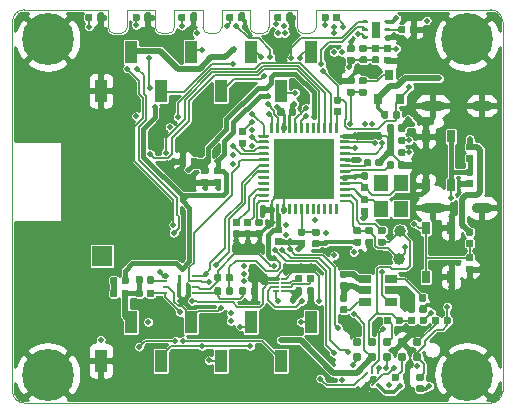
<source format=gbr>
G04 #@! TF.GenerationSoftware,KiCad,Pcbnew,(5.0.0)*
G04 #@! TF.CreationDate,2020-08-24T16:31:51+08:00*
G04 #@! TF.ProjectId,LeashPCB,4C656173685043422E6B696361645F70,B*
G04 #@! TF.SameCoordinates,Original*
G04 #@! TF.FileFunction,Copper,L4,Bot,Signal*
G04 #@! TF.FilePolarity,Positive*
%FSLAX46Y46*%
G04 Gerber Fmt 4.6, Leading zero omitted, Abs format (unit mm)*
G04 Created by KiCad (PCBNEW (5.0.0)) date 08/24/20 16:31:51*
%MOMM*%
%LPD*%
G01*
G04 APERTURE LIST*
G04 #@! TA.AperFunction,NonConductor*
%ADD10C,0.025400*%
G04 #@! TD*
G04 #@! TA.AperFunction,Conductor*
%ADD11C,0.100000*%
G04 #@! TD*
G04 #@! TA.AperFunction,SMDPad,CuDef*
%ADD12C,0.590000*%
G04 #@! TD*
G04 #@! TA.AperFunction,ComponentPad*
%ADD13R,1.700000X1.700000*%
G04 #@! TD*
G04 #@! TA.AperFunction,ComponentPad*
%ADD14O,1.700000X0.900000*%
G04 #@! TD*
G04 #@! TA.AperFunction,ComponentPad*
%ADD15O,2.000000X0.900000*%
G04 #@! TD*
G04 #@! TA.AperFunction,SMDPad,CuDef*
%ADD16R,0.650000X1.050000*%
G04 #@! TD*
G04 #@! TA.AperFunction,SMDPad,CuDef*
%ADD17R,0.800000X0.900000*%
G04 #@! TD*
G04 #@! TA.AperFunction,BGAPad,CuDef*
%ADD18C,1.000000*%
G04 #@! TD*
G04 #@! TA.AperFunction,SMDPad,CuDef*
%ADD19R,1.000000X1.900000*%
G04 #@! TD*
G04 #@! TA.AperFunction,BGAPad,CuDef*
%ADD20C,0.787400*%
G04 #@! TD*
G04 #@! TA.AperFunction,SMDPad,CuDef*
%ADD21R,1.060000X0.650000*%
G04 #@! TD*
G04 #@! TA.AperFunction,ComponentPad*
%ADD22C,0.200000*%
G04 #@! TD*
G04 #@! TA.AperFunction,SMDPad,CuDef*
%ADD23R,0.650000X1.350000*%
G04 #@! TD*
G04 #@! TA.AperFunction,SMDPad,CuDef*
%ADD24C,0.250000*%
G04 #@! TD*
G04 #@! TA.AperFunction,SMDPad,CuDef*
%ADD25R,0.530000X0.200000*%
G04 #@! TD*
G04 #@! TA.AperFunction,BGAPad,CuDef*
%ADD26C,0.263000*%
G04 #@! TD*
G04 #@! TA.AperFunction,SMDPad,CuDef*
%ADD27R,1.200000X1.400000*%
G04 #@! TD*
G04 #@! TA.AperFunction,ComponentPad*
%ADD28C,0.700000*%
G04 #@! TD*
G04 #@! TA.AperFunction,ComponentPad*
%ADD29C,4.400000*%
G04 #@! TD*
G04 #@! TA.AperFunction,SMDPad,CuDef*
%ADD30R,5.150000X5.150000*%
G04 #@! TD*
G04 #@! TA.AperFunction,SMDPad,CuDef*
%ADD31C,0.200000*%
G04 #@! TD*
G04 #@! TA.AperFunction,SMDPad,CuDef*
%ADD32R,0.300000X0.250000*%
G04 #@! TD*
G04 #@! TA.AperFunction,ViaPad*
%ADD33C,0.500000*%
G04 #@! TD*
G04 #@! TA.AperFunction,Conductor*
%ADD34C,0.400000*%
G04 #@! TD*
G04 #@! TA.AperFunction,Conductor*
%ADD35C,0.300000*%
G04 #@! TD*
G04 #@! TA.AperFunction,Conductor*
%ADD36C,0.250000*%
G04 #@! TD*
G04 #@! TA.AperFunction,Conductor*
%ADD37C,0.127000*%
G04 #@! TD*
G04 #@! TA.AperFunction,Conductor*
%ADD38C,0.500000*%
G04 #@! TD*
G04 #@! TA.AperFunction,Conductor*
%ADD39C,0.200000*%
G04 #@! TD*
G04 #@! TA.AperFunction,Conductor*
%ADD40C,0.254000*%
G04 #@! TD*
G04 APERTURE END LIST*
D10*
X41500007Y1000000D02*
X41500007Y32300000D01*
X24114006Y33300010D02*
X21714004Y33300010D01*
X12113998Y33300010D02*
X9714004Y33300010D01*
X16114006Y33300010D02*
X13714004Y33300010D01*
X20114006Y33300010D02*
X17714004Y33300010D01*
X0Y32300009D02*
G75*
G02X999999Y33300010I1000000J1D01*
G01*
X1000000Y0D02*
G75*
G02X0Y1000000I0J1000000D01*
G01*
X25714004Y31800010D02*
G75*
G02X25214004Y31300010I-500000J0D01*
G01*
X24614006Y31300010D02*
G75*
G02X24114006Y31800010I0J500000D01*
G01*
X21714004Y31800010D02*
G75*
G02X21214004Y31300010I-500000J0D01*
G01*
X20614006Y31300010D02*
G75*
G02X20114006Y31800010I0J500000D01*
G01*
X17714004Y31800010D02*
G75*
G02X17214004Y31300010I-500000J0D01*
G01*
X9714004Y31800010D02*
G75*
G02X9214004Y31300010I-500000J0D01*
G01*
X8614006Y31300010D02*
G75*
G02X8114006Y31800010I0J500000D01*
G01*
X41500007Y1000000D02*
G75*
G02X40500007Y0I-1000000J0D01*
G01*
X40500007Y33300010D02*
G75*
G02X41500007Y32300000I0J-1000000D01*
G01*
X12613998Y31300010D02*
G75*
G02X12113998Y31800010I0J500000D01*
G01*
X13714004Y31800010D02*
G75*
G02X13214004Y31300010I-500000J0D01*
G01*
X16614006Y31300010D02*
G75*
G02X16114006Y31800010I0J500000D01*
G01*
X25714004Y31800010D02*
X25714004Y33300010D01*
X24114006Y33300010D02*
X24114006Y31800010D01*
X21714004Y31800010D02*
X21714004Y33300010D01*
X20614006Y31300010D02*
X21214004Y31300010D01*
X20114006Y33300010D02*
X20114006Y31800010D01*
X17714004Y31800010D02*
X17714004Y33300010D01*
X16114006Y33300010D02*
X16114006Y31800010D01*
X40500007Y33300010D02*
X25714004Y33300010D01*
X8113998Y33300010D02*
X1000000Y33300010D01*
X24614006Y31300010D02*
X25214004Y31300010D01*
X8113998Y33300010D02*
X8113998Y31800010D01*
X8614006Y31300010D02*
X9214004Y31300010D01*
X9714004Y31800010D02*
X9714004Y33300010D01*
X16614006Y31300010D02*
X17214004Y31300010D01*
X13714004Y31800010D02*
X13714004Y33300010D01*
X12613998Y31300010D02*
X13214004Y31300010D01*
X1000000Y0D02*
X40500007Y0D01*
X0Y32300010D02*
X0Y1000000D01*
X12113998Y33300010D02*
X12113998Y31800010D01*
D11*
G04 #@! TO.N,3V3*
G04 #@! TO.C,C43*
G36*
X24416963Y9792895D02*
X24431281Y9790771D01*
X24445322Y9787254D01*
X24458951Y9782377D01*
X24472036Y9776188D01*
X24484452Y9768747D01*
X24496078Y9760124D01*
X24506803Y9750403D01*
X24516524Y9739678D01*
X24525147Y9728052D01*
X24532588Y9715636D01*
X24538777Y9702551D01*
X24543654Y9688922D01*
X24547171Y9674881D01*
X24549295Y9660563D01*
X24550005Y9646105D01*
X24550005Y9301105D01*
X24549295Y9286647D01*
X24547171Y9272329D01*
X24543654Y9258288D01*
X24538777Y9244659D01*
X24532588Y9231574D01*
X24525147Y9219158D01*
X24516524Y9207532D01*
X24506803Y9196807D01*
X24496078Y9187086D01*
X24484452Y9178463D01*
X24472036Y9171022D01*
X24458951Y9164833D01*
X24445322Y9159956D01*
X24431281Y9156439D01*
X24416963Y9154315D01*
X24402505Y9153605D01*
X24107505Y9153605D01*
X24093047Y9154315D01*
X24078729Y9156439D01*
X24064688Y9159956D01*
X24051059Y9164833D01*
X24037974Y9171022D01*
X24025558Y9178463D01*
X24013932Y9187086D01*
X24003207Y9196807D01*
X23993486Y9207532D01*
X23984863Y9219158D01*
X23977422Y9231574D01*
X23971233Y9244659D01*
X23966356Y9258288D01*
X23962839Y9272329D01*
X23960715Y9286647D01*
X23960005Y9301105D01*
X23960005Y9646105D01*
X23960715Y9660563D01*
X23962839Y9674881D01*
X23966356Y9688922D01*
X23971233Y9702551D01*
X23977422Y9715636D01*
X23984863Y9728052D01*
X23993486Y9739678D01*
X24003207Y9750403D01*
X24013932Y9760124D01*
X24025558Y9768747D01*
X24037974Y9776188D01*
X24051059Y9782377D01*
X24064688Y9787254D01*
X24078729Y9790771D01*
X24093047Y9792895D01*
X24107505Y9793605D01*
X24402505Y9793605D01*
X24416963Y9792895D01*
X24416963Y9792895D01*
G37*
D12*
G04 #@! TD*
G04 #@! TO.P,C43,2*
G04 #@! TO.N,3V3*
X24255005Y9473605D03*
D11*
G04 #@! TO.N,GND*
G04 #@! TO.C,C43*
G36*
X25386963Y9792895D02*
X25401281Y9790771D01*
X25415322Y9787254D01*
X25428951Y9782377D01*
X25442036Y9776188D01*
X25454452Y9768747D01*
X25466078Y9760124D01*
X25476803Y9750403D01*
X25486524Y9739678D01*
X25495147Y9728052D01*
X25502588Y9715636D01*
X25508777Y9702551D01*
X25513654Y9688922D01*
X25517171Y9674881D01*
X25519295Y9660563D01*
X25520005Y9646105D01*
X25520005Y9301105D01*
X25519295Y9286647D01*
X25517171Y9272329D01*
X25513654Y9258288D01*
X25508777Y9244659D01*
X25502588Y9231574D01*
X25495147Y9219158D01*
X25486524Y9207532D01*
X25476803Y9196807D01*
X25466078Y9187086D01*
X25454452Y9178463D01*
X25442036Y9171022D01*
X25428951Y9164833D01*
X25415322Y9159956D01*
X25401281Y9156439D01*
X25386963Y9154315D01*
X25372505Y9153605D01*
X25077505Y9153605D01*
X25063047Y9154315D01*
X25048729Y9156439D01*
X25034688Y9159956D01*
X25021059Y9164833D01*
X25007974Y9171022D01*
X24995558Y9178463D01*
X24983932Y9187086D01*
X24973207Y9196807D01*
X24963486Y9207532D01*
X24954863Y9219158D01*
X24947422Y9231574D01*
X24941233Y9244659D01*
X24936356Y9258288D01*
X24932839Y9272329D01*
X24930715Y9286647D01*
X24930005Y9301105D01*
X24930005Y9646105D01*
X24930715Y9660563D01*
X24932839Y9674881D01*
X24936356Y9688922D01*
X24941233Y9702551D01*
X24947422Y9715636D01*
X24954863Y9728052D01*
X24963486Y9739678D01*
X24973207Y9750403D01*
X24983932Y9760124D01*
X24995558Y9768747D01*
X25007974Y9776188D01*
X25021059Y9782377D01*
X25034688Y9787254D01*
X25048729Y9790771D01*
X25063047Y9792895D01*
X25077505Y9793605D01*
X25372505Y9793605D01*
X25386963Y9792895D01*
X25386963Y9792895D01*
G37*
D12*
G04 #@! TD*
G04 #@! TO.P,C43,1*
G04 #@! TO.N,GND*
X25225005Y9473605D03*
D11*
G04 #@! TO.N,/USB Input/MSP_PUR*
G04 #@! TO.C,R14*
G36*
X28836958Y26609290D02*
X28851276Y26607166D01*
X28865317Y26603649D01*
X28878946Y26598772D01*
X28892031Y26592583D01*
X28904447Y26585142D01*
X28916073Y26576519D01*
X28926798Y26566798D01*
X28936519Y26556073D01*
X28945142Y26544447D01*
X28952583Y26532031D01*
X28958772Y26518946D01*
X28963649Y26505317D01*
X28967166Y26491276D01*
X28969290Y26476958D01*
X28970000Y26462500D01*
X28970000Y26167500D01*
X28969290Y26153042D01*
X28967166Y26138724D01*
X28963649Y26124683D01*
X28958772Y26111054D01*
X28952583Y26097969D01*
X28945142Y26085553D01*
X28936519Y26073927D01*
X28926798Y26063202D01*
X28916073Y26053481D01*
X28904447Y26044858D01*
X28892031Y26037417D01*
X28878946Y26031228D01*
X28865317Y26026351D01*
X28851276Y26022834D01*
X28836958Y26020710D01*
X28822500Y26020000D01*
X28477500Y26020000D01*
X28463042Y26020710D01*
X28448724Y26022834D01*
X28434683Y26026351D01*
X28421054Y26031228D01*
X28407969Y26037417D01*
X28395553Y26044858D01*
X28383927Y26053481D01*
X28373202Y26063202D01*
X28363481Y26073927D01*
X28354858Y26085553D01*
X28347417Y26097969D01*
X28341228Y26111054D01*
X28336351Y26124683D01*
X28332834Y26138724D01*
X28330710Y26153042D01*
X28330000Y26167500D01*
X28330000Y26462500D01*
X28330710Y26476958D01*
X28332834Y26491276D01*
X28336351Y26505317D01*
X28341228Y26518946D01*
X28347417Y26532031D01*
X28354858Y26544447D01*
X28363481Y26556073D01*
X28373202Y26566798D01*
X28383927Y26576519D01*
X28395553Y26585142D01*
X28407969Y26592583D01*
X28421054Y26598772D01*
X28434683Y26603649D01*
X28448724Y26607166D01*
X28463042Y26609290D01*
X28477500Y26610000D01*
X28822500Y26610000D01*
X28836958Y26609290D01*
X28836958Y26609290D01*
G37*
D12*
G04 #@! TD*
G04 #@! TO.P,R14,2*
G04 #@! TO.N,/USB Input/MSP_PUR*
X28650000Y26315000D03*
D11*
G04 #@! TO.N,GND*
G04 #@! TO.C,R14*
G36*
X28836958Y27579290D02*
X28851276Y27577166D01*
X28865317Y27573649D01*
X28878946Y27568772D01*
X28892031Y27562583D01*
X28904447Y27555142D01*
X28916073Y27546519D01*
X28926798Y27536798D01*
X28936519Y27526073D01*
X28945142Y27514447D01*
X28952583Y27502031D01*
X28958772Y27488946D01*
X28963649Y27475317D01*
X28967166Y27461276D01*
X28969290Y27446958D01*
X28970000Y27432500D01*
X28970000Y27137500D01*
X28969290Y27123042D01*
X28967166Y27108724D01*
X28963649Y27094683D01*
X28958772Y27081054D01*
X28952583Y27067969D01*
X28945142Y27055553D01*
X28936519Y27043927D01*
X28926798Y27033202D01*
X28916073Y27023481D01*
X28904447Y27014858D01*
X28892031Y27007417D01*
X28878946Y27001228D01*
X28865317Y26996351D01*
X28851276Y26992834D01*
X28836958Y26990710D01*
X28822500Y26990000D01*
X28477500Y26990000D01*
X28463042Y26990710D01*
X28448724Y26992834D01*
X28434683Y26996351D01*
X28421054Y27001228D01*
X28407969Y27007417D01*
X28395553Y27014858D01*
X28383927Y27023481D01*
X28373202Y27033202D01*
X28363481Y27043927D01*
X28354858Y27055553D01*
X28347417Y27067969D01*
X28341228Y27081054D01*
X28336351Y27094683D01*
X28332834Y27108724D01*
X28330710Y27123042D01*
X28330000Y27137500D01*
X28330000Y27432500D01*
X28330710Y27446958D01*
X28332834Y27461276D01*
X28336351Y27475317D01*
X28341228Y27488946D01*
X28347417Y27502031D01*
X28354858Y27514447D01*
X28363481Y27526073D01*
X28373202Y27536798D01*
X28383927Y27546519D01*
X28395553Y27555142D01*
X28407969Y27562583D01*
X28421054Y27568772D01*
X28434683Y27573649D01*
X28448724Y27577166D01*
X28463042Y27579290D01*
X28477500Y27580000D01*
X28822500Y27580000D01*
X28836958Y27579290D01*
X28836958Y27579290D01*
G37*
D12*
G04 #@! TD*
G04 #@! TO.P,R14,1*
G04 #@! TO.N,GND*
X28650000Y27285000D03*
D11*
G04 #@! TO.N,Net-(Q1-Pad3)*
G04 #@! TO.C,R13*
G36*
X29861958Y27579290D02*
X29876276Y27577166D01*
X29890317Y27573649D01*
X29903946Y27568772D01*
X29917031Y27562583D01*
X29929447Y27555142D01*
X29941073Y27546519D01*
X29951798Y27536798D01*
X29961519Y27526073D01*
X29970142Y27514447D01*
X29977583Y27502031D01*
X29983772Y27488946D01*
X29988649Y27475317D01*
X29992166Y27461276D01*
X29994290Y27446958D01*
X29995000Y27432500D01*
X29995000Y27137500D01*
X29994290Y27123042D01*
X29992166Y27108724D01*
X29988649Y27094683D01*
X29983772Y27081054D01*
X29977583Y27067969D01*
X29970142Y27055553D01*
X29961519Y27043927D01*
X29951798Y27033202D01*
X29941073Y27023481D01*
X29929447Y27014858D01*
X29917031Y27007417D01*
X29903946Y27001228D01*
X29890317Y26996351D01*
X29876276Y26992834D01*
X29861958Y26990710D01*
X29847500Y26990000D01*
X29502500Y26990000D01*
X29488042Y26990710D01*
X29473724Y26992834D01*
X29459683Y26996351D01*
X29446054Y27001228D01*
X29432969Y27007417D01*
X29420553Y27014858D01*
X29408927Y27023481D01*
X29398202Y27033202D01*
X29388481Y27043927D01*
X29379858Y27055553D01*
X29372417Y27067969D01*
X29366228Y27081054D01*
X29361351Y27094683D01*
X29357834Y27108724D01*
X29355710Y27123042D01*
X29355000Y27137500D01*
X29355000Y27432500D01*
X29355710Y27446958D01*
X29357834Y27461276D01*
X29361351Y27475317D01*
X29366228Y27488946D01*
X29372417Y27502031D01*
X29379858Y27514447D01*
X29388481Y27526073D01*
X29398202Y27536798D01*
X29408927Y27546519D01*
X29420553Y27555142D01*
X29432969Y27562583D01*
X29446054Y27568772D01*
X29459683Y27573649D01*
X29473724Y27577166D01*
X29488042Y27579290D01*
X29502500Y27580000D01*
X29847500Y27580000D01*
X29861958Y27579290D01*
X29861958Y27579290D01*
G37*
D12*
G04 #@! TD*
G04 #@! TO.P,R13,2*
G04 #@! TO.N,Net-(Q1-Pad3)*
X29675000Y27285000D03*
D11*
G04 #@! TO.N,/USB Input/MSP_PUR*
G04 #@! TO.C,R13*
G36*
X29861958Y26609290D02*
X29876276Y26607166D01*
X29890317Y26603649D01*
X29903946Y26598772D01*
X29917031Y26592583D01*
X29929447Y26585142D01*
X29941073Y26576519D01*
X29951798Y26566798D01*
X29961519Y26556073D01*
X29970142Y26544447D01*
X29977583Y26532031D01*
X29983772Y26518946D01*
X29988649Y26505317D01*
X29992166Y26491276D01*
X29994290Y26476958D01*
X29995000Y26462500D01*
X29995000Y26167500D01*
X29994290Y26153042D01*
X29992166Y26138724D01*
X29988649Y26124683D01*
X29983772Y26111054D01*
X29977583Y26097969D01*
X29970142Y26085553D01*
X29961519Y26073927D01*
X29951798Y26063202D01*
X29941073Y26053481D01*
X29929447Y26044858D01*
X29917031Y26037417D01*
X29903946Y26031228D01*
X29890317Y26026351D01*
X29876276Y26022834D01*
X29861958Y26020710D01*
X29847500Y26020000D01*
X29502500Y26020000D01*
X29488042Y26020710D01*
X29473724Y26022834D01*
X29459683Y26026351D01*
X29446054Y26031228D01*
X29432969Y26037417D01*
X29420553Y26044858D01*
X29408927Y26053481D01*
X29398202Y26063202D01*
X29388481Y26073927D01*
X29379858Y26085553D01*
X29372417Y26097969D01*
X29366228Y26111054D01*
X29361351Y26124683D01*
X29357834Y26138724D01*
X29355710Y26153042D01*
X29355000Y26167500D01*
X29355000Y26462500D01*
X29355710Y26476958D01*
X29357834Y26491276D01*
X29361351Y26505317D01*
X29366228Y26518946D01*
X29372417Y26532031D01*
X29379858Y26544447D01*
X29388481Y26556073D01*
X29398202Y26566798D01*
X29408927Y26576519D01*
X29420553Y26585142D01*
X29432969Y26592583D01*
X29446054Y26598772D01*
X29459683Y26603649D01*
X29473724Y26607166D01*
X29488042Y26609290D01*
X29502500Y26610000D01*
X29847500Y26610000D01*
X29861958Y26609290D01*
X29861958Y26609290D01*
G37*
D12*
G04 #@! TD*
G04 #@! TO.P,R13,1*
G04 #@! TO.N,/USB Input/MSP_PUR*
X29675000Y26315000D03*
D13*
G04 #@! TO.P,AE2,1*
G04 #@! TO.N,Net-(AE2-Pad1)*
X7600000Y12450000D03*
G04 #@! TD*
D11*
G04 #@! TO.N,Net-(C44-Pad2)*
G04 #@! TO.C,C44*
G36*
X30226958Y20669290D02*
X30241276Y20667166D01*
X30255317Y20663649D01*
X30268946Y20658772D01*
X30282031Y20652583D01*
X30294447Y20645142D01*
X30306073Y20636519D01*
X30316798Y20626798D01*
X30326519Y20616073D01*
X30335142Y20604447D01*
X30342583Y20592031D01*
X30348772Y20578946D01*
X30353649Y20565317D01*
X30357166Y20551276D01*
X30359290Y20536958D01*
X30360000Y20522500D01*
X30360000Y20177500D01*
X30359290Y20163042D01*
X30357166Y20148724D01*
X30353649Y20134683D01*
X30348772Y20121054D01*
X30342583Y20107969D01*
X30335142Y20095553D01*
X30326519Y20083927D01*
X30316798Y20073202D01*
X30306073Y20063481D01*
X30294447Y20054858D01*
X30282031Y20047417D01*
X30268946Y20041228D01*
X30255317Y20036351D01*
X30241276Y20032834D01*
X30226958Y20030710D01*
X30212500Y20030000D01*
X29917500Y20030000D01*
X29903042Y20030710D01*
X29888724Y20032834D01*
X29874683Y20036351D01*
X29861054Y20041228D01*
X29847969Y20047417D01*
X29835553Y20054858D01*
X29823927Y20063481D01*
X29813202Y20073202D01*
X29803481Y20083927D01*
X29794858Y20095553D01*
X29787417Y20107969D01*
X29781228Y20121054D01*
X29776351Y20134683D01*
X29772834Y20148724D01*
X29770710Y20163042D01*
X29770000Y20177500D01*
X29770000Y20522500D01*
X29770710Y20536958D01*
X29772834Y20551276D01*
X29776351Y20565317D01*
X29781228Y20578946D01*
X29787417Y20592031D01*
X29794858Y20604447D01*
X29803481Y20616073D01*
X29813202Y20626798D01*
X29823927Y20636519D01*
X29835553Y20645142D01*
X29847969Y20652583D01*
X29861054Y20658772D01*
X29874683Y20663649D01*
X29888724Y20667166D01*
X29903042Y20669290D01*
X29917500Y20670000D01*
X30212500Y20670000D01*
X30226958Y20669290D01*
X30226958Y20669290D01*
G37*
D12*
G04 #@! TD*
G04 #@! TO.P,C44,2*
G04 #@! TO.N,Net-(C44-Pad2)*
X30065000Y20350000D03*
D11*
G04 #@! TO.N,GND*
G04 #@! TO.C,C44*
G36*
X31196958Y20669290D02*
X31211276Y20667166D01*
X31225317Y20663649D01*
X31238946Y20658772D01*
X31252031Y20652583D01*
X31264447Y20645142D01*
X31276073Y20636519D01*
X31286798Y20626798D01*
X31296519Y20616073D01*
X31305142Y20604447D01*
X31312583Y20592031D01*
X31318772Y20578946D01*
X31323649Y20565317D01*
X31327166Y20551276D01*
X31329290Y20536958D01*
X31330000Y20522500D01*
X31330000Y20177500D01*
X31329290Y20163042D01*
X31327166Y20148724D01*
X31323649Y20134683D01*
X31318772Y20121054D01*
X31312583Y20107969D01*
X31305142Y20095553D01*
X31296519Y20083927D01*
X31286798Y20073202D01*
X31276073Y20063481D01*
X31264447Y20054858D01*
X31252031Y20047417D01*
X31238946Y20041228D01*
X31225317Y20036351D01*
X31211276Y20032834D01*
X31196958Y20030710D01*
X31182500Y20030000D01*
X30887500Y20030000D01*
X30873042Y20030710D01*
X30858724Y20032834D01*
X30844683Y20036351D01*
X30831054Y20041228D01*
X30817969Y20047417D01*
X30805553Y20054858D01*
X30793927Y20063481D01*
X30783202Y20073202D01*
X30773481Y20083927D01*
X30764858Y20095553D01*
X30757417Y20107969D01*
X30751228Y20121054D01*
X30746351Y20134683D01*
X30742834Y20148724D01*
X30740710Y20163042D01*
X30740000Y20177500D01*
X30740000Y20522500D01*
X30740710Y20536958D01*
X30742834Y20551276D01*
X30746351Y20565317D01*
X30751228Y20578946D01*
X30757417Y20592031D01*
X30764858Y20604447D01*
X30773481Y20616073D01*
X30783202Y20626798D01*
X30793927Y20636519D01*
X30805553Y20645142D01*
X30817969Y20652583D01*
X30831054Y20658772D01*
X30844683Y20663649D01*
X30858724Y20667166D01*
X30873042Y20669290D01*
X30887500Y20670000D01*
X31182500Y20670000D01*
X31196958Y20669290D01*
X31196958Y20669290D01*
G37*
D12*
G04 #@! TD*
G04 #@! TO.P,C44,1*
G04 #@! TO.N,GND*
X31035000Y20350000D03*
D11*
G04 #@! TO.N,/Boost Converters/3V3_BUCK_VOUT*
G04 #@! TO.C,C45*
G36*
X28836958Y29324290D02*
X28851276Y29322166D01*
X28865317Y29318649D01*
X28878946Y29313772D01*
X28892031Y29307583D01*
X28904447Y29300142D01*
X28916073Y29291519D01*
X28926798Y29281798D01*
X28936519Y29271073D01*
X28945142Y29259447D01*
X28952583Y29247031D01*
X28958772Y29233946D01*
X28963649Y29220317D01*
X28967166Y29206276D01*
X28969290Y29191958D01*
X28970000Y29177500D01*
X28970000Y28882500D01*
X28969290Y28868042D01*
X28967166Y28853724D01*
X28963649Y28839683D01*
X28958772Y28826054D01*
X28952583Y28812969D01*
X28945142Y28800553D01*
X28936519Y28788927D01*
X28926798Y28778202D01*
X28916073Y28768481D01*
X28904447Y28759858D01*
X28892031Y28752417D01*
X28878946Y28746228D01*
X28865317Y28741351D01*
X28851276Y28737834D01*
X28836958Y28735710D01*
X28822500Y28735000D01*
X28477500Y28735000D01*
X28463042Y28735710D01*
X28448724Y28737834D01*
X28434683Y28741351D01*
X28421054Y28746228D01*
X28407969Y28752417D01*
X28395553Y28759858D01*
X28383927Y28768481D01*
X28373202Y28778202D01*
X28363481Y28788927D01*
X28354858Y28800553D01*
X28347417Y28812969D01*
X28341228Y28826054D01*
X28336351Y28839683D01*
X28332834Y28853724D01*
X28330710Y28868042D01*
X28330000Y28882500D01*
X28330000Y29177500D01*
X28330710Y29191958D01*
X28332834Y29206276D01*
X28336351Y29220317D01*
X28341228Y29233946D01*
X28347417Y29247031D01*
X28354858Y29259447D01*
X28363481Y29271073D01*
X28373202Y29281798D01*
X28383927Y29291519D01*
X28395553Y29300142D01*
X28407969Y29307583D01*
X28421054Y29313772D01*
X28434683Y29318649D01*
X28448724Y29322166D01*
X28463042Y29324290D01*
X28477500Y29325000D01*
X28822500Y29325000D01*
X28836958Y29324290D01*
X28836958Y29324290D01*
G37*
D12*
G04 #@! TD*
G04 #@! TO.P,C45,1*
G04 #@! TO.N,/Boost Converters/3V3_BUCK_VOUT*
X28650000Y29030000D03*
D11*
G04 #@! TO.N,GND*
G04 #@! TO.C,C45*
G36*
X28836958Y30294290D02*
X28851276Y30292166D01*
X28865317Y30288649D01*
X28878946Y30283772D01*
X28892031Y30277583D01*
X28904447Y30270142D01*
X28916073Y30261519D01*
X28926798Y30251798D01*
X28936519Y30241073D01*
X28945142Y30229447D01*
X28952583Y30217031D01*
X28958772Y30203946D01*
X28963649Y30190317D01*
X28967166Y30176276D01*
X28969290Y30161958D01*
X28970000Y30147500D01*
X28970000Y29852500D01*
X28969290Y29838042D01*
X28967166Y29823724D01*
X28963649Y29809683D01*
X28958772Y29796054D01*
X28952583Y29782969D01*
X28945142Y29770553D01*
X28936519Y29758927D01*
X28926798Y29748202D01*
X28916073Y29738481D01*
X28904447Y29729858D01*
X28892031Y29722417D01*
X28878946Y29716228D01*
X28865317Y29711351D01*
X28851276Y29707834D01*
X28836958Y29705710D01*
X28822500Y29705000D01*
X28477500Y29705000D01*
X28463042Y29705710D01*
X28448724Y29707834D01*
X28434683Y29711351D01*
X28421054Y29716228D01*
X28407969Y29722417D01*
X28395553Y29729858D01*
X28383927Y29738481D01*
X28373202Y29748202D01*
X28363481Y29758927D01*
X28354858Y29770553D01*
X28347417Y29782969D01*
X28341228Y29796054D01*
X28336351Y29809683D01*
X28332834Y29823724D01*
X28330710Y29838042D01*
X28330000Y29852500D01*
X28330000Y30147500D01*
X28330710Y30161958D01*
X28332834Y30176276D01*
X28336351Y30190317D01*
X28341228Y30203946D01*
X28347417Y30217031D01*
X28354858Y30229447D01*
X28363481Y30241073D01*
X28373202Y30251798D01*
X28383927Y30261519D01*
X28395553Y30270142D01*
X28407969Y30277583D01*
X28421054Y30283772D01*
X28434683Y30288649D01*
X28448724Y30292166D01*
X28463042Y30294290D01*
X28477500Y30295000D01*
X28822500Y30295000D01*
X28836958Y30294290D01*
X28836958Y30294290D01*
G37*
D12*
G04 #@! TD*
G04 #@! TO.P,C45,2*
G04 #@! TO.N,GND*
X28650000Y30000000D03*
D14*
G04 #@! TO.P,P1,S1*
G04 #@! TO.N,GND*
X39743505Y25174105D03*
X39743505Y16534105D03*
D15*
X35573505Y25174105D03*
X35573505Y16534105D03*
G04 #@! TD*
D16*
G04 #@! TO.P,SW1,2*
G04 #@! TO.N,GND*
X34993405Y22572205D03*
X34993405Y18422205D03*
G04 #@! TO.P,SW1,1*
G04 #@! TO.N,RESET_N*
X37143405Y22572205D03*
X37143405Y18422205D03*
G04 #@! TD*
D11*
G04 #@! TO.N,GND*
G04 #@! TO.C,D10*
G36*
X32163963Y22556395D02*
X32178281Y22554271D01*
X32192322Y22550754D01*
X32205951Y22545877D01*
X32219036Y22539688D01*
X32231452Y22532247D01*
X32243078Y22523624D01*
X32253803Y22513903D01*
X32263524Y22503178D01*
X32272147Y22491552D01*
X32279588Y22479136D01*
X32285777Y22466051D01*
X32290654Y22452422D01*
X32294171Y22438381D01*
X32296295Y22424063D01*
X32297005Y22409605D01*
X32297005Y22064605D01*
X32296295Y22050147D01*
X32294171Y22035829D01*
X32290654Y22021788D01*
X32285777Y22008159D01*
X32279588Y21995074D01*
X32272147Y21982658D01*
X32263524Y21971032D01*
X32253803Y21960307D01*
X32243078Y21950586D01*
X32231452Y21941963D01*
X32219036Y21934522D01*
X32205951Y21928333D01*
X32192322Y21923456D01*
X32178281Y21919939D01*
X32163963Y21917815D01*
X32149505Y21917105D01*
X31854505Y21917105D01*
X31840047Y21917815D01*
X31825729Y21919939D01*
X31811688Y21923456D01*
X31798059Y21928333D01*
X31784974Y21934522D01*
X31772558Y21941963D01*
X31760932Y21950586D01*
X31750207Y21960307D01*
X31740486Y21971032D01*
X31731863Y21982658D01*
X31724422Y21995074D01*
X31718233Y22008159D01*
X31713356Y22021788D01*
X31709839Y22035829D01*
X31707715Y22050147D01*
X31707005Y22064605D01*
X31707005Y22409605D01*
X31707715Y22424063D01*
X31709839Y22438381D01*
X31713356Y22452422D01*
X31718233Y22466051D01*
X31724422Y22479136D01*
X31731863Y22491552D01*
X31740486Y22503178D01*
X31750207Y22513903D01*
X31760932Y22523624D01*
X31772558Y22532247D01*
X31784974Y22539688D01*
X31798059Y22545877D01*
X31811688Y22550754D01*
X31825729Y22554271D01*
X31840047Y22556395D01*
X31854505Y22557105D01*
X32149505Y22557105D01*
X32163963Y22556395D01*
X32163963Y22556395D01*
G37*
D12*
G04 #@! TD*
G04 #@! TO.P,D10,2*
G04 #@! TO.N,GND*
X32002005Y22237105D03*
D11*
G04 #@! TO.N,/USB Input/D_N*
G04 #@! TO.C,D10*
G36*
X33133963Y22556395D02*
X33148281Y22554271D01*
X33162322Y22550754D01*
X33175951Y22545877D01*
X33189036Y22539688D01*
X33201452Y22532247D01*
X33213078Y22523624D01*
X33223803Y22513903D01*
X33233524Y22503178D01*
X33242147Y22491552D01*
X33249588Y22479136D01*
X33255777Y22466051D01*
X33260654Y22452422D01*
X33264171Y22438381D01*
X33266295Y22424063D01*
X33267005Y22409605D01*
X33267005Y22064605D01*
X33266295Y22050147D01*
X33264171Y22035829D01*
X33260654Y22021788D01*
X33255777Y22008159D01*
X33249588Y21995074D01*
X33242147Y21982658D01*
X33233524Y21971032D01*
X33223803Y21960307D01*
X33213078Y21950586D01*
X33201452Y21941963D01*
X33189036Y21934522D01*
X33175951Y21928333D01*
X33162322Y21923456D01*
X33148281Y21919939D01*
X33133963Y21917815D01*
X33119505Y21917105D01*
X32824505Y21917105D01*
X32810047Y21917815D01*
X32795729Y21919939D01*
X32781688Y21923456D01*
X32768059Y21928333D01*
X32754974Y21934522D01*
X32742558Y21941963D01*
X32730932Y21950586D01*
X32720207Y21960307D01*
X32710486Y21971032D01*
X32701863Y21982658D01*
X32694422Y21995074D01*
X32688233Y22008159D01*
X32683356Y22021788D01*
X32679839Y22035829D01*
X32677715Y22050147D01*
X32677005Y22064605D01*
X32677005Y22409605D01*
X32677715Y22424063D01*
X32679839Y22438381D01*
X32683356Y22452422D01*
X32688233Y22466051D01*
X32694422Y22479136D01*
X32701863Y22491552D01*
X32710486Y22503178D01*
X32720207Y22513903D01*
X32730932Y22523624D01*
X32742558Y22532247D01*
X32754974Y22539688D01*
X32768059Y22545877D01*
X32781688Y22550754D01*
X32795729Y22554271D01*
X32810047Y22556395D01*
X32824505Y22557105D01*
X33119505Y22557105D01*
X33133963Y22556395D01*
X33133963Y22556395D01*
G37*
D12*
G04 #@! TD*
G04 #@! TO.P,D10,1*
G04 #@! TO.N,/USB Input/D_N*
X32972005Y22237105D03*
D11*
G04 #@! TO.N,GND*
G04 #@! TO.C,D8*
G36*
X32151958Y23594290D02*
X32166276Y23592166D01*
X32180317Y23588649D01*
X32193946Y23583772D01*
X32207031Y23577583D01*
X32219447Y23570142D01*
X32231073Y23561519D01*
X32241798Y23551798D01*
X32251519Y23541073D01*
X32260142Y23529447D01*
X32267583Y23517031D01*
X32273772Y23503946D01*
X32278649Y23490317D01*
X32282166Y23476276D01*
X32284290Y23461958D01*
X32285000Y23447500D01*
X32285000Y23102500D01*
X32284290Y23088042D01*
X32282166Y23073724D01*
X32278649Y23059683D01*
X32273772Y23046054D01*
X32267583Y23032969D01*
X32260142Y23020553D01*
X32251519Y23008927D01*
X32241798Y22998202D01*
X32231073Y22988481D01*
X32219447Y22979858D01*
X32207031Y22972417D01*
X32193946Y22966228D01*
X32180317Y22961351D01*
X32166276Y22957834D01*
X32151958Y22955710D01*
X32137500Y22955000D01*
X31842500Y22955000D01*
X31828042Y22955710D01*
X31813724Y22957834D01*
X31799683Y22961351D01*
X31786054Y22966228D01*
X31772969Y22972417D01*
X31760553Y22979858D01*
X31748927Y22988481D01*
X31738202Y22998202D01*
X31728481Y23008927D01*
X31719858Y23020553D01*
X31712417Y23032969D01*
X31706228Y23046054D01*
X31701351Y23059683D01*
X31697834Y23073724D01*
X31695710Y23088042D01*
X31695000Y23102500D01*
X31695000Y23447500D01*
X31695710Y23461958D01*
X31697834Y23476276D01*
X31701351Y23490317D01*
X31706228Y23503946D01*
X31712417Y23517031D01*
X31719858Y23529447D01*
X31728481Y23541073D01*
X31738202Y23551798D01*
X31748927Y23561519D01*
X31760553Y23570142D01*
X31772969Y23577583D01*
X31786054Y23583772D01*
X31799683Y23588649D01*
X31813724Y23592166D01*
X31828042Y23594290D01*
X31842500Y23595000D01*
X32137500Y23595000D01*
X32151958Y23594290D01*
X32151958Y23594290D01*
G37*
D12*
G04 #@! TD*
G04 #@! TO.P,D8,2*
G04 #@! TO.N,GND*
X31990000Y23275000D03*
D11*
G04 #@! TO.N,/USB Input/VBUS*
G04 #@! TO.C,D8*
G36*
X33121958Y23594290D02*
X33136276Y23592166D01*
X33150317Y23588649D01*
X33163946Y23583772D01*
X33177031Y23577583D01*
X33189447Y23570142D01*
X33201073Y23561519D01*
X33211798Y23551798D01*
X33221519Y23541073D01*
X33230142Y23529447D01*
X33237583Y23517031D01*
X33243772Y23503946D01*
X33248649Y23490317D01*
X33252166Y23476276D01*
X33254290Y23461958D01*
X33255000Y23447500D01*
X33255000Y23102500D01*
X33254290Y23088042D01*
X33252166Y23073724D01*
X33248649Y23059683D01*
X33243772Y23046054D01*
X33237583Y23032969D01*
X33230142Y23020553D01*
X33221519Y23008927D01*
X33211798Y22998202D01*
X33201073Y22988481D01*
X33189447Y22979858D01*
X33177031Y22972417D01*
X33163946Y22966228D01*
X33150317Y22961351D01*
X33136276Y22957834D01*
X33121958Y22955710D01*
X33107500Y22955000D01*
X32812500Y22955000D01*
X32798042Y22955710D01*
X32783724Y22957834D01*
X32769683Y22961351D01*
X32756054Y22966228D01*
X32742969Y22972417D01*
X32730553Y22979858D01*
X32718927Y22988481D01*
X32708202Y22998202D01*
X32698481Y23008927D01*
X32689858Y23020553D01*
X32682417Y23032969D01*
X32676228Y23046054D01*
X32671351Y23059683D01*
X32667834Y23073724D01*
X32665710Y23088042D01*
X32665000Y23102500D01*
X32665000Y23447500D01*
X32665710Y23461958D01*
X32667834Y23476276D01*
X32671351Y23490317D01*
X32676228Y23503946D01*
X32682417Y23517031D01*
X32689858Y23529447D01*
X32698481Y23541073D01*
X32708202Y23551798D01*
X32718927Y23561519D01*
X32730553Y23570142D01*
X32742969Y23577583D01*
X32756054Y23583772D01*
X32769683Y23588649D01*
X32783724Y23592166D01*
X32798042Y23594290D01*
X32812500Y23595000D01*
X33107500Y23595000D01*
X33121958Y23594290D01*
X33121958Y23594290D01*
G37*
D12*
G04 #@! TD*
G04 #@! TO.P,D8,1*
G04 #@! TO.N,/USB Input/VBUS*
X32960000Y23275000D03*
D11*
G04 #@! TO.N,GND*
G04 #@! TO.C,D11*
G36*
X32163963Y21540395D02*
X32178281Y21538271D01*
X32192322Y21534754D01*
X32205951Y21529877D01*
X32219036Y21523688D01*
X32231452Y21516247D01*
X32243078Y21507624D01*
X32253803Y21497903D01*
X32263524Y21487178D01*
X32272147Y21475552D01*
X32279588Y21463136D01*
X32285777Y21450051D01*
X32290654Y21436422D01*
X32294171Y21422381D01*
X32296295Y21408063D01*
X32297005Y21393605D01*
X32297005Y21048605D01*
X32296295Y21034147D01*
X32294171Y21019829D01*
X32290654Y21005788D01*
X32285777Y20992159D01*
X32279588Y20979074D01*
X32272147Y20966658D01*
X32263524Y20955032D01*
X32253803Y20944307D01*
X32243078Y20934586D01*
X32231452Y20925963D01*
X32219036Y20918522D01*
X32205951Y20912333D01*
X32192322Y20907456D01*
X32178281Y20903939D01*
X32163963Y20901815D01*
X32149505Y20901105D01*
X31854505Y20901105D01*
X31840047Y20901815D01*
X31825729Y20903939D01*
X31811688Y20907456D01*
X31798059Y20912333D01*
X31784974Y20918522D01*
X31772558Y20925963D01*
X31760932Y20934586D01*
X31750207Y20944307D01*
X31740486Y20955032D01*
X31731863Y20966658D01*
X31724422Y20979074D01*
X31718233Y20992159D01*
X31713356Y21005788D01*
X31709839Y21019829D01*
X31707715Y21034147D01*
X31707005Y21048605D01*
X31707005Y21393605D01*
X31707715Y21408063D01*
X31709839Y21422381D01*
X31713356Y21436422D01*
X31718233Y21450051D01*
X31724422Y21463136D01*
X31731863Y21475552D01*
X31740486Y21487178D01*
X31750207Y21497903D01*
X31760932Y21507624D01*
X31772558Y21516247D01*
X31784974Y21523688D01*
X31798059Y21529877D01*
X31811688Y21534754D01*
X31825729Y21538271D01*
X31840047Y21540395D01*
X31854505Y21541105D01*
X32149505Y21541105D01*
X32163963Y21540395D01*
X32163963Y21540395D01*
G37*
D12*
G04 #@! TD*
G04 #@! TO.P,D11,2*
G04 #@! TO.N,GND*
X32002005Y21221105D03*
D11*
G04 #@! TO.N,/USB Input/D_P*
G04 #@! TO.C,D11*
G36*
X33133963Y21540395D02*
X33148281Y21538271D01*
X33162322Y21534754D01*
X33175951Y21529877D01*
X33189036Y21523688D01*
X33201452Y21516247D01*
X33213078Y21507624D01*
X33223803Y21497903D01*
X33233524Y21487178D01*
X33242147Y21475552D01*
X33249588Y21463136D01*
X33255777Y21450051D01*
X33260654Y21436422D01*
X33264171Y21422381D01*
X33266295Y21408063D01*
X33267005Y21393605D01*
X33267005Y21048605D01*
X33266295Y21034147D01*
X33264171Y21019829D01*
X33260654Y21005788D01*
X33255777Y20992159D01*
X33249588Y20979074D01*
X33242147Y20966658D01*
X33233524Y20955032D01*
X33223803Y20944307D01*
X33213078Y20934586D01*
X33201452Y20925963D01*
X33189036Y20918522D01*
X33175951Y20912333D01*
X33162322Y20907456D01*
X33148281Y20903939D01*
X33133963Y20901815D01*
X33119505Y20901105D01*
X32824505Y20901105D01*
X32810047Y20901815D01*
X32795729Y20903939D01*
X32781688Y20907456D01*
X32768059Y20912333D01*
X32754974Y20918522D01*
X32742558Y20925963D01*
X32730932Y20934586D01*
X32720207Y20944307D01*
X32710486Y20955032D01*
X32701863Y20966658D01*
X32694422Y20979074D01*
X32688233Y20992159D01*
X32683356Y21005788D01*
X32679839Y21019829D01*
X32677715Y21034147D01*
X32677005Y21048605D01*
X32677005Y21393605D01*
X32677715Y21408063D01*
X32679839Y21422381D01*
X32683356Y21436422D01*
X32688233Y21450051D01*
X32694422Y21463136D01*
X32701863Y21475552D01*
X32710486Y21487178D01*
X32720207Y21497903D01*
X32730932Y21507624D01*
X32742558Y21516247D01*
X32754974Y21523688D01*
X32768059Y21529877D01*
X32781688Y21534754D01*
X32795729Y21538271D01*
X32810047Y21540395D01*
X32824505Y21541105D01*
X33119505Y21541105D01*
X33133963Y21540395D01*
X33133963Y21540395D01*
G37*
D12*
G04 #@! TD*
G04 #@! TO.P,D11,1*
G04 #@! TO.N,/USB Input/D_P*
X32972005Y21221105D03*
D11*
G04 #@! TO.N,3V3*
G04 #@! TO.C,L1*
G36*
X25879463Y13791395D02*
X25893781Y13789271D01*
X25907822Y13785754D01*
X25921451Y13780877D01*
X25934536Y13774688D01*
X25946952Y13767247D01*
X25958578Y13758624D01*
X25969303Y13748903D01*
X25979024Y13738178D01*
X25987647Y13726552D01*
X25995088Y13714136D01*
X26001277Y13701051D01*
X26006154Y13687422D01*
X26009671Y13673381D01*
X26011795Y13659063D01*
X26012505Y13644605D01*
X26012505Y13349605D01*
X26011795Y13335147D01*
X26009671Y13320829D01*
X26006154Y13306788D01*
X26001277Y13293159D01*
X25995088Y13280074D01*
X25987647Y13267658D01*
X25979024Y13256032D01*
X25969303Y13245307D01*
X25958578Y13235586D01*
X25946952Y13226963D01*
X25934536Y13219522D01*
X25921451Y13213333D01*
X25907822Y13208456D01*
X25893781Y13204939D01*
X25879463Y13202815D01*
X25865005Y13202105D01*
X25520005Y13202105D01*
X25505547Y13202815D01*
X25491229Y13204939D01*
X25477188Y13208456D01*
X25463559Y13213333D01*
X25450474Y13219522D01*
X25438058Y13226963D01*
X25426432Y13235586D01*
X25415707Y13245307D01*
X25405986Y13256032D01*
X25397363Y13267658D01*
X25389922Y13280074D01*
X25383733Y13293159D01*
X25378856Y13306788D01*
X25375339Y13320829D01*
X25373215Y13335147D01*
X25372505Y13349605D01*
X25372505Y13644605D01*
X25373215Y13659063D01*
X25375339Y13673381D01*
X25378856Y13687422D01*
X25383733Y13701051D01*
X25389922Y13714136D01*
X25397363Y13726552D01*
X25405986Y13738178D01*
X25415707Y13748903D01*
X25426432Y13758624D01*
X25438058Y13767247D01*
X25450474Y13774688D01*
X25463559Y13780877D01*
X25477188Y13785754D01*
X25491229Y13789271D01*
X25505547Y13791395D01*
X25520005Y13792105D01*
X25865005Y13792105D01*
X25879463Y13791395D01*
X25879463Y13791395D01*
G37*
D12*
G04 #@! TD*
G04 #@! TO.P,L1,2*
G04 #@! TO.N,3V3*
X25692505Y13497105D03*
D11*
G04 #@! TO.N,Net-(C5-Pad2)*
G04 #@! TO.C,L1*
G36*
X25879463Y14761395D02*
X25893781Y14759271D01*
X25907822Y14755754D01*
X25921451Y14750877D01*
X25934536Y14744688D01*
X25946952Y14737247D01*
X25958578Y14728624D01*
X25969303Y14718903D01*
X25979024Y14708178D01*
X25987647Y14696552D01*
X25995088Y14684136D01*
X26001277Y14671051D01*
X26006154Y14657422D01*
X26009671Y14643381D01*
X26011795Y14629063D01*
X26012505Y14614605D01*
X26012505Y14319605D01*
X26011795Y14305147D01*
X26009671Y14290829D01*
X26006154Y14276788D01*
X26001277Y14263159D01*
X25995088Y14250074D01*
X25987647Y14237658D01*
X25979024Y14226032D01*
X25969303Y14215307D01*
X25958578Y14205586D01*
X25946952Y14196963D01*
X25934536Y14189522D01*
X25921451Y14183333D01*
X25907822Y14178456D01*
X25893781Y14174939D01*
X25879463Y14172815D01*
X25865005Y14172105D01*
X25520005Y14172105D01*
X25505547Y14172815D01*
X25491229Y14174939D01*
X25477188Y14178456D01*
X25463559Y14183333D01*
X25450474Y14189522D01*
X25438058Y14196963D01*
X25426432Y14205586D01*
X25415707Y14215307D01*
X25405986Y14226032D01*
X25397363Y14237658D01*
X25389922Y14250074D01*
X25383733Y14263159D01*
X25378856Y14276788D01*
X25375339Y14290829D01*
X25373215Y14305147D01*
X25372505Y14319605D01*
X25372505Y14614605D01*
X25373215Y14629063D01*
X25375339Y14643381D01*
X25378856Y14657422D01*
X25383733Y14671051D01*
X25389922Y14684136D01*
X25397363Y14696552D01*
X25405986Y14708178D01*
X25415707Y14718903D01*
X25426432Y14728624D01*
X25438058Y14737247D01*
X25450474Y14744688D01*
X25463559Y14750877D01*
X25477188Y14755754D01*
X25491229Y14759271D01*
X25505547Y14761395D01*
X25520005Y14762105D01*
X25865005Y14762105D01*
X25879463Y14761395D01*
X25879463Y14761395D01*
G37*
D12*
G04 #@! TD*
G04 #@! TO.P,L1,1*
G04 #@! TO.N,Net-(C5-Pad2)*
X25692505Y14467105D03*
D11*
G04 #@! TO.N,VDD*
G04 #@! TO.C,L3*
G36*
X8732463Y10681895D02*
X8746781Y10679771D01*
X8760822Y10676254D01*
X8774451Y10671377D01*
X8787536Y10665188D01*
X8799952Y10657747D01*
X8811578Y10649124D01*
X8822303Y10639403D01*
X8832024Y10628678D01*
X8840647Y10617052D01*
X8848088Y10604636D01*
X8854277Y10591551D01*
X8859154Y10577922D01*
X8862671Y10563881D01*
X8864795Y10549563D01*
X8865505Y10535105D01*
X8865505Y10190105D01*
X8864795Y10175647D01*
X8862671Y10161329D01*
X8859154Y10147288D01*
X8854277Y10133659D01*
X8848088Y10120574D01*
X8840647Y10108158D01*
X8832024Y10096532D01*
X8822303Y10085807D01*
X8811578Y10076086D01*
X8799952Y10067463D01*
X8787536Y10060022D01*
X8774451Y10053833D01*
X8760822Y10048956D01*
X8746781Y10045439D01*
X8732463Y10043315D01*
X8718005Y10042605D01*
X8423005Y10042605D01*
X8408547Y10043315D01*
X8394229Y10045439D01*
X8380188Y10048956D01*
X8366559Y10053833D01*
X8353474Y10060022D01*
X8341058Y10067463D01*
X8329432Y10076086D01*
X8318707Y10085807D01*
X8308986Y10096532D01*
X8300363Y10108158D01*
X8292922Y10120574D01*
X8286733Y10133659D01*
X8281856Y10147288D01*
X8278339Y10161329D01*
X8276215Y10175647D01*
X8275505Y10190105D01*
X8275505Y10535105D01*
X8276215Y10549563D01*
X8278339Y10563881D01*
X8281856Y10577922D01*
X8286733Y10591551D01*
X8292922Y10604636D01*
X8300363Y10617052D01*
X8308986Y10628678D01*
X8318707Y10639403D01*
X8329432Y10649124D01*
X8341058Y10657747D01*
X8353474Y10665188D01*
X8366559Y10671377D01*
X8380188Y10676254D01*
X8394229Y10679771D01*
X8408547Y10681895D01*
X8423005Y10682605D01*
X8718005Y10682605D01*
X8732463Y10681895D01*
X8732463Y10681895D01*
G37*
D12*
G04 #@! TD*
G04 #@! TO.P,L3,2*
G04 #@! TO.N,VDD*
X8570505Y10362605D03*
D11*
G04 #@! TO.N,VDDS*
G04 #@! TO.C,L3*
G36*
X9702463Y10681895D02*
X9716781Y10679771D01*
X9730822Y10676254D01*
X9744451Y10671377D01*
X9757536Y10665188D01*
X9769952Y10657747D01*
X9781578Y10649124D01*
X9792303Y10639403D01*
X9802024Y10628678D01*
X9810647Y10617052D01*
X9818088Y10604636D01*
X9824277Y10591551D01*
X9829154Y10577922D01*
X9832671Y10563881D01*
X9834795Y10549563D01*
X9835505Y10535105D01*
X9835505Y10190105D01*
X9834795Y10175647D01*
X9832671Y10161329D01*
X9829154Y10147288D01*
X9824277Y10133659D01*
X9818088Y10120574D01*
X9810647Y10108158D01*
X9802024Y10096532D01*
X9792303Y10085807D01*
X9781578Y10076086D01*
X9769952Y10067463D01*
X9757536Y10060022D01*
X9744451Y10053833D01*
X9730822Y10048956D01*
X9716781Y10045439D01*
X9702463Y10043315D01*
X9688005Y10042605D01*
X9393005Y10042605D01*
X9378547Y10043315D01*
X9364229Y10045439D01*
X9350188Y10048956D01*
X9336559Y10053833D01*
X9323474Y10060022D01*
X9311058Y10067463D01*
X9299432Y10076086D01*
X9288707Y10085807D01*
X9278986Y10096532D01*
X9270363Y10108158D01*
X9262922Y10120574D01*
X9256733Y10133659D01*
X9251856Y10147288D01*
X9248339Y10161329D01*
X9246215Y10175647D01*
X9245505Y10190105D01*
X9245505Y10535105D01*
X9246215Y10549563D01*
X9248339Y10563881D01*
X9251856Y10577922D01*
X9256733Y10591551D01*
X9262922Y10604636D01*
X9270363Y10617052D01*
X9278986Y10628678D01*
X9288707Y10639403D01*
X9299432Y10649124D01*
X9311058Y10657747D01*
X9323474Y10665188D01*
X9336559Y10671377D01*
X9350188Y10676254D01*
X9364229Y10679771D01*
X9378547Y10681895D01*
X9393005Y10682605D01*
X9688005Y10682605D01*
X9702463Y10681895D01*
X9702463Y10681895D01*
G37*
D12*
G04 #@! TD*
G04 #@! TO.P,L3,1*
G04 #@! TO.N,VDDS*
X9540505Y10362605D03*
D11*
G04 #@! TO.N,/USB Input/~MSP430_RST*
G04 #@! TO.C,C2*
G36*
X30387963Y14888395D02*
X30402281Y14886271D01*
X30416322Y14882754D01*
X30429951Y14877877D01*
X30443036Y14871688D01*
X30455452Y14864247D01*
X30467078Y14855624D01*
X30477803Y14845903D01*
X30487524Y14835178D01*
X30496147Y14823552D01*
X30503588Y14811136D01*
X30509777Y14798051D01*
X30514654Y14784422D01*
X30518171Y14770381D01*
X30520295Y14756063D01*
X30521005Y14741605D01*
X30521005Y14446605D01*
X30520295Y14432147D01*
X30518171Y14417829D01*
X30514654Y14403788D01*
X30509777Y14390159D01*
X30503588Y14377074D01*
X30496147Y14364658D01*
X30487524Y14353032D01*
X30477803Y14342307D01*
X30467078Y14332586D01*
X30455452Y14323963D01*
X30443036Y14316522D01*
X30429951Y14310333D01*
X30416322Y14305456D01*
X30402281Y14301939D01*
X30387963Y14299815D01*
X30373505Y14299105D01*
X30028505Y14299105D01*
X30014047Y14299815D01*
X29999729Y14301939D01*
X29985688Y14305456D01*
X29972059Y14310333D01*
X29958974Y14316522D01*
X29946558Y14323963D01*
X29934932Y14332586D01*
X29924207Y14342307D01*
X29914486Y14353032D01*
X29905863Y14364658D01*
X29898422Y14377074D01*
X29892233Y14390159D01*
X29887356Y14403788D01*
X29883839Y14417829D01*
X29881715Y14432147D01*
X29881005Y14446605D01*
X29881005Y14741605D01*
X29881715Y14756063D01*
X29883839Y14770381D01*
X29887356Y14784422D01*
X29892233Y14798051D01*
X29898422Y14811136D01*
X29905863Y14823552D01*
X29914486Y14835178D01*
X29924207Y14845903D01*
X29934932Y14855624D01*
X29946558Y14864247D01*
X29958974Y14871688D01*
X29972059Y14877877D01*
X29985688Y14882754D01*
X29999729Y14886271D01*
X30014047Y14888395D01*
X30028505Y14889105D01*
X30373505Y14889105D01*
X30387963Y14888395D01*
X30387963Y14888395D01*
G37*
D12*
G04 #@! TD*
G04 #@! TO.P,C2,2*
G04 #@! TO.N,/USB Input/~MSP430_RST*
X30201005Y14594105D03*
D11*
G04 #@! TO.N,GND*
G04 #@! TO.C,C2*
G36*
X30387963Y13918395D02*
X30402281Y13916271D01*
X30416322Y13912754D01*
X30429951Y13907877D01*
X30443036Y13901688D01*
X30455452Y13894247D01*
X30467078Y13885624D01*
X30477803Y13875903D01*
X30487524Y13865178D01*
X30496147Y13853552D01*
X30503588Y13841136D01*
X30509777Y13828051D01*
X30514654Y13814422D01*
X30518171Y13800381D01*
X30520295Y13786063D01*
X30521005Y13771605D01*
X30521005Y13476605D01*
X30520295Y13462147D01*
X30518171Y13447829D01*
X30514654Y13433788D01*
X30509777Y13420159D01*
X30503588Y13407074D01*
X30496147Y13394658D01*
X30487524Y13383032D01*
X30477803Y13372307D01*
X30467078Y13362586D01*
X30455452Y13353963D01*
X30443036Y13346522D01*
X30429951Y13340333D01*
X30416322Y13335456D01*
X30402281Y13331939D01*
X30387963Y13329815D01*
X30373505Y13329105D01*
X30028505Y13329105D01*
X30014047Y13329815D01*
X29999729Y13331939D01*
X29985688Y13335456D01*
X29972059Y13340333D01*
X29958974Y13346522D01*
X29946558Y13353963D01*
X29934932Y13362586D01*
X29924207Y13372307D01*
X29914486Y13383032D01*
X29905863Y13394658D01*
X29898422Y13407074D01*
X29892233Y13420159D01*
X29887356Y13433788D01*
X29883839Y13447829D01*
X29881715Y13462147D01*
X29881005Y13476605D01*
X29881005Y13771605D01*
X29881715Y13786063D01*
X29883839Y13800381D01*
X29887356Y13814422D01*
X29892233Y13828051D01*
X29898422Y13841136D01*
X29905863Y13853552D01*
X29914486Y13865178D01*
X29924207Y13875903D01*
X29934932Y13885624D01*
X29946558Y13894247D01*
X29958974Y13901688D01*
X29972059Y13907877D01*
X29985688Y13912754D01*
X29999729Y13916271D01*
X30014047Y13918395D01*
X30028505Y13919105D01*
X30373505Y13919105D01*
X30387963Y13918395D01*
X30387963Y13918395D01*
G37*
D12*
G04 #@! TD*
G04 #@! TO.P,C2,1*
G04 #@! TO.N,GND*
X30201005Y13624105D03*
D17*
G04 #@! TO.P,Q1,3*
G04 #@! TO.N,Net-(Q1-Pad3)*
X31900000Y27775000D03*
G04 #@! TO.P,Q1,2*
G04 #@! TO.N,3V3*
X30950000Y25775000D03*
G04 #@! TO.P,Q1,1*
G04 #@! TO.N,USER_BOOT*
X32850000Y25775000D03*
G04 #@! TD*
D11*
G04 #@! TO.N,Net-(R26-Pad2)*
G04 #@! TO.C,R26*
G36*
X20100963Y15586895D02*
X20115281Y15584771D01*
X20129322Y15581254D01*
X20142951Y15576377D01*
X20156036Y15570188D01*
X20168452Y15562747D01*
X20180078Y15554124D01*
X20190803Y15544403D01*
X20200524Y15533678D01*
X20209147Y15522052D01*
X20216588Y15509636D01*
X20222777Y15496551D01*
X20227654Y15482922D01*
X20231171Y15468881D01*
X20233295Y15454563D01*
X20234005Y15440105D01*
X20234005Y15145105D01*
X20233295Y15130647D01*
X20231171Y15116329D01*
X20227654Y15102288D01*
X20222777Y15088659D01*
X20216588Y15075574D01*
X20209147Y15063158D01*
X20200524Y15051532D01*
X20190803Y15040807D01*
X20180078Y15031086D01*
X20168452Y15022463D01*
X20156036Y15015022D01*
X20142951Y15008833D01*
X20129322Y15003956D01*
X20115281Y15000439D01*
X20100963Y14998315D01*
X20086505Y14997605D01*
X19741505Y14997605D01*
X19727047Y14998315D01*
X19712729Y15000439D01*
X19698688Y15003956D01*
X19685059Y15008833D01*
X19671974Y15015022D01*
X19659558Y15022463D01*
X19647932Y15031086D01*
X19637207Y15040807D01*
X19627486Y15051532D01*
X19618863Y15063158D01*
X19611422Y15075574D01*
X19605233Y15088659D01*
X19600356Y15102288D01*
X19596839Y15116329D01*
X19594715Y15130647D01*
X19594005Y15145105D01*
X19594005Y15440105D01*
X19594715Y15454563D01*
X19596839Y15468881D01*
X19600356Y15482922D01*
X19605233Y15496551D01*
X19611422Y15509636D01*
X19618863Y15522052D01*
X19627486Y15533678D01*
X19637207Y15544403D01*
X19647932Y15554124D01*
X19659558Y15562747D01*
X19671974Y15570188D01*
X19685059Y15576377D01*
X19698688Y15581254D01*
X19712729Y15584771D01*
X19727047Y15586895D01*
X19741505Y15587605D01*
X20086505Y15587605D01*
X20100963Y15586895D01*
X20100963Y15586895D01*
G37*
D12*
G04 #@! TD*
G04 #@! TO.P,R26,2*
G04 #@! TO.N,Net-(R26-Pad2)*
X19914005Y15292605D03*
D11*
G04 #@! TO.N,GND*
G04 #@! TO.C,R26*
G36*
X20100963Y14616895D02*
X20115281Y14614771D01*
X20129322Y14611254D01*
X20142951Y14606377D01*
X20156036Y14600188D01*
X20168452Y14592747D01*
X20180078Y14584124D01*
X20190803Y14574403D01*
X20200524Y14563678D01*
X20209147Y14552052D01*
X20216588Y14539636D01*
X20222777Y14526551D01*
X20227654Y14512922D01*
X20231171Y14498881D01*
X20233295Y14484563D01*
X20234005Y14470105D01*
X20234005Y14175105D01*
X20233295Y14160647D01*
X20231171Y14146329D01*
X20227654Y14132288D01*
X20222777Y14118659D01*
X20216588Y14105574D01*
X20209147Y14093158D01*
X20200524Y14081532D01*
X20190803Y14070807D01*
X20180078Y14061086D01*
X20168452Y14052463D01*
X20156036Y14045022D01*
X20142951Y14038833D01*
X20129322Y14033956D01*
X20115281Y14030439D01*
X20100963Y14028315D01*
X20086505Y14027605D01*
X19741505Y14027605D01*
X19727047Y14028315D01*
X19712729Y14030439D01*
X19698688Y14033956D01*
X19685059Y14038833D01*
X19671974Y14045022D01*
X19659558Y14052463D01*
X19647932Y14061086D01*
X19637207Y14070807D01*
X19627486Y14081532D01*
X19618863Y14093158D01*
X19611422Y14105574D01*
X19605233Y14118659D01*
X19600356Y14132288D01*
X19596839Y14146329D01*
X19594715Y14160647D01*
X19594005Y14175105D01*
X19594005Y14470105D01*
X19594715Y14484563D01*
X19596839Y14498881D01*
X19600356Y14512922D01*
X19605233Y14526551D01*
X19611422Y14539636D01*
X19618863Y14552052D01*
X19627486Y14563678D01*
X19637207Y14574403D01*
X19647932Y14584124D01*
X19659558Y14592747D01*
X19671974Y14600188D01*
X19685059Y14606377D01*
X19698688Y14611254D01*
X19712729Y14614771D01*
X19727047Y14616895D01*
X19741505Y14617605D01*
X20086505Y14617605D01*
X20100963Y14616895D01*
X20100963Y14616895D01*
G37*
D12*
G04 #@! TD*
G04 #@! TO.P,R26,1*
G04 #@! TO.N,GND*
X19914005Y14322605D03*
D11*
G04 #@! TO.N,ALT_IN*
G04 #@! TO.C,R32*
G36*
X33941963Y9221395D02*
X33956281Y9219271D01*
X33970322Y9215754D01*
X33983951Y9210877D01*
X33997036Y9204688D01*
X34009452Y9197247D01*
X34021078Y9188624D01*
X34031803Y9178903D01*
X34041524Y9168178D01*
X34050147Y9156552D01*
X34057588Y9144136D01*
X34063777Y9131051D01*
X34068654Y9117422D01*
X34072171Y9103381D01*
X34074295Y9089063D01*
X34075005Y9074605D01*
X34075005Y8729605D01*
X34074295Y8715147D01*
X34072171Y8700829D01*
X34068654Y8686788D01*
X34063777Y8673159D01*
X34057588Y8660074D01*
X34050147Y8647658D01*
X34041524Y8636032D01*
X34031803Y8625307D01*
X34021078Y8615586D01*
X34009452Y8606963D01*
X33997036Y8599522D01*
X33983951Y8593333D01*
X33970322Y8588456D01*
X33956281Y8584939D01*
X33941963Y8582815D01*
X33927505Y8582105D01*
X33632505Y8582105D01*
X33618047Y8582815D01*
X33603729Y8584939D01*
X33589688Y8588456D01*
X33576059Y8593333D01*
X33562974Y8599522D01*
X33550558Y8606963D01*
X33538932Y8615586D01*
X33528207Y8625307D01*
X33518486Y8636032D01*
X33509863Y8647658D01*
X33502422Y8660074D01*
X33496233Y8673159D01*
X33491356Y8686788D01*
X33487839Y8700829D01*
X33485715Y8715147D01*
X33485005Y8729605D01*
X33485005Y9074605D01*
X33485715Y9089063D01*
X33487839Y9103381D01*
X33491356Y9117422D01*
X33496233Y9131051D01*
X33502422Y9144136D01*
X33509863Y9156552D01*
X33518486Y9168178D01*
X33528207Y9178903D01*
X33538932Y9188624D01*
X33550558Y9197247D01*
X33562974Y9204688D01*
X33576059Y9210877D01*
X33589688Y9215754D01*
X33603729Y9219271D01*
X33618047Y9221395D01*
X33632505Y9222105D01*
X33927505Y9222105D01*
X33941963Y9221395D01*
X33941963Y9221395D01*
G37*
D12*
G04 #@! TD*
G04 #@! TO.P,R32,2*
G04 #@! TO.N,ALT_IN*
X33780005Y8902105D03*
D11*
G04 #@! TO.N,Net-(R32-Pad1)*
G04 #@! TO.C,R32*
G36*
X34911963Y9221395D02*
X34926281Y9219271D01*
X34940322Y9215754D01*
X34953951Y9210877D01*
X34967036Y9204688D01*
X34979452Y9197247D01*
X34991078Y9188624D01*
X35001803Y9178903D01*
X35011524Y9168178D01*
X35020147Y9156552D01*
X35027588Y9144136D01*
X35033777Y9131051D01*
X35038654Y9117422D01*
X35042171Y9103381D01*
X35044295Y9089063D01*
X35045005Y9074605D01*
X35045005Y8729605D01*
X35044295Y8715147D01*
X35042171Y8700829D01*
X35038654Y8686788D01*
X35033777Y8673159D01*
X35027588Y8660074D01*
X35020147Y8647658D01*
X35011524Y8636032D01*
X35001803Y8625307D01*
X34991078Y8615586D01*
X34979452Y8606963D01*
X34967036Y8599522D01*
X34953951Y8593333D01*
X34940322Y8588456D01*
X34926281Y8584939D01*
X34911963Y8582815D01*
X34897505Y8582105D01*
X34602505Y8582105D01*
X34588047Y8582815D01*
X34573729Y8584939D01*
X34559688Y8588456D01*
X34546059Y8593333D01*
X34532974Y8599522D01*
X34520558Y8606963D01*
X34508932Y8615586D01*
X34498207Y8625307D01*
X34488486Y8636032D01*
X34479863Y8647658D01*
X34472422Y8660074D01*
X34466233Y8673159D01*
X34461356Y8686788D01*
X34457839Y8700829D01*
X34455715Y8715147D01*
X34455005Y8729605D01*
X34455005Y9074605D01*
X34455715Y9089063D01*
X34457839Y9103381D01*
X34461356Y9117422D01*
X34466233Y9131051D01*
X34472422Y9144136D01*
X34479863Y9156552D01*
X34488486Y9168178D01*
X34498207Y9178903D01*
X34508932Y9188624D01*
X34520558Y9197247D01*
X34532974Y9204688D01*
X34546059Y9210877D01*
X34559688Y9215754D01*
X34573729Y9219271D01*
X34588047Y9221395D01*
X34602505Y9222105D01*
X34897505Y9222105D01*
X34911963Y9221395D01*
X34911963Y9221395D01*
G37*
D12*
G04 #@! TD*
G04 #@! TO.P,R32,1*
G04 #@! TO.N,Net-(R32-Pad1)*
X34750005Y8902105D03*
D11*
G04 #@! TO.N,3V3*
G04 #@! TO.C,R36*
G36*
X9702463Y9602395D02*
X9716781Y9600271D01*
X9730822Y9596754D01*
X9744451Y9591877D01*
X9757536Y9585688D01*
X9769952Y9578247D01*
X9781578Y9569624D01*
X9792303Y9559903D01*
X9802024Y9549178D01*
X9810647Y9537552D01*
X9818088Y9525136D01*
X9824277Y9512051D01*
X9829154Y9498422D01*
X9832671Y9484381D01*
X9834795Y9470063D01*
X9835505Y9455605D01*
X9835505Y9110605D01*
X9834795Y9096147D01*
X9832671Y9081829D01*
X9829154Y9067788D01*
X9824277Y9054159D01*
X9818088Y9041074D01*
X9810647Y9028658D01*
X9802024Y9017032D01*
X9792303Y9006307D01*
X9781578Y8996586D01*
X9769952Y8987963D01*
X9757536Y8980522D01*
X9744451Y8974333D01*
X9730822Y8969456D01*
X9716781Y8965939D01*
X9702463Y8963815D01*
X9688005Y8963105D01*
X9393005Y8963105D01*
X9378547Y8963815D01*
X9364229Y8965939D01*
X9350188Y8969456D01*
X9336559Y8974333D01*
X9323474Y8980522D01*
X9311058Y8987963D01*
X9299432Y8996586D01*
X9288707Y9006307D01*
X9278986Y9017032D01*
X9270363Y9028658D01*
X9262922Y9041074D01*
X9256733Y9054159D01*
X9251856Y9067788D01*
X9248339Y9081829D01*
X9246215Y9096147D01*
X9245505Y9110605D01*
X9245505Y9455605D01*
X9246215Y9470063D01*
X9248339Y9484381D01*
X9251856Y9498422D01*
X9256733Y9512051D01*
X9262922Y9525136D01*
X9270363Y9537552D01*
X9278986Y9549178D01*
X9288707Y9559903D01*
X9299432Y9569624D01*
X9311058Y9578247D01*
X9323474Y9585688D01*
X9336559Y9591877D01*
X9350188Y9596754D01*
X9364229Y9600271D01*
X9378547Y9602395D01*
X9393005Y9603105D01*
X9688005Y9603105D01*
X9702463Y9602395D01*
X9702463Y9602395D01*
G37*
D12*
G04 #@! TD*
G04 #@! TO.P,R36,2*
G04 #@! TO.N,3V3*
X9540505Y9283105D03*
D11*
G04 #@! TO.N,VDD*
G04 #@! TO.C,R36*
G36*
X8732463Y9602395D02*
X8746781Y9600271D01*
X8760822Y9596754D01*
X8774451Y9591877D01*
X8787536Y9585688D01*
X8799952Y9578247D01*
X8811578Y9569624D01*
X8822303Y9559903D01*
X8832024Y9549178D01*
X8840647Y9537552D01*
X8848088Y9525136D01*
X8854277Y9512051D01*
X8859154Y9498422D01*
X8862671Y9484381D01*
X8864795Y9470063D01*
X8865505Y9455605D01*
X8865505Y9110605D01*
X8864795Y9096147D01*
X8862671Y9081829D01*
X8859154Y9067788D01*
X8854277Y9054159D01*
X8848088Y9041074D01*
X8840647Y9028658D01*
X8832024Y9017032D01*
X8822303Y9006307D01*
X8811578Y8996586D01*
X8799952Y8987963D01*
X8787536Y8980522D01*
X8774451Y8974333D01*
X8760822Y8969456D01*
X8746781Y8965939D01*
X8732463Y8963815D01*
X8718005Y8963105D01*
X8423005Y8963105D01*
X8408547Y8963815D01*
X8394229Y8965939D01*
X8380188Y8969456D01*
X8366559Y8974333D01*
X8353474Y8980522D01*
X8341058Y8987963D01*
X8329432Y8996586D01*
X8318707Y9006307D01*
X8308986Y9017032D01*
X8300363Y9028658D01*
X8292922Y9041074D01*
X8286733Y9054159D01*
X8281856Y9067788D01*
X8278339Y9081829D01*
X8276215Y9096147D01*
X8275505Y9110605D01*
X8275505Y9455605D01*
X8276215Y9470063D01*
X8278339Y9484381D01*
X8281856Y9498422D01*
X8286733Y9512051D01*
X8292922Y9525136D01*
X8300363Y9537552D01*
X8308986Y9549178D01*
X8318707Y9559903D01*
X8329432Y9569624D01*
X8341058Y9578247D01*
X8353474Y9585688D01*
X8366559Y9591877D01*
X8380188Y9596754D01*
X8394229Y9600271D01*
X8408547Y9602395D01*
X8423005Y9603105D01*
X8718005Y9603105D01*
X8732463Y9602395D01*
X8732463Y9602395D01*
G37*
D12*
G04 #@! TD*
G04 #@! TO.P,R36,1*
G04 #@! TO.N,VDD*
X8570505Y9283105D03*
D11*
G04 #@! TO.N,/USB Input/MSP430_TDO*
G04 #@! TO.C,R7*
G36*
X34711958Y1509290D02*
X34726276Y1507166D01*
X34740317Y1503649D01*
X34753946Y1498772D01*
X34767031Y1492583D01*
X34779447Y1485142D01*
X34791073Y1476519D01*
X34801798Y1466798D01*
X34811519Y1456073D01*
X34820142Y1444447D01*
X34827583Y1432031D01*
X34833772Y1418946D01*
X34838649Y1405317D01*
X34842166Y1391276D01*
X34844290Y1376958D01*
X34845000Y1362500D01*
X34845000Y1067500D01*
X34844290Y1053042D01*
X34842166Y1038724D01*
X34838649Y1024683D01*
X34833772Y1011054D01*
X34827583Y997969D01*
X34820142Y985553D01*
X34811519Y973927D01*
X34801798Y963202D01*
X34791073Y953481D01*
X34779447Y944858D01*
X34767031Y937417D01*
X34753946Y931228D01*
X34740317Y926351D01*
X34726276Y922834D01*
X34711958Y920710D01*
X34697500Y920000D01*
X34352500Y920000D01*
X34338042Y920710D01*
X34323724Y922834D01*
X34309683Y926351D01*
X34296054Y931228D01*
X34282969Y937417D01*
X34270553Y944858D01*
X34258927Y953481D01*
X34248202Y963202D01*
X34238481Y973927D01*
X34229858Y985553D01*
X34222417Y997969D01*
X34216228Y1011054D01*
X34211351Y1024683D01*
X34207834Y1038724D01*
X34205710Y1053042D01*
X34205000Y1067500D01*
X34205000Y1362500D01*
X34205710Y1376958D01*
X34207834Y1391276D01*
X34211351Y1405317D01*
X34216228Y1418946D01*
X34222417Y1432031D01*
X34229858Y1444447D01*
X34238481Y1456073D01*
X34248202Y1466798D01*
X34258927Y1476519D01*
X34270553Y1485142D01*
X34282969Y1492583D01*
X34296054Y1498772D01*
X34309683Y1503649D01*
X34323724Y1507166D01*
X34338042Y1509290D01*
X34352500Y1510000D01*
X34697500Y1510000D01*
X34711958Y1509290D01*
X34711958Y1509290D01*
G37*
D12*
G04 #@! TD*
G04 #@! TO.P,R7,2*
G04 #@! TO.N,/USB Input/MSP430_TDO*
X34525000Y1215000D03*
D11*
G04 #@! TO.N,/USB Input/~MSP430_RST*
G04 #@! TO.C,R7*
G36*
X34711958Y2479290D02*
X34726276Y2477166D01*
X34740317Y2473649D01*
X34753946Y2468772D01*
X34767031Y2462583D01*
X34779447Y2455142D01*
X34791073Y2446519D01*
X34801798Y2436798D01*
X34811519Y2426073D01*
X34820142Y2414447D01*
X34827583Y2402031D01*
X34833772Y2388946D01*
X34838649Y2375317D01*
X34842166Y2361276D01*
X34844290Y2346958D01*
X34845000Y2332500D01*
X34845000Y2037500D01*
X34844290Y2023042D01*
X34842166Y2008724D01*
X34838649Y1994683D01*
X34833772Y1981054D01*
X34827583Y1967969D01*
X34820142Y1955553D01*
X34811519Y1943927D01*
X34801798Y1933202D01*
X34791073Y1923481D01*
X34779447Y1914858D01*
X34767031Y1907417D01*
X34753946Y1901228D01*
X34740317Y1896351D01*
X34726276Y1892834D01*
X34711958Y1890710D01*
X34697500Y1890000D01*
X34352500Y1890000D01*
X34338042Y1890710D01*
X34323724Y1892834D01*
X34309683Y1896351D01*
X34296054Y1901228D01*
X34282969Y1907417D01*
X34270553Y1914858D01*
X34258927Y1923481D01*
X34248202Y1933202D01*
X34238481Y1943927D01*
X34229858Y1955553D01*
X34222417Y1967969D01*
X34216228Y1981054D01*
X34211351Y1994683D01*
X34207834Y2008724D01*
X34205710Y2023042D01*
X34205000Y2037500D01*
X34205000Y2332500D01*
X34205710Y2346958D01*
X34207834Y2361276D01*
X34211351Y2375317D01*
X34216228Y2388946D01*
X34222417Y2402031D01*
X34229858Y2414447D01*
X34238481Y2426073D01*
X34248202Y2436798D01*
X34258927Y2446519D01*
X34270553Y2455142D01*
X34282969Y2462583D01*
X34296054Y2468772D01*
X34309683Y2473649D01*
X34323724Y2477166D01*
X34338042Y2479290D01*
X34352500Y2480000D01*
X34697500Y2480000D01*
X34711958Y2479290D01*
X34711958Y2479290D01*
G37*
D12*
G04 #@! TD*
G04 #@! TO.P,R7,1*
G04 #@! TO.N,/USB Input/~MSP430_RST*
X34525000Y2185000D03*
D11*
G04 #@! TO.N,GND*
G04 #@! TO.C,R8*
G36*
X33546958Y2494290D02*
X33561276Y2492166D01*
X33575317Y2488649D01*
X33588946Y2483772D01*
X33602031Y2477583D01*
X33614447Y2470142D01*
X33626073Y2461519D01*
X33636798Y2451798D01*
X33646519Y2441073D01*
X33655142Y2429447D01*
X33662583Y2417031D01*
X33668772Y2403946D01*
X33673649Y2390317D01*
X33677166Y2376276D01*
X33679290Y2361958D01*
X33680000Y2347500D01*
X33680000Y2002500D01*
X33679290Y1988042D01*
X33677166Y1973724D01*
X33673649Y1959683D01*
X33668772Y1946054D01*
X33662583Y1932969D01*
X33655142Y1920553D01*
X33646519Y1908927D01*
X33636798Y1898202D01*
X33626073Y1888481D01*
X33614447Y1879858D01*
X33602031Y1872417D01*
X33588946Y1866228D01*
X33575317Y1861351D01*
X33561276Y1857834D01*
X33546958Y1855710D01*
X33532500Y1855000D01*
X33237500Y1855000D01*
X33223042Y1855710D01*
X33208724Y1857834D01*
X33194683Y1861351D01*
X33181054Y1866228D01*
X33167969Y1872417D01*
X33155553Y1879858D01*
X33143927Y1888481D01*
X33133202Y1898202D01*
X33123481Y1908927D01*
X33114858Y1920553D01*
X33107417Y1932969D01*
X33101228Y1946054D01*
X33096351Y1959683D01*
X33092834Y1973724D01*
X33090710Y1988042D01*
X33090000Y2002500D01*
X33090000Y2347500D01*
X33090710Y2361958D01*
X33092834Y2376276D01*
X33096351Y2390317D01*
X33101228Y2403946D01*
X33107417Y2417031D01*
X33114858Y2429447D01*
X33123481Y2441073D01*
X33133202Y2451798D01*
X33143927Y2461519D01*
X33155553Y2470142D01*
X33167969Y2477583D01*
X33181054Y2483772D01*
X33194683Y2488649D01*
X33208724Y2492166D01*
X33223042Y2494290D01*
X33237500Y2495000D01*
X33532500Y2495000D01*
X33546958Y2494290D01*
X33546958Y2494290D01*
G37*
D12*
G04 #@! TD*
G04 #@! TO.P,R8,2*
G04 #@! TO.N,GND*
X33385000Y2175000D03*
D11*
G04 #@! TO.N,Net-(J3-Pad2)*
G04 #@! TO.C,R8*
G36*
X32576958Y2494290D02*
X32591276Y2492166D01*
X32605317Y2488649D01*
X32618946Y2483772D01*
X32632031Y2477583D01*
X32644447Y2470142D01*
X32656073Y2461519D01*
X32666798Y2451798D01*
X32676519Y2441073D01*
X32685142Y2429447D01*
X32692583Y2417031D01*
X32698772Y2403946D01*
X32703649Y2390317D01*
X32707166Y2376276D01*
X32709290Y2361958D01*
X32710000Y2347500D01*
X32710000Y2002500D01*
X32709290Y1988042D01*
X32707166Y1973724D01*
X32703649Y1959683D01*
X32698772Y1946054D01*
X32692583Y1932969D01*
X32685142Y1920553D01*
X32676519Y1908927D01*
X32666798Y1898202D01*
X32656073Y1888481D01*
X32644447Y1879858D01*
X32632031Y1872417D01*
X32618946Y1866228D01*
X32605317Y1861351D01*
X32591276Y1857834D01*
X32576958Y1855710D01*
X32562500Y1855000D01*
X32267500Y1855000D01*
X32253042Y1855710D01*
X32238724Y1857834D01*
X32224683Y1861351D01*
X32211054Y1866228D01*
X32197969Y1872417D01*
X32185553Y1879858D01*
X32173927Y1888481D01*
X32163202Y1898202D01*
X32153481Y1908927D01*
X32144858Y1920553D01*
X32137417Y1932969D01*
X32131228Y1946054D01*
X32126351Y1959683D01*
X32122834Y1973724D01*
X32120710Y1988042D01*
X32120000Y2002500D01*
X32120000Y2347500D01*
X32120710Y2361958D01*
X32122834Y2376276D01*
X32126351Y2390317D01*
X32131228Y2403946D01*
X32137417Y2417031D01*
X32144858Y2429447D01*
X32153481Y2441073D01*
X32163202Y2451798D01*
X32173927Y2461519D01*
X32185553Y2470142D01*
X32197969Y2477583D01*
X32211054Y2483772D01*
X32224683Y2488649D01*
X32238724Y2492166D01*
X32253042Y2494290D01*
X32267500Y2495000D01*
X32562500Y2495000D01*
X32576958Y2494290D01*
X32576958Y2494290D01*
G37*
D12*
G04 #@! TD*
G04 #@! TO.P,R8,1*
G04 #@! TO.N,Net-(J3-Pad2)*
X32415000Y2175000D03*
D11*
G04 #@! TO.N,3V3*
G04 #@! TO.C,R11*
G36*
X31701958Y24719290D02*
X31716276Y24717166D01*
X31730317Y24713649D01*
X31743946Y24708772D01*
X31757031Y24702583D01*
X31769447Y24695142D01*
X31781073Y24686519D01*
X31791798Y24676798D01*
X31801519Y24666073D01*
X31810142Y24654447D01*
X31817583Y24642031D01*
X31823772Y24628946D01*
X31828649Y24615317D01*
X31832166Y24601276D01*
X31834290Y24586958D01*
X31835000Y24572500D01*
X31835000Y24227500D01*
X31834290Y24213042D01*
X31832166Y24198724D01*
X31828649Y24184683D01*
X31823772Y24171054D01*
X31817583Y24157969D01*
X31810142Y24145553D01*
X31801519Y24133927D01*
X31791798Y24123202D01*
X31781073Y24113481D01*
X31769447Y24104858D01*
X31757031Y24097417D01*
X31743946Y24091228D01*
X31730317Y24086351D01*
X31716276Y24082834D01*
X31701958Y24080710D01*
X31687500Y24080000D01*
X31392500Y24080000D01*
X31378042Y24080710D01*
X31363724Y24082834D01*
X31349683Y24086351D01*
X31336054Y24091228D01*
X31322969Y24097417D01*
X31310553Y24104858D01*
X31298927Y24113481D01*
X31288202Y24123202D01*
X31278481Y24133927D01*
X31269858Y24145553D01*
X31262417Y24157969D01*
X31256228Y24171054D01*
X31251351Y24184683D01*
X31247834Y24198724D01*
X31245710Y24213042D01*
X31245000Y24227500D01*
X31245000Y24572500D01*
X31245710Y24586958D01*
X31247834Y24601276D01*
X31251351Y24615317D01*
X31256228Y24628946D01*
X31262417Y24642031D01*
X31269858Y24654447D01*
X31278481Y24666073D01*
X31288202Y24676798D01*
X31298927Y24686519D01*
X31310553Y24695142D01*
X31322969Y24702583D01*
X31336054Y24708772D01*
X31349683Y24713649D01*
X31363724Y24717166D01*
X31378042Y24719290D01*
X31392500Y24720000D01*
X31687500Y24720000D01*
X31701958Y24719290D01*
X31701958Y24719290D01*
G37*
D12*
G04 #@! TD*
G04 #@! TO.P,R11,2*
G04 #@! TO.N,3V3*
X31540000Y24400000D03*
D11*
G04 #@! TO.N,USER_BOOT*
G04 #@! TO.C,R11*
G36*
X32671958Y24719290D02*
X32686276Y24717166D01*
X32700317Y24713649D01*
X32713946Y24708772D01*
X32727031Y24702583D01*
X32739447Y24695142D01*
X32751073Y24686519D01*
X32761798Y24676798D01*
X32771519Y24666073D01*
X32780142Y24654447D01*
X32787583Y24642031D01*
X32793772Y24628946D01*
X32798649Y24615317D01*
X32802166Y24601276D01*
X32804290Y24586958D01*
X32805000Y24572500D01*
X32805000Y24227500D01*
X32804290Y24213042D01*
X32802166Y24198724D01*
X32798649Y24184683D01*
X32793772Y24171054D01*
X32787583Y24157969D01*
X32780142Y24145553D01*
X32771519Y24133927D01*
X32761798Y24123202D01*
X32751073Y24113481D01*
X32739447Y24104858D01*
X32727031Y24097417D01*
X32713946Y24091228D01*
X32700317Y24086351D01*
X32686276Y24082834D01*
X32671958Y24080710D01*
X32657500Y24080000D01*
X32362500Y24080000D01*
X32348042Y24080710D01*
X32333724Y24082834D01*
X32319683Y24086351D01*
X32306054Y24091228D01*
X32292969Y24097417D01*
X32280553Y24104858D01*
X32268927Y24113481D01*
X32258202Y24123202D01*
X32248481Y24133927D01*
X32239858Y24145553D01*
X32232417Y24157969D01*
X32226228Y24171054D01*
X32221351Y24184683D01*
X32217834Y24198724D01*
X32215710Y24213042D01*
X32215000Y24227500D01*
X32215000Y24572500D01*
X32215710Y24586958D01*
X32217834Y24601276D01*
X32221351Y24615317D01*
X32226228Y24628946D01*
X32232417Y24642031D01*
X32239858Y24654447D01*
X32248481Y24666073D01*
X32258202Y24676798D01*
X32268927Y24686519D01*
X32280553Y24695142D01*
X32292969Y24702583D01*
X32306054Y24708772D01*
X32319683Y24713649D01*
X32333724Y24717166D01*
X32348042Y24719290D01*
X32362500Y24720000D01*
X32657500Y24720000D01*
X32671958Y24719290D01*
X32671958Y24719290D01*
G37*
D12*
G04 #@! TD*
G04 #@! TO.P,R11,1*
G04 #@! TO.N,USER_BOOT*
X32510000Y24400000D03*
D11*
G04 #@! TO.N,/USB Input/~MSP430_RST*
G04 #@! TO.C,R12*
G36*
X36968958Y7304290D02*
X36983276Y7302166D01*
X36997317Y7298649D01*
X37010946Y7293772D01*
X37024031Y7287583D01*
X37036447Y7280142D01*
X37048073Y7271519D01*
X37058798Y7261798D01*
X37068519Y7251073D01*
X37077142Y7239447D01*
X37084583Y7227031D01*
X37090772Y7213946D01*
X37095649Y7200317D01*
X37099166Y7186276D01*
X37101290Y7171958D01*
X37102000Y7157500D01*
X37102000Y6812500D01*
X37101290Y6798042D01*
X37099166Y6783724D01*
X37095649Y6769683D01*
X37090772Y6756054D01*
X37084583Y6742969D01*
X37077142Y6730553D01*
X37068519Y6718927D01*
X37058798Y6708202D01*
X37048073Y6698481D01*
X37036447Y6689858D01*
X37024031Y6682417D01*
X37010946Y6676228D01*
X36997317Y6671351D01*
X36983276Y6667834D01*
X36968958Y6665710D01*
X36954500Y6665000D01*
X36659500Y6665000D01*
X36645042Y6665710D01*
X36630724Y6667834D01*
X36616683Y6671351D01*
X36603054Y6676228D01*
X36589969Y6682417D01*
X36577553Y6689858D01*
X36565927Y6698481D01*
X36555202Y6708202D01*
X36545481Y6718927D01*
X36536858Y6730553D01*
X36529417Y6742969D01*
X36523228Y6756054D01*
X36518351Y6769683D01*
X36514834Y6783724D01*
X36512710Y6798042D01*
X36512000Y6812500D01*
X36512000Y7157500D01*
X36512710Y7171958D01*
X36514834Y7186276D01*
X36518351Y7200317D01*
X36523228Y7213946D01*
X36529417Y7227031D01*
X36536858Y7239447D01*
X36545481Y7251073D01*
X36555202Y7261798D01*
X36565927Y7271519D01*
X36577553Y7280142D01*
X36589969Y7287583D01*
X36603054Y7293772D01*
X36616683Y7298649D01*
X36630724Y7302166D01*
X36645042Y7304290D01*
X36659500Y7305000D01*
X36954500Y7305000D01*
X36968958Y7304290D01*
X36968958Y7304290D01*
G37*
D12*
G04 #@! TD*
G04 #@! TO.P,R12,2*
G04 #@! TO.N,/USB Input/~MSP430_RST*
X36807000Y6985000D03*
D11*
G04 #@! TO.N,Net-(J3-Pad10)*
G04 #@! TO.C,R12*
G36*
X35998958Y7304290D02*
X36013276Y7302166D01*
X36027317Y7298649D01*
X36040946Y7293772D01*
X36054031Y7287583D01*
X36066447Y7280142D01*
X36078073Y7271519D01*
X36088798Y7261798D01*
X36098519Y7251073D01*
X36107142Y7239447D01*
X36114583Y7227031D01*
X36120772Y7213946D01*
X36125649Y7200317D01*
X36129166Y7186276D01*
X36131290Y7171958D01*
X36132000Y7157500D01*
X36132000Y6812500D01*
X36131290Y6798042D01*
X36129166Y6783724D01*
X36125649Y6769683D01*
X36120772Y6756054D01*
X36114583Y6742969D01*
X36107142Y6730553D01*
X36098519Y6718927D01*
X36088798Y6708202D01*
X36078073Y6698481D01*
X36066447Y6689858D01*
X36054031Y6682417D01*
X36040946Y6676228D01*
X36027317Y6671351D01*
X36013276Y6667834D01*
X35998958Y6665710D01*
X35984500Y6665000D01*
X35689500Y6665000D01*
X35675042Y6665710D01*
X35660724Y6667834D01*
X35646683Y6671351D01*
X35633054Y6676228D01*
X35619969Y6682417D01*
X35607553Y6689858D01*
X35595927Y6698481D01*
X35585202Y6708202D01*
X35575481Y6718927D01*
X35566858Y6730553D01*
X35559417Y6742969D01*
X35553228Y6756054D01*
X35548351Y6769683D01*
X35544834Y6783724D01*
X35542710Y6798042D01*
X35542000Y6812500D01*
X35542000Y7157500D01*
X35542710Y7171958D01*
X35544834Y7186276D01*
X35548351Y7200317D01*
X35553228Y7213946D01*
X35559417Y7227031D01*
X35566858Y7239447D01*
X35575481Y7251073D01*
X35585202Y7261798D01*
X35595927Y7271519D01*
X35607553Y7280142D01*
X35619969Y7287583D01*
X35633054Y7293772D01*
X35646683Y7298649D01*
X35660724Y7302166D01*
X35675042Y7304290D01*
X35689500Y7305000D01*
X35984500Y7305000D01*
X35998958Y7304290D01*
X35998958Y7304290D01*
G37*
D12*
G04 #@! TD*
G04 #@! TO.P,R12,1*
G04 #@! TO.N,Net-(J3-Pad10)*
X35837000Y6985000D03*
D11*
G04 #@! TO.N,Net-(J3-Pad8)*
G04 #@! TO.C,R15*
G36*
X31934958Y7304290D02*
X31949276Y7302166D01*
X31963317Y7298649D01*
X31976946Y7293772D01*
X31990031Y7287583D01*
X32002447Y7280142D01*
X32014073Y7271519D01*
X32024798Y7261798D01*
X32034519Y7251073D01*
X32043142Y7239447D01*
X32050583Y7227031D01*
X32056772Y7213946D01*
X32061649Y7200317D01*
X32065166Y7186276D01*
X32067290Y7171958D01*
X32068000Y7157500D01*
X32068000Y6812500D01*
X32067290Y6798042D01*
X32065166Y6783724D01*
X32061649Y6769683D01*
X32056772Y6756054D01*
X32050583Y6742969D01*
X32043142Y6730553D01*
X32034519Y6718927D01*
X32024798Y6708202D01*
X32014073Y6698481D01*
X32002447Y6689858D01*
X31990031Y6682417D01*
X31976946Y6676228D01*
X31963317Y6671351D01*
X31949276Y6667834D01*
X31934958Y6665710D01*
X31920500Y6665000D01*
X31625500Y6665000D01*
X31611042Y6665710D01*
X31596724Y6667834D01*
X31582683Y6671351D01*
X31569054Y6676228D01*
X31555969Y6682417D01*
X31543553Y6689858D01*
X31531927Y6698481D01*
X31521202Y6708202D01*
X31511481Y6718927D01*
X31502858Y6730553D01*
X31495417Y6742969D01*
X31489228Y6756054D01*
X31484351Y6769683D01*
X31480834Y6783724D01*
X31478710Y6798042D01*
X31478000Y6812500D01*
X31478000Y7157500D01*
X31478710Y7171958D01*
X31480834Y7186276D01*
X31484351Y7200317D01*
X31489228Y7213946D01*
X31495417Y7227031D01*
X31502858Y7239447D01*
X31511481Y7251073D01*
X31521202Y7261798D01*
X31531927Y7271519D01*
X31543553Y7280142D01*
X31555969Y7287583D01*
X31569054Y7293772D01*
X31582683Y7298649D01*
X31596724Y7302166D01*
X31611042Y7304290D01*
X31625500Y7305000D01*
X31920500Y7305000D01*
X31934958Y7304290D01*
X31934958Y7304290D01*
G37*
D12*
G04 #@! TD*
G04 #@! TO.P,R15,2*
G04 #@! TO.N,Net-(J3-Pad8)*
X31773000Y6985000D03*
D11*
G04 #@! TO.N,/USB Input/MSP430_TEST*
G04 #@! TO.C,R15*
G36*
X32904958Y7304290D02*
X32919276Y7302166D01*
X32933317Y7298649D01*
X32946946Y7293772D01*
X32960031Y7287583D01*
X32972447Y7280142D01*
X32984073Y7271519D01*
X32994798Y7261798D01*
X33004519Y7251073D01*
X33013142Y7239447D01*
X33020583Y7227031D01*
X33026772Y7213946D01*
X33031649Y7200317D01*
X33035166Y7186276D01*
X33037290Y7171958D01*
X33038000Y7157500D01*
X33038000Y6812500D01*
X33037290Y6798042D01*
X33035166Y6783724D01*
X33031649Y6769683D01*
X33026772Y6756054D01*
X33020583Y6742969D01*
X33013142Y6730553D01*
X33004519Y6718927D01*
X32994798Y6708202D01*
X32984073Y6698481D01*
X32972447Y6689858D01*
X32960031Y6682417D01*
X32946946Y6676228D01*
X32933317Y6671351D01*
X32919276Y6667834D01*
X32904958Y6665710D01*
X32890500Y6665000D01*
X32595500Y6665000D01*
X32581042Y6665710D01*
X32566724Y6667834D01*
X32552683Y6671351D01*
X32539054Y6676228D01*
X32525969Y6682417D01*
X32513553Y6689858D01*
X32501927Y6698481D01*
X32491202Y6708202D01*
X32481481Y6718927D01*
X32472858Y6730553D01*
X32465417Y6742969D01*
X32459228Y6756054D01*
X32454351Y6769683D01*
X32450834Y6783724D01*
X32448710Y6798042D01*
X32448000Y6812500D01*
X32448000Y7157500D01*
X32448710Y7171958D01*
X32450834Y7186276D01*
X32454351Y7200317D01*
X32459228Y7213946D01*
X32465417Y7227031D01*
X32472858Y7239447D01*
X32481481Y7251073D01*
X32491202Y7261798D01*
X32501927Y7271519D01*
X32513553Y7280142D01*
X32525969Y7287583D01*
X32539054Y7293772D01*
X32552683Y7298649D01*
X32566724Y7302166D01*
X32581042Y7304290D01*
X32595500Y7305000D01*
X32890500Y7305000D01*
X32904958Y7304290D01*
X32904958Y7304290D01*
G37*
D12*
G04 #@! TD*
G04 #@! TO.P,R15,1*
G04 #@! TO.N,/USB Input/MSP430_TEST*
X32743000Y6985000D03*
D11*
G04 #@! TO.N,/USB Input/MSP430_TEST*
G04 #@! TO.C,R16*
G36*
X33966958Y7304290D02*
X33981276Y7302166D01*
X33995317Y7298649D01*
X34008946Y7293772D01*
X34022031Y7287583D01*
X34034447Y7280142D01*
X34046073Y7271519D01*
X34056798Y7261798D01*
X34066519Y7251073D01*
X34075142Y7239447D01*
X34082583Y7227031D01*
X34088772Y7213946D01*
X34093649Y7200317D01*
X34097166Y7186276D01*
X34099290Y7171958D01*
X34100000Y7157500D01*
X34100000Y6812500D01*
X34099290Y6798042D01*
X34097166Y6783724D01*
X34093649Y6769683D01*
X34088772Y6756054D01*
X34082583Y6742969D01*
X34075142Y6730553D01*
X34066519Y6718927D01*
X34056798Y6708202D01*
X34046073Y6698481D01*
X34034447Y6689858D01*
X34022031Y6682417D01*
X34008946Y6676228D01*
X33995317Y6671351D01*
X33981276Y6667834D01*
X33966958Y6665710D01*
X33952500Y6665000D01*
X33657500Y6665000D01*
X33643042Y6665710D01*
X33628724Y6667834D01*
X33614683Y6671351D01*
X33601054Y6676228D01*
X33587969Y6682417D01*
X33575553Y6689858D01*
X33563927Y6698481D01*
X33553202Y6708202D01*
X33543481Y6718927D01*
X33534858Y6730553D01*
X33527417Y6742969D01*
X33521228Y6756054D01*
X33516351Y6769683D01*
X33512834Y6783724D01*
X33510710Y6798042D01*
X33510000Y6812500D01*
X33510000Y7157500D01*
X33510710Y7171958D01*
X33512834Y7186276D01*
X33516351Y7200317D01*
X33521228Y7213946D01*
X33527417Y7227031D01*
X33534858Y7239447D01*
X33543481Y7251073D01*
X33553202Y7261798D01*
X33563927Y7271519D01*
X33575553Y7280142D01*
X33587969Y7287583D01*
X33601054Y7293772D01*
X33614683Y7298649D01*
X33628724Y7302166D01*
X33643042Y7304290D01*
X33657500Y7305000D01*
X33952500Y7305000D01*
X33966958Y7304290D01*
X33966958Y7304290D01*
G37*
D12*
G04 #@! TD*
G04 #@! TO.P,R16,2*
G04 #@! TO.N,/USB Input/MSP430_TEST*
X33805000Y6985000D03*
D11*
G04 #@! TO.N,/USB Input/MSP430_TCK*
G04 #@! TO.C,R16*
G36*
X34936958Y7304290D02*
X34951276Y7302166D01*
X34965317Y7298649D01*
X34978946Y7293772D01*
X34992031Y7287583D01*
X35004447Y7280142D01*
X35016073Y7271519D01*
X35026798Y7261798D01*
X35036519Y7251073D01*
X35045142Y7239447D01*
X35052583Y7227031D01*
X35058772Y7213946D01*
X35063649Y7200317D01*
X35067166Y7186276D01*
X35069290Y7171958D01*
X35070000Y7157500D01*
X35070000Y6812500D01*
X35069290Y6798042D01*
X35067166Y6783724D01*
X35063649Y6769683D01*
X35058772Y6756054D01*
X35052583Y6742969D01*
X35045142Y6730553D01*
X35036519Y6718927D01*
X35026798Y6708202D01*
X35016073Y6698481D01*
X35004447Y6689858D01*
X34992031Y6682417D01*
X34978946Y6676228D01*
X34965317Y6671351D01*
X34951276Y6667834D01*
X34936958Y6665710D01*
X34922500Y6665000D01*
X34627500Y6665000D01*
X34613042Y6665710D01*
X34598724Y6667834D01*
X34584683Y6671351D01*
X34571054Y6676228D01*
X34557969Y6682417D01*
X34545553Y6689858D01*
X34533927Y6698481D01*
X34523202Y6708202D01*
X34513481Y6718927D01*
X34504858Y6730553D01*
X34497417Y6742969D01*
X34491228Y6756054D01*
X34486351Y6769683D01*
X34482834Y6783724D01*
X34480710Y6798042D01*
X34480000Y6812500D01*
X34480000Y7157500D01*
X34480710Y7171958D01*
X34482834Y7186276D01*
X34486351Y7200317D01*
X34491228Y7213946D01*
X34497417Y7227031D01*
X34504858Y7239447D01*
X34513481Y7251073D01*
X34523202Y7261798D01*
X34533927Y7271519D01*
X34545553Y7280142D01*
X34557969Y7287583D01*
X34571054Y7293772D01*
X34584683Y7298649D01*
X34598724Y7302166D01*
X34613042Y7304290D01*
X34627500Y7305000D01*
X34922500Y7305000D01*
X34936958Y7304290D01*
X34936958Y7304290D01*
G37*
D12*
G04 #@! TD*
G04 #@! TO.P,R16,1*
G04 #@! TO.N,/USB Input/MSP430_TCK*
X34775000Y6985000D03*
D11*
G04 #@! TO.N,3V3*
G04 #@! TO.C,R17*
G36*
X29371963Y13918395D02*
X29386281Y13916271D01*
X29400322Y13912754D01*
X29413951Y13907877D01*
X29427036Y13901688D01*
X29439452Y13894247D01*
X29451078Y13885624D01*
X29461803Y13875903D01*
X29471524Y13865178D01*
X29480147Y13853552D01*
X29487588Y13841136D01*
X29493777Y13828051D01*
X29498654Y13814422D01*
X29502171Y13800381D01*
X29504295Y13786063D01*
X29505005Y13771605D01*
X29505005Y13476605D01*
X29504295Y13462147D01*
X29502171Y13447829D01*
X29498654Y13433788D01*
X29493777Y13420159D01*
X29487588Y13407074D01*
X29480147Y13394658D01*
X29471524Y13383032D01*
X29461803Y13372307D01*
X29451078Y13362586D01*
X29439452Y13353963D01*
X29427036Y13346522D01*
X29413951Y13340333D01*
X29400322Y13335456D01*
X29386281Y13331939D01*
X29371963Y13329815D01*
X29357505Y13329105D01*
X29012505Y13329105D01*
X28998047Y13329815D01*
X28983729Y13331939D01*
X28969688Y13335456D01*
X28956059Y13340333D01*
X28942974Y13346522D01*
X28930558Y13353963D01*
X28918932Y13362586D01*
X28908207Y13372307D01*
X28898486Y13383032D01*
X28889863Y13394658D01*
X28882422Y13407074D01*
X28876233Y13420159D01*
X28871356Y13433788D01*
X28867839Y13447829D01*
X28865715Y13462147D01*
X28865005Y13476605D01*
X28865005Y13771605D01*
X28865715Y13786063D01*
X28867839Y13800381D01*
X28871356Y13814422D01*
X28876233Y13828051D01*
X28882422Y13841136D01*
X28889863Y13853552D01*
X28898486Y13865178D01*
X28908207Y13875903D01*
X28918932Y13885624D01*
X28930558Y13894247D01*
X28942974Y13901688D01*
X28956059Y13907877D01*
X28969688Y13912754D01*
X28983729Y13916271D01*
X28998047Y13918395D01*
X29012505Y13919105D01*
X29357505Y13919105D01*
X29371963Y13918395D01*
X29371963Y13918395D01*
G37*
D12*
G04 #@! TD*
G04 #@! TO.P,R17,2*
G04 #@! TO.N,3V3*
X29185005Y13624105D03*
D11*
G04 #@! TO.N,/USB Input/~MSP430_RST*
G04 #@! TO.C,R17*
G36*
X29371963Y14888395D02*
X29386281Y14886271D01*
X29400322Y14882754D01*
X29413951Y14877877D01*
X29427036Y14871688D01*
X29439452Y14864247D01*
X29451078Y14855624D01*
X29461803Y14845903D01*
X29471524Y14835178D01*
X29480147Y14823552D01*
X29487588Y14811136D01*
X29493777Y14798051D01*
X29498654Y14784422D01*
X29502171Y14770381D01*
X29504295Y14756063D01*
X29505005Y14741605D01*
X29505005Y14446605D01*
X29504295Y14432147D01*
X29502171Y14417829D01*
X29498654Y14403788D01*
X29493777Y14390159D01*
X29487588Y14377074D01*
X29480147Y14364658D01*
X29471524Y14353032D01*
X29461803Y14342307D01*
X29451078Y14332586D01*
X29439452Y14323963D01*
X29427036Y14316522D01*
X29413951Y14310333D01*
X29400322Y14305456D01*
X29386281Y14301939D01*
X29371963Y14299815D01*
X29357505Y14299105D01*
X29012505Y14299105D01*
X28998047Y14299815D01*
X28983729Y14301939D01*
X28969688Y14305456D01*
X28956059Y14310333D01*
X28942974Y14316522D01*
X28930558Y14323963D01*
X28918932Y14332586D01*
X28908207Y14342307D01*
X28898486Y14353032D01*
X28889863Y14364658D01*
X28882422Y14377074D01*
X28876233Y14390159D01*
X28871356Y14403788D01*
X28867839Y14417829D01*
X28865715Y14432147D01*
X28865005Y14446605D01*
X28865005Y14741605D01*
X28865715Y14756063D01*
X28867839Y14770381D01*
X28871356Y14784422D01*
X28876233Y14798051D01*
X28882422Y14811136D01*
X28889863Y14823552D01*
X28898486Y14835178D01*
X28908207Y14845903D01*
X28918932Y14855624D01*
X28930558Y14864247D01*
X28942974Y14871688D01*
X28956059Y14877877D01*
X28969688Y14882754D01*
X28983729Y14886271D01*
X28998047Y14888395D01*
X29012505Y14889105D01*
X29357505Y14889105D01*
X29371963Y14888395D01*
X29371963Y14888395D01*
G37*
D12*
G04 #@! TD*
G04 #@! TO.P,R17,1*
G04 #@! TO.N,/USB Input/~MSP430_RST*
X29185005Y14594105D03*
D11*
G04 #@! TO.N,Net-(R24-Pad2)*
G04 #@! TO.C,R24*
G36*
X31467463Y14888395D02*
X31481781Y14886271D01*
X31495822Y14882754D01*
X31509451Y14877877D01*
X31522536Y14871688D01*
X31534952Y14864247D01*
X31546578Y14855624D01*
X31557303Y14845903D01*
X31567024Y14835178D01*
X31575647Y14823552D01*
X31583088Y14811136D01*
X31589277Y14798051D01*
X31594154Y14784422D01*
X31597671Y14770381D01*
X31599795Y14756063D01*
X31600505Y14741605D01*
X31600505Y14446605D01*
X31599795Y14432147D01*
X31597671Y14417829D01*
X31594154Y14403788D01*
X31589277Y14390159D01*
X31583088Y14377074D01*
X31575647Y14364658D01*
X31567024Y14353032D01*
X31557303Y14342307D01*
X31546578Y14332586D01*
X31534952Y14323963D01*
X31522536Y14316522D01*
X31509451Y14310333D01*
X31495822Y14305456D01*
X31481781Y14301939D01*
X31467463Y14299815D01*
X31453005Y14299105D01*
X31108005Y14299105D01*
X31093547Y14299815D01*
X31079229Y14301939D01*
X31065188Y14305456D01*
X31051559Y14310333D01*
X31038474Y14316522D01*
X31026058Y14323963D01*
X31014432Y14332586D01*
X31003707Y14342307D01*
X30993986Y14353032D01*
X30985363Y14364658D01*
X30977922Y14377074D01*
X30971733Y14390159D01*
X30966856Y14403788D01*
X30963339Y14417829D01*
X30961215Y14432147D01*
X30960505Y14446605D01*
X30960505Y14741605D01*
X30961215Y14756063D01*
X30963339Y14770381D01*
X30966856Y14784422D01*
X30971733Y14798051D01*
X30977922Y14811136D01*
X30985363Y14823552D01*
X30993986Y14835178D01*
X31003707Y14845903D01*
X31014432Y14855624D01*
X31026058Y14864247D01*
X31038474Y14871688D01*
X31051559Y14877877D01*
X31065188Y14882754D01*
X31079229Y14886271D01*
X31093547Y14888395D01*
X31108005Y14889105D01*
X31453005Y14889105D01*
X31467463Y14888395D01*
X31467463Y14888395D01*
G37*
D12*
G04 #@! TD*
G04 #@! TO.P,R24,2*
G04 #@! TO.N,Net-(R24-Pad2)*
X31280505Y14594105D03*
D11*
G04 #@! TO.N,/USB Input/MSP430_TEST*
G04 #@! TO.C,R24*
G36*
X31467463Y13918395D02*
X31481781Y13916271D01*
X31495822Y13912754D01*
X31509451Y13907877D01*
X31522536Y13901688D01*
X31534952Y13894247D01*
X31546578Y13885624D01*
X31557303Y13875903D01*
X31567024Y13865178D01*
X31575647Y13853552D01*
X31583088Y13841136D01*
X31589277Y13828051D01*
X31594154Y13814422D01*
X31597671Y13800381D01*
X31599795Y13786063D01*
X31600505Y13771605D01*
X31600505Y13476605D01*
X31599795Y13462147D01*
X31597671Y13447829D01*
X31594154Y13433788D01*
X31589277Y13420159D01*
X31583088Y13407074D01*
X31575647Y13394658D01*
X31567024Y13383032D01*
X31557303Y13372307D01*
X31546578Y13362586D01*
X31534952Y13353963D01*
X31522536Y13346522D01*
X31509451Y13340333D01*
X31495822Y13335456D01*
X31481781Y13331939D01*
X31467463Y13329815D01*
X31453005Y13329105D01*
X31108005Y13329105D01*
X31093547Y13329815D01*
X31079229Y13331939D01*
X31065188Y13335456D01*
X31051559Y13340333D01*
X31038474Y13346522D01*
X31026058Y13353963D01*
X31014432Y13362586D01*
X31003707Y13372307D01*
X30993986Y13383032D01*
X30985363Y13394658D01*
X30977922Y13407074D01*
X30971733Y13420159D01*
X30966856Y13433788D01*
X30963339Y13447829D01*
X30961215Y13462147D01*
X30960505Y13476605D01*
X30960505Y13771605D01*
X30961215Y13786063D01*
X30963339Y13800381D01*
X30966856Y13814422D01*
X30971733Y13828051D01*
X30977922Y13841136D01*
X30985363Y13853552D01*
X30993986Y13865178D01*
X31003707Y13875903D01*
X31014432Y13885624D01*
X31026058Y13894247D01*
X31038474Y13901688D01*
X31051559Y13907877D01*
X31065188Y13912754D01*
X31079229Y13916271D01*
X31093547Y13918395D01*
X31108005Y13919105D01*
X31453005Y13919105D01*
X31467463Y13918395D01*
X31467463Y13918395D01*
G37*
D12*
G04 #@! TD*
G04 #@! TO.P,R24,1*
G04 #@! TO.N,/USB Input/MSP430_TEST*
X31280505Y13624105D03*
D11*
G04 #@! TO.N,Net-(R27-Pad2)*
G04 #@! TO.C,R27*
G36*
X19148463Y15586895D02*
X19162781Y15584771D01*
X19176822Y15581254D01*
X19190451Y15576377D01*
X19203536Y15570188D01*
X19215952Y15562747D01*
X19227578Y15554124D01*
X19238303Y15544403D01*
X19248024Y15533678D01*
X19256647Y15522052D01*
X19264088Y15509636D01*
X19270277Y15496551D01*
X19275154Y15482922D01*
X19278671Y15468881D01*
X19280795Y15454563D01*
X19281505Y15440105D01*
X19281505Y15145105D01*
X19280795Y15130647D01*
X19278671Y15116329D01*
X19275154Y15102288D01*
X19270277Y15088659D01*
X19264088Y15075574D01*
X19256647Y15063158D01*
X19248024Y15051532D01*
X19238303Y15040807D01*
X19227578Y15031086D01*
X19215952Y15022463D01*
X19203536Y15015022D01*
X19190451Y15008833D01*
X19176822Y15003956D01*
X19162781Y15000439D01*
X19148463Y14998315D01*
X19134005Y14997605D01*
X18789005Y14997605D01*
X18774547Y14998315D01*
X18760229Y15000439D01*
X18746188Y15003956D01*
X18732559Y15008833D01*
X18719474Y15015022D01*
X18707058Y15022463D01*
X18695432Y15031086D01*
X18684707Y15040807D01*
X18674986Y15051532D01*
X18666363Y15063158D01*
X18658922Y15075574D01*
X18652733Y15088659D01*
X18647856Y15102288D01*
X18644339Y15116329D01*
X18642215Y15130647D01*
X18641505Y15145105D01*
X18641505Y15440105D01*
X18642215Y15454563D01*
X18644339Y15468881D01*
X18647856Y15482922D01*
X18652733Y15496551D01*
X18658922Y15509636D01*
X18666363Y15522052D01*
X18674986Y15533678D01*
X18684707Y15544403D01*
X18695432Y15554124D01*
X18707058Y15562747D01*
X18719474Y15570188D01*
X18732559Y15576377D01*
X18746188Y15581254D01*
X18760229Y15584771D01*
X18774547Y15586895D01*
X18789005Y15587605D01*
X19134005Y15587605D01*
X19148463Y15586895D01*
X19148463Y15586895D01*
G37*
D12*
G04 #@! TD*
G04 #@! TO.P,R27,2*
G04 #@! TO.N,Net-(R27-Pad2)*
X18961505Y15292605D03*
D11*
G04 #@! TO.N,GND*
G04 #@! TO.C,R27*
G36*
X19148463Y14616895D02*
X19162781Y14614771D01*
X19176822Y14611254D01*
X19190451Y14606377D01*
X19203536Y14600188D01*
X19215952Y14592747D01*
X19227578Y14584124D01*
X19238303Y14574403D01*
X19248024Y14563678D01*
X19256647Y14552052D01*
X19264088Y14539636D01*
X19270277Y14526551D01*
X19275154Y14512922D01*
X19278671Y14498881D01*
X19280795Y14484563D01*
X19281505Y14470105D01*
X19281505Y14175105D01*
X19280795Y14160647D01*
X19278671Y14146329D01*
X19275154Y14132288D01*
X19270277Y14118659D01*
X19264088Y14105574D01*
X19256647Y14093158D01*
X19248024Y14081532D01*
X19238303Y14070807D01*
X19227578Y14061086D01*
X19215952Y14052463D01*
X19203536Y14045022D01*
X19190451Y14038833D01*
X19176822Y14033956D01*
X19162781Y14030439D01*
X19148463Y14028315D01*
X19134005Y14027605D01*
X18789005Y14027605D01*
X18774547Y14028315D01*
X18760229Y14030439D01*
X18746188Y14033956D01*
X18732559Y14038833D01*
X18719474Y14045022D01*
X18707058Y14052463D01*
X18695432Y14061086D01*
X18684707Y14070807D01*
X18674986Y14081532D01*
X18666363Y14093158D01*
X18658922Y14105574D01*
X18652733Y14118659D01*
X18647856Y14132288D01*
X18644339Y14146329D01*
X18642215Y14160647D01*
X18641505Y14175105D01*
X18641505Y14470105D01*
X18642215Y14484563D01*
X18644339Y14498881D01*
X18647856Y14512922D01*
X18652733Y14526551D01*
X18658922Y14539636D01*
X18666363Y14552052D01*
X18674986Y14563678D01*
X18684707Y14574403D01*
X18695432Y14584124D01*
X18707058Y14592747D01*
X18719474Y14600188D01*
X18732559Y14606377D01*
X18746188Y14611254D01*
X18760229Y14614771D01*
X18774547Y14616895D01*
X18789005Y14617605D01*
X19134005Y14617605D01*
X19148463Y14616895D01*
X19148463Y14616895D01*
G37*
D12*
G04 #@! TD*
G04 #@! TO.P,R27,1*
G04 #@! TO.N,GND*
X18961505Y14322605D03*
D11*
G04 #@! TO.N,Net-(R25-Pad2)*
G04 #@! TO.C,R25*
G36*
X27720963Y24967395D02*
X27735281Y24965271D01*
X27749322Y24961754D01*
X27762951Y24956877D01*
X27776036Y24950688D01*
X27788452Y24943247D01*
X27800078Y24934624D01*
X27810803Y24924903D01*
X27820524Y24914178D01*
X27829147Y24902552D01*
X27836588Y24890136D01*
X27842777Y24877051D01*
X27847654Y24863422D01*
X27851171Y24849381D01*
X27853295Y24835063D01*
X27854005Y24820605D01*
X27854005Y24525605D01*
X27853295Y24511147D01*
X27851171Y24496829D01*
X27847654Y24482788D01*
X27842777Y24469159D01*
X27836588Y24456074D01*
X27829147Y24443658D01*
X27820524Y24432032D01*
X27810803Y24421307D01*
X27800078Y24411586D01*
X27788452Y24402963D01*
X27776036Y24395522D01*
X27762951Y24389333D01*
X27749322Y24384456D01*
X27735281Y24380939D01*
X27720963Y24378815D01*
X27706505Y24378105D01*
X27361505Y24378105D01*
X27347047Y24378815D01*
X27332729Y24380939D01*
X27318688Y24384456D01*
X27305059Y24389333D01*
X27291974Y24395522D01*
X27279558Y24402963D01*
X27267932Y24411586D01*
X27257207Y24421307D01*
X27247486Y24432032D01*
X27238863Y24443658D01*
X27231422Y24456074D01*
X27225233Y24469159D01*
X27220356Y24482788D01*
X27216839Y24496829D01*
X27214715Y24511147D01*
X27214005Y24525605D01*
X27214005Y24820605D01*
X27214715Y24835063D01*
X27216839Y24849381D01*
X27220356Y24863422D01*
X27225233Y24877051D01*
X27231422Y24890136D01*
X27238863Y24902552D01*
X27247486Y24914178D01*
X27257207Y24924903D01*
X27267932Y24934624D01*
X27279558Y24943247D01*
X27291974Y24950688D01*
X27305059Y24956877D01*
X27318688Y24961754D01*
X27332729Y24965271D01*
X27347047Y24967395D01*
X27361505Y24968105D01*
X27706505Y24968105D01*
X27720963Y24967395D01*
X27720963Y24967395D01*
G37*
D12*
G04 #@! TD*
G04 #@! TO.P,R25,2*
G04 #@! TO.N,Net-(R25-Pad2)*
X27534005Y24673105D03*
D11*
G04 #@! TO.N,USER_BOOT*
G04 #@! TO.C,R25*
G36*
X27720963Y25937395D02*
X27735281Y25935271D01*
X27749322Y25931754D01*
X27762951Y25926877D01*
X27776036Y25920688D01*
X27788452Y25913247D01*
X27800078Y25904624D01*
X27810803Y25894903D01*
X27820524Y25884178D01*
X27829147Y25872552D01*
X27836588Y25860136D01*
X27842777Y25847051D01*
X27847654Y25833422D01*
X27851171Y25819381D01*
X27853295Y25805063D01*
X27854005Y25790605D01*
X27854005Y25495605D01*
X27853295Y25481147D01*
X27851171Y25466829D01*
X27847654Y25452788D01*
X27842777Y25439159D01*
X27836588Y25426074D01*
X27829147Y25413658D01*
X27820524Y25402032D01*
X27810803Y25391307D01*
X27800078Y25381586D01*
X27788452Y25372963D01*
X27776036Y25365522D01*
X27762951Y25359333D01*
X27749322Y25354456D01*
X27735281Y25350939D01*
X27720963Y25348815D01*
X27706505Y25348105D01*
X27361505Y25348105D01*
X27347047Y25348815D01*
X27332729Y25350939D01*
X27318688Y25354456D01*
X27305059Y25359333D01*
X27291974Y25365522D01*
X27279558Y25372963D01*
X27267932Y25381586D01*
X27257207Y25391307D01*
X27247486Y25402032D01*
X27238863Y25413658D01*
X27231422Y25426074D01*
X27225233Y25439159D01*
X27220356Y25452788D01*
X27216839Y25466829D01*
X27214715Y25481147D01*
X27214005Y25495605D01*
X27214005Y25790605D01*
X27214715Y25805063D01*
X27216839Y25819381D01*
X27220356Y25833422D01*
X27225233Y25847051D01*
X27231422Y25860136D01*
X27238863Y25872552D01*
X27247486Y25884178D01*
X27257207Y25894903D01*
X27267932Y25904624D01*
X27279558Y25913247D01*
X27291974Y25920688D01*
X27305059Y25926877D01*
X27318688Y25931754D01*
X27332729Y25935271D01*
X27347047Y25937395D01*
X27361505Y25938105D01*
X27706505Y25938105D01*
X27720963Y25937395D01*
X27720963Y25937395D01*
G37*
D12*
G04 #@! TD*
G04 #@! TO.P,R25,1*
G04 #@! TO.N,USER_BOOT*
X27534005Y25643105D03*
D18*
G04 #@! TO.P,TP2,1*
G04 #@! TO.N,/USB Input/MSP430_TEST*
X32804505Y14553605D03*
G04 #@! TD*
G04 #@! TO.P,TP1,1*
G04 #@! TO.N,/USB Input/~MSP430_RST*
X32741005Y12204105D03*
G04 #@! TD*
D19*
G04 #@! TO.P,J5,5*
G04 #@! TO.N,MISO*
X15113000Y6869105D03*
G04 #@! TO.P,J5,3*
G04 #@! TO.N,CS_MB2*
X20193000Y6869105D03*
G04 #@! TO.P,J5,7*
G04 #@! TO.N,3V3*
X10033000Y6869105D03*
G04 #@! TO.P,J5,4*
G04 #@! TO.N,SCK*
X17653000Y3569105D03*
G04 #@! TO.P,J5,1*
G04 #@! TO.N,AN_MB2*
X25273000Y6869105D03*
G04 #@! TO.P,J5,2*
G04 #@! TO.N,RST_MB2*
X22733000Y3569105D03*
G04 #@! TO.P,J5,6*
G04 #@! TO.N,MOSI*
X12573000Y3569105D03*
G04 #@! TO.P,J5,8*
G04 #@! TO.N,GND*
X7493000Y3569105D03*
G04 #@! TO.P,J5,15*
G04 #@! TO.N,INT_MB2*
X22733000Y26429105D03*
G04 #@! TO.P,J5,13*
G04 #@! TO.N,CC1352_RX_MB2_TX*
X17653000Y26429105D03*
G04 #@! TO.P,J5,11*
G04 #@! TO.N,SDA*
X12573000Y26429105D03*
G04 #@! TO.P,J5,9*
G04 #@! TO.N,GND*
X7493000Y26429105D03*
G04 #@! TO.P,J5,16*
G04 #@! TO.N,PWM_MB2*
X25273000Y29729105D03*
G04 #@! TO.P,J5,14*
G04 #@! TO.N,CC1352_TX_MB2_RX*
X20193000Y29729105D03*
G04 #@! TO.P,J5,12*
G04 #@! TO.N,SCL*
X15113000Y29729105D03*
G04 #@! TO.P,J5,10*
G04 #@! TO.N,5V*
X10033000Y29729105D03*
G04 #@! TD*
D20*
G04 #@! TO.P,J3,4*
G04 #@! TO.N,3V3*
X30455005Y3865000D03*
G04 #@! TO.P,J3,5*
G04 #@! TO.N,Net-(J3-Pad5)*
X29185005Y3865000D03*
G04 #@! TO.P,J3,6*
G04 #@! TO.N,Net-(J3-Pad6)*
X29185005Y5135000D03*
G04 #@! TO.P,J3,7*
G04 #@! TO.N,/USB Input/MSP430_TEST*
X30455005Y5135000D03*
G04 #@! TO.P,J3,1*
G04 #@! TO.N,/USB Input/~MSP430_RST*
X34265005Y3865000D03*
G04 #@! TO.P,J3,10*
G04 #@! TO.N,Net-(J3-Pad10)*
X34265005Y5135000D03*
G04 #@! TO.P,J3,2*
G04 #@! TO.N,Net-(J3-Pad2)*
X32995005Y3865000D03*
G04 #@! TO.P,J3,9*
G04 #@! TO.N,GND*
X32995005Y5135000D03*
G04 #@! TO.P,J3,3*
G04 #@! TO.N,Net-(J3-Pad3)*
X31725005Y3865000D03*
G04 #@! TO.P,J3,8*
G04 #@! TO.N,Net-(J3-Pad8)*
X31725005Y5135000D03*
G04 #@! TD*
D11*
G04 #@! TO.N,Net-(R23-Pad2)*
G04 #@! TO.C,R23*
G36*
X19656463Y22300395D02*
X19670781Y22298271D01*
X19684822Y22294754D01*
X19698451Y22289877D01*
X19711536Y22283688D01*
X19723952Y22276247D01*
X19735578Y22267624D01*
X19746303Y22257903D01*
X19756024Y22247178D01*
X19764647Y22235552D01*
X19772088Y22223136D01*
X19778277Y22210051D01*
X19783154Y22196422D01*
X19786671Y22182381D01*
X19788795Y22168063D01*
X19789505Y22153605D01*
X19789505Y21858605D01*
X19788795Y21844147D01*
X19786671Y21829829D01*
X19783154Y21815788D01*
X19778277Y21802159D01*
X19772088Y21789074D01*
X19764647Y21776658D01*
X19756024Y21765032D01*
X19746303Y21754307D01*
X19735578Y21744586D01*
X19723952Y21735963D01*
X19711536Y21728522D01*
X19698451Y21722333D01*
X19684822Y21717456D01*
X19670781Y21713939D01*
X19656463Y21711815D01*
X19642005Y21711105D01*
X19297005Y21711105D01*
X19282547Y21711815D01*
X19268229Y21713939D01*
X19254188Y21717456D01*
X19240559Y21722333D01*
X19227474Y21728522D01*
X19215058Y21735963D01*
X19203432Y21744586D01*
X19192707Y21754307D01*
X19182986Y21765032D01*
X19174363Y21776658D01*
X19166922Y21789074D01*
X19160733Y21802159D01*
X19155856Y21815788D01*
X19152339Y21829829D01*
X19150215Y21844147D01*
X19149505Y21858605D01*
X19149505Y22153605D01*
X19150215Y22168063D01*
X19152339Y22182381D01*
X19155856Y22196422D01*
X19160733Y22210051D01*
X19166922Y22223136D01*
X19174363Y22235552D01*
X19182986Y22247178D01*
X19192707Y22257903D01*
X19203432Y22267624D01*
X19215058Y22276247D01*
X19227474Y22283688D01*
X19240559Y22289877D01*
X19254188Y22294754D01*
X19268229Y22298271D01*
X19282547Y22300395D01*
X19297005Y22301105D01*
X19642005Y22301105D01*
X19656463Y22300395D01*
X19656463Y22300395D01*
G37*
D12*
G04 #@! TD*
G04 #@! TO.P,R23,2*
G04 #@! TO.N,Net-(R23-Pad2)*
X19469505Y22006105D03*
D11*
G04 #@! TO.N,RESET_N*
G04 #@! TO.C,R23*
G36*
X19656463Y23270395D02*
X19670781Y23268271D01*
X19684822Y23264754D01*
X19698451Y23259877D01*
X19711536Y23253688D01*
X19723952Y23246247D01*
X19735578Y23237624D01*
X19746303Y23227903D01*
X19756024Y23217178D01*
X19764647Y23205552D01*
X19772088Y23193136D01*
X19778277Y23180051D01*
X19783154Y23166422D01*
X19786671Y23152381D01*
X19788795Y23138063D01*
X19789505Y23123605D01*
X19789505Y22828605D01*
X19788795Y22814147D01*
X19786671Y22799829D01*
X19783154Y22785788D01*
X19778277Y22772159D01*
X19772088Y22759074D01*
X19764647Y22746658D01*
X19756024Y22735032D01*
X19746303Y22724307D01*
X19735578Y22714586D01*
X19723952Y22705963D01*
X19711536Y22698522D01*
X19698451Y22692333D01*
X19684822Y22687456D01*
X19670781Y22683939D01*
X19656463Y22681815D01*
X19642005Y22681105D01*
X19297005Y22681105D01*
X19282547Y22681815D01*
X19268229Y22683939D01*
X19254188Y22687456D01*
X19240559Y22692333D01*
X19227474Y22698522D01*
X19215058Y22705963D01*
X19203432Y22714586D01*
X19192707Y22724307D01*
X19182986Y22735032D01*
X19174363Y22746658D01*
X19166922Y22759074D01*
X19160733Y22772159D01*
X19155856Y22785788D01*
X19152339Y22799829D01*
X19150215Y22814147D01*
X19149505Y22828605D01*
X19149505Y23123605D01*
X19150215Y23138063D01*
X19152339Y23152381D01*
X19155856Y23166422D01*
X19160733Y23180051D01*
X19166922Y23193136D01*
X19174363Y23205552D01*
X19182986Y23217178D01*
X19192707Y23227903D01*
X19203432Y23237624D01*
X19215058Y23246247D01*
X19227474Y23253688D01*
X19240559Y23259877D01*
X19254188Y23264754D01*
X19268229Y23268271D01*
X19282547Y23270395D01*
X19297005Y23271105D01*
X19642005Y23271105D01*
X19656463Y23270395D01*
X19656463Y23270395D01*
G37*
D12*
G04 #@! TD*
G04 #@! TO.P,R23,1*
G04 #@! TO.N,RESET_N*
X19469505Y22976105D03*
D21*
G04 #@! TO.P,U2,5*
G04 #@! TO.N,GND*
X29867949Y9537105D03*
G04 #@! TO.P,U2,6*
G04 #@! TO.N,5V*
X29867949Y10487105D03*
G04 #@! TO.P,U2,4*
G04 #@! TO.N,Net-(R31-Pad1)*
X29867949Y8587105D03*
G04 #@! TO.P,U2,3*
G04 #@! TO.N,~CHG*
X32067949Y8587105D03*
G04 #@! TO.P,U2,2*
G04 #@! TO.N,ALT_IN*
X32067949Y9537105D03*
G04 #@! TO.P,U2,1*
G04 #@! TO.N,Net-(R32-Pad1)*
X32067949Y10487105D03*
G04 #@! TD*
D11*
G04 #@! TO.N,GND*
G04 #@! TO.C,R31*
G36*
X28233907Y9173395D02*
X28248225Y9171271D01*
X28262266Y9167754D01*
X28275895Y9162877D01*
X28288980Y9156688D01*
X28301396Y9149247D01*
X28313022Y9140624D01*
X28323747Y9130903D01*
X28333468Y9120178D01*
X28342091Y9108552D01*
X28349532Y9096136D01*
X28355721Y9083051D01*
X28360598Y9069422D01*
X28364115Y9055381D01*
X28366239Y9041063D01*
X28366949Y9026605D01*
X28366949Y8731605D01*
X28366239Y8717147D01*
X28364115Y8702829D01*
X28360598Y8688788D01*
X28355721Y8675159D01*
X28349532Y8662074D01*
X28342091Y8649658D01*
X28333468Y8638032D01*
X28323747Y8627307D01*
X28313022Y8617586D01*
X28301396Y8608963D01*
X28288980Y8601522D01*
X28275895Y8595333D01*
X28262266Y8590456D01*
X28248225Y8586939D01*
X28233907Y8584815D01*
X28219449Y8584105D01*
X27874449Y8584105D01*
X27859991Y8584815D01*
X27845673Y8586939D01*
X27831632Y8590456D01*
X27818003Y8595333D01*
X27804918Y8601522D01*
X27792502Y8608963D01*
X27780876Y8617586D01*
X27770151Y8627307D01*
X27760430Y8638032D01*
X27751807Y8649658D01*
X27744366Y8662074D01*
X27738177Y8675159D01*
X27733300Y8688788D01*
X27729783Y8702829D01*
X27727659Y8717147D01*
X27726949Y8731605D01*
X27726949Y9026605D01*
X27727659Y9041063D01*
X27729783Y9055381D01*
X27733300Y9069422D01*
X27738177Y9083051D01*
X27744366Y9096136D01*
X27751807Y9108552D01*
X27760430Y9120178D01*
X27770151Y9130903D01*
X27780876Y9140624D01*
X27792502Y9149247D01*
X27804918Y9156688D01*
X27818003Y9162877D01*
X27831632Y9167754D01*
X27845673Y9171271D01*
X27859991Y9173395D01*
X27874449Y9174105D01*
X28219449Y9174105D01*
X28233907Y9173395D01*
X28233907Y9173395D01*
G37*
D12*
G04 #@! TD*
G04 #@! TO.P,R31,2*
G04 #@! TO.N,GND*
X28046949Y8879105D03*
D11*
G04 #@! TO.N,Net-(R31-Pad1)*
G04 #@! TO.C,R31*
G36*
X28233907Y8203395D02*
X28248225Y8201271D01*
X28262266Y8197754D01*
X28275895Y8192877D01*
X28288980Y8186688D01*
X28301396Y8179247D01*
X28313022Y8170624D01*
X28323747Y8160903D01*
X28333468Y8150178D01*
X28342091Y8138552D01*
X28349532Y8126136D01*
X28355721Y8113051D01*
X28360598Y8099422D01*
X28364115Y8085381D01*
X28366239Y8071063D01*
X28366949Y8056605D01*
X28366949Y7761605D01*
X28366239Y7747147D01*
X28364115Y7732829D01*
X28360598Y7718788D01*
X28355721Y7705159D01*
X28349532Y7692074D01*
X28342091Y7679658D01*
X28333468Y7668032D01*
X28323747Y7657307D01*
X28313022Y7647586D01*
X28301396Y7638963D01*
X28288980Y7631522D01*
X28275895Y7625333D01*
X28262266Y7620456D01*
X28248225Y7616939D01*
X28233907Y7614815D01*
X28219449Y7614105D01*
X27874449Y7614105D01*
X27859991Y7614815D01*
X27845673Y7616939D01*
X27831632Y7620456D01*
X27818003Y7625333D01*
X27804918Y7631522D01*
X27792502Y7638963D01*
X27780876Y7647586D01*
X27770151Y7657307D01*
X27760430Y7668032D01*
X27751807Y7679658D01*
X27744366Y7692074D01*
X27738177Y7705159D01*
X27733300Y7718788D01*
X27729783Y7732829D01*
X27727659Y7747147D01*
X27726949Y7761605D01*
X27726949Y8056605D01*
X27727659Y8071063D01*
X27729783Y8085381D01*
X27733300Y8099422D01*
X27738177Y8113051D01*
X27744366Y8126136D01*
X27751807Y8138552D01*
X27760430Y8150178D01*
X27770151Y8160903D01*
X27780876Y8170624D01*
X27792502Y8179247D01*
X27804918Y8186688D01*
X27818003Y8192877D01*
X27831632Y8197754D01*
X27845673Y8201271D01*
X27859991Y8203395D01*
X27874449Y8204105D01*
X28219449Y8204105D01*
X28233907Y8203395D01*
X28233907Y8203395D01*
G37*
D12*
G04 #@! TD*
G04 #@! TO.P,R31,1*
G04 #@! TO.N,Net-(R31-Pad1)*
X28046949Y7909105D03*
D11*
G04 #@! TO.N,~CHG*
G04 #@! TO.C,R6*
G36*
X27609463Y32970395D02*
X27623781Y32968271D01*
X27637822Y32964754D01*
X27651451Y32959877D01*
X27664536Y32953688D01*
X27676952Y32946247D01*
X27688578Y32937624D01*
X27699303Y32927903D01*
X27709024Y32917178D01*
X27717647Y32905552D01*
X27725088Y32893136D01*
X27731277Y32880051D01*
X27736154Y32866422D01*
X27739671Y32852381D01*
X27741795Y32838063D01*
X27742505Y32823605D01*
X27742505Y32478605D01*
X27741795Y32464147D01*
X27739671Y32449829D01*
X27736154Y32435788D01*
X27731277Y32422159D01*
X27725088Y32409074D01*
X27717647Y32396658D01*
X27709024Y32385032D01*
X27699303Y32374307D01*
X27688578Y32364586D01*
X27676952Y32355963D01*
X27664536Y32348522D01*
X27651451Y32342333D01*
X27637822Y32337456D01*
X27623781Y32333939D01*
X27609463Y32331815D01*
X27595005Y32331105D01*
X27300005Y32331105D01*
X27285547Y32331815D01*
X27271229Y32333939D01*
X27257188Y32337456D01*
X27243559Y32342333D01*
X27230474Y32348522D01*
X27218058Y32355963D01*
X27206432Y32364586D01*
X27195707Y32374307D01*
X27185986Y32385032D01*
X27177363Y32396658D01*
X27169922Y32409074D01*
X27163733Y32422159D01*
X27158856Y32435788D01*
X27155339Y32449829D01*
X27153215Y32464147D01*
X27152505Y32478605D01*
X27152505Y32823605D01*
X27153215Y32838063D01*
X27155339Y32852381D01*
X27158856Y32866422D01*
X27163733Y32880051D01*
X27169922Y32893136D01*
X27177363Y32905552D01*
X27185986Y32917178D01*
X27195707Y32927903D01*
X27206432Y32937624D01*
X27218058Y32946247D01*
X27230474Y32953688D01*
X27243559Y32959877D01*
X27257188Y32964754D01*
X27271229Y32968271D01*
X27285547Y32970395D01*
X27300005Y32971105D01*
X27595005Y32971105D01*
X27609463Y32970395D01*
X27609463Y32970395D01*
G37*
D12*
G04 #@! TD*
G04 #@! TO.P,R6,2*
G04 #@! TO.N,~CHG*
X27447505Y32651105D03*
D11*
G04 #@! TO.N,Net-(D7-Pad1)*
G04 #@! TO.C,R6*
G36*
X26639463Y32970395D02*
X26653781Y32968271D01*
X26667822Y32964754D01*
X26681451Y32959877D01*
X26694536Y32953688D01*
X26706952Y32946247D01*
X26718578Y32937624D01*
X26729303Y32927903D01*
X26739024Y32917178D01*
X26747647Y32905552D01*
X26755088Y32893136D01*
X26761277Y32880051D01*
X26766154Y32866422D01*
X26769671Y32852381D01*
X26771795Y32838063D01*
X26772505Y32823605D01*
X26772505Y32478605D01*
X26771795Y32464147D01*
X26769671Y32449829D01*
X26766154Y32435788D01*
X26761277Y32422159D01*
X26755088Y32409074D01*
X26747647Y32396658D01*
X26739024Y32385032D01*
X26729303Y32374307D01*
X26718578Y32364586D01*
X26706952Y32355963D01*
X26694536Y32348522D01*
X26681451Y32342333D01*
X26667822Y32337456D01*
X26653781Y32333939D01*
X26639463Y32331815D01*
X26625005Y32331105D01*
X26330005Y32331105D01*
X26315547Y32331815D01*
X26301229Y32333939D01*
X26287188Y32337456D01*
X26273559Y32342333D01*
X26260474Y32348522D01*
X26248058Y32355963D01*
X26236432Y32364586D01*
X26225707Y32374307D01*
X26215986Y32385032D01*
X26207363Y32396658D01*
X26199922Y32409074D01*
X26193733Y32422159D01*
X26188856Y32435788D01*
X26185339Y32449829D01*
X26183215Y32464147D01*
X26182505Y32478605D01*
X26182505Y32823605D01*
X26183215Y32838063D01*
X26185339Y32852381D01*
X26188856Y32866422D01*
X26193733Y32880051D01*
X26199922Y32893136D01*
X26207363Y32905552D01*
X26215986Y32917178D01*
X26225707Y32927903D01*
X26236432Y32937624D01*
X26248058Y32946247D01*
X26260474Y32953688D01*
X26273559Y32959877D01*
X26287188Y32964754D01*
X26301229Y32968271D01*
X26315547Y32970395D01*
X26330005Y32971105D01*
X26625005Y32971105D01*
X26639463Y32970395D01*
X26639463Y32970395D01*
G37*
D12*
G04 #@! TD*
G04 #@! TO.P,R6,1*
G04 #@! TO.N,Net-(D7-Pad1)*
X26477505Y32651105D03*
D11*
G04 #@! TO.N,ALT_IN*
G04 #@! TO.C,C11*
G36*
X33941963Y8268895D02*
X33956281Y8266771D01*
X33970322Y8263254D01*
X33983951Y8258377D01*
X33997036Y8252188D01*
X34009452Y8244747D01*
X34021078Y8236124D01*
X34031803Y8226403D01*
X34041524Y8215678D01*
X34050147Y8204052D01*
X34057588Y8191636D01*
X34063777Y8178551D01*
X34068654Y8164922D01*
X34072171Y8150881D01*
X34074295Y8136563D01*
X34075005Y8122105D01*
X34075005Y7777105D01*
X34074295Y7762647D01*
X34072171Y7748329D01*
X34068654Y7734288D01*
X34063777Y7720659D01*
X34057588Y7707574D01*
X34050147Y7695158D01*
X34041524Y7683532D01*
X34031803Y7672807D01*
X34021078Y7663086D01*
X34009452Y7654463D01*
X33997036Y7647022D01*
X33983951Y7640833D01*
X33970322Y7635956D01*
X33956281Y7632439D01*
X33941963Y7630315D01*
X33927505Y7629605D01*
X33632505Y7629605D01*
X33618047Y7630315D01*
X33603729Y7632439D01*
X33589688Y7635956D01*
X33576059Y7640833D01*
X33562974Y7647022D01*
X33550558Y7654463D01*
X33538932Y7663086D01*
X33528207Y7672807D01*
X33518486Y7683532D01*
X33509863Y7695158D01*
X33502422Y7707574D01*
X33496233Y7720659D01*
X33491356Y7734288D01*
X33487839Y7748329D01*
X33485715Y7762647D01*
X33485005Y7777105D01*
X33485005Y8122105D01*
X33485715Y8136563D01*
X33487839Y8150881D01*
X33491356Y8164922D01*
X33496233Y8178551D01*
X33502422Y8191636D01*
X33509863Y8204052D01*
X33518486Y8215678D01*
X33528207Y8226403D01*
X33538932Y8236124D01*
X33550558Y8244747D01*
X33562974Y8252188D01*
X33576059Y8258377D01*
X33589688Y8263254D01*
X33603729Y8266771D01*
X33618047Y8268895D01*
X33632505Y8269605D01*
X33927505Y8269605D01*
X33941963Y8268895D01*
X33941963Y8268895D01*
G37*
D12*
G04 #@! TD*
G04 #@! TO.P,C11,2*
G04 #@! TO.N,ALT_IN*
X33780005Y7949605D03*
D11*
G04 #@! TO.N,GND*
G04 #@! TO.C,C11*
G36*
X34911963Y8268895D02*
X34926281Y8266771D01*
X34940322Y8263254D01*
X34953951Y8258377D01*
X34967036Y8252188D01*
X34979452Y8244747D01*
X34991078Y8236124D01*
X35001803Y8226403D01*
X35011524Y8215678D01*
X35020147Y8204052D01*
X35027588Y8191636D01*
X35033777Y8178551D01*
X35038654Y8164922D01*
X35042171Y8150881D01*
X35044295Y8136563D01*
X35045005Y8122105D01*
X35045005Y7777105D01*
X35044295Y7762647D01*
X35042171Y7748329D01*
X35038654Y7734288D01*
X35033777Y7720659D01*
X35027588Y7707574D01*
X35020147Y7695158D01*
X35011524Y7683532D01*
X35001803Y7672807D01*
X34991078Y7663086D01*
X34979452Y7654463D01*
X34967036Y7647022D01*
X34953951Y7640833D01*
X34940322Y7635956D01*
X34926281Y7632439D01*
X34911963Y7630315D01*
X34897505Y7629605D01*
X34602505Y7629605D01*
X34588047Y7630315D01*
X34573729Y7632439D01*
X34559688Y7635956D01*
X34546059Y7640833D01*
X34532974Y7647022D01*
X34520558Y7654463D01*
X34508932Y7663086D01*
X34498207Y7672807D01*
X34488486Y7683532D01*
X34479863Y7695158D01*
X34472422Y7707574D01*
X34466233Y7720659D01*
X34461356Y7734288D01*
X34457839Y7748329D01*
X34455715Y7762647D01*
X34455005Y7777105D01*
X34455005Y8122105D01*
X34455715Y8136563D01*
X34457839Y8150881D01*
X34461356Y8164922D01*
X34466233Y8178551D01*
X34472422Y8191636D01*
X34479863Y8204052D01*
X34488486Y8215678D01*
X34498207Y8226403D01*
X34508932Y8236124D01*
X34520558Y8244747D01*
X34532974Y8252188D01*
X34546059Y8258377D01*
X34559688Y8263254D01*
X34573729Y8266771D01*
X34588047Y8268895D01*
X34602505Y8269605D01*
X34897505Y8269605D01*
X34911963Y8268895D01*
X34911963Y8268895D01*
G37*
D12*
G04 #@! TD*
G04 #@! TO.P,C11,1*
G04 #@! TO.N,GND*
X34750005Y7949605D03*
D11*
G04 #@! TO.N,5V*
G04 #@! TO.C,C10*
G36*
X28233907Y11205395D02*
X28248225Y11203271D01*
X28262266Y11199754D01*
X28275895Y11194877D01*
X28288980Y11188688D01*
X28301396Y11181247D01*
X28313022Y11172624D01*
X28323747Y11162903D01*
X28333468Y11152178D01*
X28342091Y11140552D01*
X28349532Y11128136D01*
X28355721Y11115051D01*
X28360598Y11101422D01*
X28364115Y11087381D01*
X28366239Y11073063D01*
X28366949Y11058605D01*
X28366949Y10763605D01*
X28366239Y10749147D01*
X28364115Y10734829D01*
X28360598Y10720788D01*
X28355721Y10707159D01*
X28349532Y10694074D01*
X28342091Y10681658D01*
X28333468Y10670032D01*
X28323747Y10659307D01*
X28313022Y10649586D01*
X28301396Y10640963D01*
X28288980Y10633522D01*
X28275895Y10627333D01*
X28262266Y10622456D01*
X28248225Y10618939D01*
X28233907Y10616815D01*
X28219449Y10616105D01*
X27874449Y10616105D01*
X27859991Y10616815D01*
X27845673Y10618939D01*
X27831632Y10622456D01*
X27818003Y10627333D01*
X27804918Y10633522D01*
X27792502Y10640963D01*
X27780876Y10649586D01*
X27770151Y10659307D01*
X27760430Y10670032D01*
X27751807Y10681658D01*
X27744366Y10694074D01*
X27738177Y10707159D01*
X27733300Y10720788D01*
X27729783Y10734829D01*
X27727659Y10749147D01*
X27726949Y10763605D01*
X27726949Y11058605D01*
X27727659Y11073063D01*
X27729783Y11087381D01*
X27733300Y11101422D01*
X27738177Y11115051D01*
X27744366Y11128136D01*
X27751807Y11140552D01*
X27760430Y11152178D01*
X27770151Y11162903D01*
X27780876Y11172624D01*
X27792502Y11181247D01*
X27804918Y11188688D01*
X27818003Y11194877D01*
X27831632Y11199754D01*
X27845673Y11203271D01*
X27859991Y11205395D01*
X27874449Y11206105D01*
X28219449Y11206105D01*
X28233907Y11205395D01*
X28233907Y11205395D01*
G37*
D12*
G04 #@! TD*
G04 #@! TO.P,C10,2*
G04 #@! TO.N,5V*
X28046949Y10911105D03*
D11*
G04 #@! TO.N,GND*
G04 #@! TO.C,C10*
G36*
X28233907Y10235395D02*
X28248225Y10233271D01*
X28262266Y10229754D01*
X28275895Y10224877D01*
X28288980Y10218688D01*
X28301396Y10211247D01*
X28313022Y10202624D01*
X28323747Y10192903D01*
X28333468Y10182178D01*
X28342091Y10170552D01*
X28349532Y10158136D01*
X28355721Y10145051D01*
X28360598Y10131422D01*
X28364115Y10117381D01*
X28366239Y10103063D01*
X28366949Y10088605D01*
X28366949Y9793605D01*
X28366239Y9779147D01*
X28364115Y9764829D01*
X28360598Y9750788D01*
X28355721Y9737159D01*
X28349532Y9724074D01*
X28342091Y9711658D01*
X28333468Y9700032D01*
X28323747Y9689307D01*
X28313022Y9679586D01*
X28301396Y9670963D01*
X28288980Y9663522D01*
X28275895Y9657333D01*
X28262266Y9652456D01*
X28248225Y9648939D01*
X28233907Y9646815D01*
X28219449Y9646105D01*
X27874449Y9646105D01*
X27859991Y9646815D01*
X27845673Y9648939D01*
X27831632Y9652456D01*
X27818003Y9657333D01*
X27804918Y9663522D01*
X27792502Y9670963D01*
X27780876Y9679586D01*
X27770151Y9689307D01*
X27760430Y9700032D01*
X27751807Y9711658D01*
X27744366Y9724074D01*
X27738177Y9737159D01*
X27733300Y9750788D01*
X27729783Y9764829D01*
X27727659Y9779147D01*
X27726949Y9793605D01*
X27726949Y10088605D01*
X27727659Y10103063D01*
X27729783Y10117381D01*
X27733300Y10131422D01*
X27738177Y10145051D01*
X27744366Y10158136D01*
X27751807Y10170552D01*
X27760430Y10182178D01*
X27770151Y10192903D01*
X27780876Y10202624D01*
X27792502Y10211247D01*
X27804918Y10218688D01*
X27818003Y10224877D01*
X27831632Y10229754D01*
X27845673Y10233271D01*
X27859991Y10235395D01*
X27874449Y10236105D01*
X28219449Y10236105D01*
X28233907Y10235395D01*
X28233907Y10235395D01*
G37*
D12*
G04 #@! TD*
G04 #@! TO.P,C10,1*
G04 #@! TO.N,GND*
X28046949Y9941105D03*
D22*
G04 #@! TO.P,U7,7*
G04 #@! TO.N,N/C*
X30797500Y31223000D03*
X30797500Y32023000D03*
D23*
X30797500Y31623000D03*
D11*
G04 #@! TD*
G04 #@! TO.N,SDA*
G04 #@! TO.C,U7*
G36*
X29984752Y32397399D02*
X29996886Y32395599D01*
X30008786Y32392619D01*
X30020335Y32388486D01*
X30031425Y32383241D01*
X30041946Y32376935D01*
X30051799Y32369627D01*
X30060888Y32361389D01*
X30069126Y32352300D01*
X30076434Y32342447D01*
X30082740Y32331926D01*
X30087985Y32320836D01*
X30092118Y32309287D01*
X30095098Y32297387D01*
X30096898Y32285253D01*
X30097500Y32273001D01*
X30097500Y32272999D01*
X30096898Y32260747D01*
X30095098Y32248613D01*
X30092118Y32236713D01*
X30087985Y32225164D01*
X30082740Y32214074D01*
X30076434Y32203553D01*
X30069126Y32193700D01*
X30060888Y32184611D01*
X30051799Y32176373D01*
X30041946Y32169065D01*
X30031425Y32162759D01*
X30020335Y32157514D01*
X30008786Y32153381D01*
X29996886Y32150401D01*
X29984752Y32148601D01*
X29972500Y32147999D01*
X29722500Y32147999D01*
X29710248Y32148601D01*
X29698114Y32150401D01*
X29686214Y32153381D01*
X29674665Y32157514D01*
X29663575Y32162759D01*
X29653054Y32169065D01*
X29643201Y32176373D01*
X29634112Y32184611D01*
X29625874Y32193700D01*
X29618566Y32203553D01*
X29612260Y32214074D01*
X29607015Y32225164D01*
X29602882Y32236713D01*
X29599902Y32248613D01*
X29598102Y32260747D01*
X29597500Y32272999D01*
X29597500Y32273001D01*
X29598102Y32285253D01*
X29599902Y32297387D01*
X29602882Y32309287D01*
X29607015Y32320836D01*
X29612260Y32331926D01*
X29618566Y32342447D01*
X29625874Y32352300D01*
X29634112Y32361389D01*
X29643201Y32369627D01*
X29653054Y32376935D01*
X29663575Y32383241D01*
X29674665Y32388486D01*
X29686214Y32392619D01*
X29698114Y32395599D01*
X29710248Y32397399D01*
X29722500Y32398001D01*
X29972500Y32398001D01*
X29984752Y32397399D01*
X29984752Y32397399D01*
G37*
D24*
G04 #@! TO.P,U7,6*
G04 #@! TO.N,SDA*
X29847500Y32273000D03*
D11*
G04 #@! TD*
G04 #@! TO.N,Net-(R49-Pad1)*
G04 #@! TO.C,U7*
G36*
X29984752Y31747399D02*
X29996886Y31745599D01*
X30008786Y31742619D01*
X30020335Y31738486D01*
X30031425Y31733241D01*
X30041946Y31726935D01*
X30051799Y31719627D01*
X30060888Y31711389D01*
X30069126Y31702300D01*
X30076434Y31692447D01*
X30082740Y31681926D01*
X30087985Y31670836D01*
X30092118Y31659287D01*
X30095098Y31647387D01*
X30096898Y31635253D01*
X30097500Y31623001D01*
X30097500Y31622999D01*
X30096898Y31610747D01*
X30095098Y31598613D01*
X30092118Y31586713D01*
X30087985Y31575164D01*
X30082740Y31564074D01*
X30076434Y31553553D01*
X30069126Y31543700D01*
X30060888Y31534611D01*
X30051799Y31526373D01*
X30041946Y31519065D01*
X30031425Y31512759D01*
X30020335Y31507514D01*
X30008786Y31503381D01*
X29996886Y31500401D01*
X29984752Y31498601D01*
X29972500Y31497999D01*
X29722500Y31497999D01*
X29710248Y31498601D01*
X29698114Y31500401D01*
X29686214Y31503381D01*
X29674665Y31507514D01*
X29663575Y31512759D01*
X29653054Y31519065D01*
X29643201Y31526373D01*
X29634112Y31534611D01*
X29625874Y31543700D01*
X29618566Y31553553D01*
X29612260Y31564074D01*
X29607015Y31575164D01*
X29602882Y31586713D01*
X29599902Y31598613D01*
X29598102Y31610747D01*
X29597500Y31622999D01*
X29597500Y31623001D01*
X29598102Y31635253D01*
X29599902Y31647387D01*
X29602882Y31659287D01*
X29607015Y31670836D01*
X29612260Y31681926D01*
X29618566Y31692447D01*
X29625874Y31702300D01*
X29634112Y31711389D01*
X29643201Y31719627D01*
X29653054Y31726935D01*
X29663575Y31733241D01*
X29674665Y31738486D01*
X29686214Y31742619D01*
X29698114Y31745599D01*
X29710248Y31747399D01*
X29722500Y31748001D01*
X29972500Y31748001D01*
X29984752Y31747399D01*
X29984752Y31747399D01*
G37*
D24*
G04 #@! TO.P,U7,5*
G04 #@! TO.N,Net-(R49-Pad1)*
X29847500Y31623000D03*
D11*
G04 #@! TD*
G04 #@! TO.N,SCL*
G04 #@! TO.C,U7*
G36*
X29984752Y31097399D02*
X29996886Y31095599D01*
X30008786Y31092619D01*
X30020335Y31088486D01*
X30031425Y31083241D01*
X30041946Y31076935D01*
X30051799Y31069627D01*
X30060888Y31061389D01*
X30069126Y31052300D01*
X30076434Y31042447D01*
X30082740Y31031926D01*
X30087985Y31020836D01*
X30092118Y31009287D01*
X30095098Y30997387D01*
X30096898Y30985253D01*
X30097500Y30973001D01*
X30097500Y30972999D01*
X30096898Y30960747D01*
X30095098Y30948613D01*
X30092118Y30936713D01*
X30087985Y30925164D01*
X30082740Y30914074D01*
X30076434Y30903553D01*
X30069126Y30893700D01*
X30060888Y30884611D01*
X30051799Y30876373D01*
X30041946Y30869065D01*
X30031425Y30862759D01*
X30020335Y30857514D01*
X30008786Y30853381D01*
X29996886Y30850401D01*
X29984752Y30848601D01*
X29972500Y30847999D01*
X29722500Y30847999D01*
X29710248Y30848601D01*
X29698114Y30850401D01*
X29686214Y30853381D01*
X29674665Y30857514D01*
X29663575Y30862759D01*
X29653054Y30869065D01*
X29643201Y30876373D01*
X29634112Y30884611D01*
X29625874Y30893700D01*
X29618566Y30903553D01*
X29612260Y30914074D01*
X29607015Y30925164D01*
X29602882Y30936713D01*
X29599902Y30948613D01*
X29598102Y30960747D01*
X29597500Y30972999D01*
X29597500Y30973001D01*
X29598102Y30985253D01*
X29599902Y30997387D01*
X29602882Y31009287D01*
X29607015Y31020836D01*
X29612260Y31031926D01*
X29618566Y31042447D01*
X29625874Y31052300D01*
X29634112Y31061389D01*
X29643201Y31069627D01*
X29653054Y31076935D01*
X29663575Y31083241D01*
X29674665Y31088486D01*
X29686214Y31092619D01*
X29698114Y31095599D01*
X29710248Y31097399D01*
X29722500Y31098001D01*
X29972500Y31098001D01*
X29984752Y31097399D01*
X29984752Y31097399D01*
G37*
D24*
G04 #@! TO.P,U7,4*
G04 #@! TO.N,SCL*
X29847500Y30973000D03*
D11*
G04 #@! TD*
G04 #@! TO.N,GND*
G04 #@! TO.C,U7*
G36*
X31884752Y31097399D02*
X31896886Y31095599D01*
X31908786Y31092619D01*
X31920335Y31088486D01*
X31931425Y31083241D01*
X31941946Y31076935D01*
X31951799Y31069627D01*
X31960888Y31061389D01*
X31969126Y31052300D01*
X31976434Y31042447D01*
X31982740Y31031926D01*
X31987985Y31020836D01*
X31992118Y31009287D01*
X31995098Y30997387D01*
X31996898Y30985253D01*
X31997500Y30973001D01*
X31997500Y30972999D01*
X31996898Y30960747D01*
X31995098Y30948613D01*
X31992118Y30936713D01*
X31987985Y30925164D01*
X31982740Y30914074D01*
X31976434Y30903553D01*
X31969126Y30893700D01*
X31960888Y30884611D01*
X31951799Y30876373D01*
X31941946Y30869065D01*
X31931425Y30862759D01*
X31920335Y30857514D01*
X31908786Y30853381D01*
X31896886Y30850401D01*
X31884752Y30848601D01*
X31872500Y30847999D01*
X31622500Y30847999D01*
X31610248Y30848601D01*
X31598114Y30850401D01*
X31586214Y30853381D01*
X31574665Y30857514D01*
X31563575Y30862759D01*
X31553054Y30869065D01*
X31543201Y30876373D01*
X31534112Y30884611D01*
X31525874Y30893700D01*
X31518566Y30903553D01*
X31512260Y30914074D01*
X31507015Y30925164D01*
X31502882Y30936713D01*
X31499902Y30948613D01*
X31498102Y30960747D01*
X31497500Y30972999D01*
X31497500Y30973001D01*
X31498102Y30985253D01*
X31499902Y30997387D01*
X31502882Y31009287D01*
X31507015Y31020836D01*
X31512260Y31031926D01*
X31518566Y31042447D01*
X31525874Y31052300D01*
X31534112Y31061389D01*
X31543201Y31069627D01*
X31553054Y31076935D01*
X31563575Y31083241D01*
X31574665Y31088486D01*
X31586214Y31092619D01*
X31598114Y31095599D01*
X31610248Y31097399D01*
X31622500Y31098001D01*
X31872500Y31098001D01*
X31884752Y31097399D01*
X31884752Y31097399D01*
G37*
D24*
G04 #@! TO.P,U7,3*
G04 #@! TO.N,GND*
X31747500Y30973000D03*
D11*
G04 #@! TD*
G04 #@! TO.N,Net-(R48-Pad2)*
G04 #@! TO.C,U7*
G36*
X31884752Y31747399D02*
X31896886Y31745599D01*
X31908786Y31742619D01*
X31920335Y31738486D01*
X31931425Y31733241D01*
X31941946Y31726935D01*
X31951799Y31719627D01*
X31960888Y31711389D01*
X31969126Y31702300D01*
X31976434Y31692447D01*
X31982740Y31681926D01*
X31987985Y31670836D01*
X31992118Y31659287D01*
X31995098Y31647387D01*
X31996898Y31635253D01*
X31997500Y31623001D01*
X31997500Y31622999D01*
X31996898Y31610747D01*
X31995098Y31598613D01*
X31992118Y31586713D01*
X31987985Y31575164D01*
X31982740Y31564074D01*
X31976434Y31553553D01*
X31969126Y31543700D01*
X31960888Y31534611D01*
X31951799Y31526373D01*
X31941946Y31519065D01*
X31931425Y31512759D01*
X31920335Y31507514D01*
X31908786Y31503381D01*
X31896886Y31500401D01*
X31884752Y31498601D01*
X31872500Y31497999D01*
X31622500Y31497999D01*
X31610248Y31498601D01*
X31598114Y31500401D01*
X31586214Y31503381D01*
X31574665Y31507514D01*
X31563575Y31512759D01*
X31553054Y31519065D01*
X31543201Y31526373D01*
X31534112Y31534611D01*
X31525874Y31543700D01*
X31518566Y31553553D01*
X31512260Y31564074D01*
X31507015Y31575164D01*
X31502882Y31586713D01*
X31499902Y31598613D01*
X31498102Y31610747D01*
X31497500Y31622999D01*
X31497500Y31623001D01*
X31498102Y31635253D01*
X31499902Y31647387D01*
X31502882Y31659287D01*
X31507015Y31670836D01*
X31512260Y31681926D01*
X31518566Y31692447D01*
X31525874Y31702300D01*
X31534112Y31711389D01*
X31543201Y31719627D01*
X31553054Y31726935D01*
X31563575Y31733241D01*
X31574665Y31738486D01*
X31586214Y31742619D01*
X31598114Y31745599D01*
X31610248Y31747399D01*
X31622500Y31748001D01*
X31872500Y31748001D01*
X31884752Y31747399D01*
X31884752Y31747399D01*
G37*
D24*
G04 #@! TO.P,U7,2*
G04 #@! TO.N,Net-(R48-Pad2)*
X31747500Y31623000D03*
D11*
G04 #@! TD*
G04 #@! TO.N,3V3*
G04 #@! TO.C,U7*
G36*
X31884752Y32422399D02*
X31896886Y32420599D01*
X31908786Y32417619D01*
X31920335Y32413486D01*
X31931425Y32408241D01*
X31941946Y32401935D01*
X31951799Y32394627D01*
X31960888Y32386389D01*
X31969126Y32377300D01*
X31976434Y32367447D01*
X31982740Y32356926D01*
X31987985Y32345836D01*
X31992118Y32334287D01*
X31995098Y32322387D01*
X31996898Y32310253D01*
X31997500Y32298001D01*
X31997500Y32297999D01*
X31996898Y32285747D01*
X31995098Y32273613D01*
X31992118Y32261713D01*
X31987985Y32250164D01*
X31982740Y32239074D01*
X31976434Y32228553D01*
X31969126Y32218700D01*
X31960888Y32209611D01*
X31951799Y32201373D01*
X31941946Y32194065D01*
X31931425Y32187759D01*
X31920335Y32182514D01*
X31908786Y32178381D01*
X31896886Y32175401D01*
X31884752Y32173601D01*
X31872500Y32172999D01*
X31622500Y32172999D01*
X31610248Y32173601D01*
X31598114Y32175401D01*
X31586214Y32178381D01*
X31574665Y32182514D01*
X31563575Y32187759D01*
X31553054Y32194065D01*
X31543201Y32201373D01*
X31534112Y32209611D01*
X31525874Y32218700D01*
X31518566Y32228553D01*
X31512260Y32239074D01*
X31507015Y32250164D01*
X31502882Y32261713D01*
X31499902Y32273613D01*
X31498102Y32285747D01*
X31497500Y32297999D01*
X31497500Y32298001D01*
X31498102Y32310253D01*
X31499902Y32322387D01*
X31502882Y32334287D01*
X31507015Y32345836D01*
X31512260Y32356926D01*
X31518566Y32367447D01*
X31525874Y32377300D01*
X31534112Y32386389D01*
X31543201Y32394627D01*
X31553054Y32401935D01*
X31563575Y32408241D01*
X31574665Y32413486D01*
X31586214Y32417619D01*
X31598114Y32420599D01*
X31610248Y32422399D01*
X31622500Y32423001D01*
X31872500Y32423001D01*
X31884752Y32422399D01*
X31884752Y32422399D01*
G37*
D24*
G04 #@! TO.P,U7,1*
G04 #@! TO.N,3V3*
X31747500Y32298000D03*
G04 #@! TD*
D11*
G04 #@! TO.N,Net-(R48-Pad2)*
G04 #@! TO.C,R48*
G36*
X33141458Y31942290D02*
X33155776Y31940166D01*
X33169817Y31936649D01*
X33183446Y31931772D01*
X33196531Y31925583D01*
X33208947Y31918142D01*
X33220573Y31909519D01*
X33231298Y31899798D01*
X33241019Y31889073D01*
X33249642Y31877447D01*
X33257083Y31865031D01*
X33263272Y31851946D01*
X33268149Y31838317D01*
X33271666Y31824276D01*
X33273790Y31809958D01*
X33274500Y31795500D01*
X33274500Y31450500D01*
X33273790Y31436042D01*
X33271666Y31421724D01*
X33268149Y31407683D01*
X33263272Y31394054D01*
X33257083Y31380969D01*
X33249642Y31368553D01*
X33241019Y31356927D01*
X33231298Y31346202D01*
X33220573Y31336481D01*
X33208947Y31327858D01*
X33196531Y31320417D01*
X33183446Y31314228D01*
X33169817Y31309351D01*
X33155776Y31305834D01*
X33141458Y31303710D01*
X33127000Y31303000D01*
X32832000Y31303000D01*
X32817542Y31303710D01*
X32803224Y31305834D01*
X32789183Y31309351D01*
X32775554Y31314228D01*
X32762469Y31320417D01*
X32750053Y31327858D01*
X32738427Y31336481D01*
X32727702Y31346202D01*
X32717981Y31356927D01*
X32709358Y31368553D01*
X32701917Y31380969D01*
X32695728Y31394054D01*
X32690851Y31407683D01*
X32687334Y31421724D01*
X32685210Y31436042D01*
X32684500Y31450500D01*
X32684500Y31795500D01*
X32685210Y31809958D01*
X32687334Y31824276D01*
X32690851Y31838317D01*
X32695728Y31851946D01*
X32701917Y31865031D01*
X32709358Y31877447D01*
X32717981Y31889073D01*
X32727702Y31899798D01*
X32738427Y31909519D01*
X32750053Y31918142D01*
X32762469Y31925583D01*
X32775554Y31931772D01*
X32789183Y31936649D01*
X32803224Y31940166D01*
X32817542Y31942290D01*
X32832000Y31943000D01*
X33127000Y31943000D01*
X33141458Y31942290D01*
X33141458Y31942290D01*
G37*
D12*
G04 #@! TD*
G04 #@! TO.P,R48,2*
G04 #@! TO.N,Net-(R48-Pad2)*
X32979500Y31623000D03*
D11*
G04 #@! TO.N,GND*
G04 #@! TO.C,R48*
G36*
X34111458Y31942290D02*
X34125776Y31940166D01*
X34139817Y31936649D01*
X34153446Y31931772D01*
X34166531Y31925583D01*
X34178947Y31918142D01*
X34190573Y31909519D01*
X34201298Y31899798D01*
X34211019Y31889073D01*
X34219642Y31877447D01*
X34227083Y31865031D01*
X34233272Y31851946D01*
X34238149Y31838317D01*
X34241666Y31824276D01*
X34243790Y31809958D01*
X34244500Y31795500D01*
X34244500Y31450500D01*
X34243790Y31436042D01*
X34241666Y31421724D01*
X34238149Y31407683D01*
X34233272Y31394054D01*
X34227083Y31380969D01*
X34219642Y31368553D01*
X34211019Y31356927D01*
X34201298Y31346202D01*
X34190573Y31336481D01*
X34178947Y31327858D01*
X34166531Y31320417D01*
X34153446Y31314228D01*
X34139817Y31309351D01*
X34125776Y31305834D01*
X34111458Y31303710D01*
X34097000Y31303000D01*
X33802000Y31303000D01*
X33787542Y31303710D01*
X33773224Y31305834D01*
X33759183Y31309351D01*
X33745554Y31314228D01*
X33732469Y31320417D01*
X33720053Y31327858D01*
X33708427Y31336481D01*
X33697702Y31346202D01*
X33687981Y31356927D01*
X33679358Y31368553D01*
X33671917Y31380969D01*
X33665728Y31394054D01*
X33660851Y31407683D01*
X33657334Y31421724D01*
X33655210Y31436042D01*
X33654500Y31450500D01*
X33654500Y31795500D01*
X33655210Y31809958D01*
X33657334Y31824276D01*
X33660851Y31838317D01*
X33665728Y31851946D01*
X33671917Y31865031D01*
X33679358Y31877447D01*
X33687981Y31889073D01*
X33697702Y31899798D01*
X33708427Y31909519D01*
X33720053Y31918142D01*
X33732469Y31925583D01*
X33745554Y31931772D01*
X33759183Y31936649D01*
X33773224Y31940166D01*
X33787542Y31942290D01*
X33802000Y31943000D01*
X34097000Y31943000D01*
X34111458Y31942290D01*
X34111458Y31942290D01*
G37*
D12*
G04 #@! TD*
G04 #@! TO.P,R48,1*
G04 #@! TO.N,GND*
X33949500Y31623000D03*
D11*
G04 #@! TO.N,/USB Input/XTAL1*
G04 #@! TO.C,C4*
G36*
X30006963Y18553895D02*
X30021281Y18551771D01*
X30035322Y18548254D01*
X30048951Y18543377D01*
X30062036Y18537188D01*
X30074452Y18529747D01*
X30086078Y18521124D01*
X30096803Y18511403D01*
X30106524Y18500678D01*
X30115147Y18489052D01*
X30122588Y18476636D01*
X30128777Y18463551D01*
X30133654Y18449922D01*
X30137171Y18435881D01*
X30139295Y18421563D01*
X30140005Y18407105D01*
X30140005Y18112105D01*
X30139295Y18097647D01*
X30137171Y18083329D01*
X30133654Y18069288D01*
X30128777Y18055659D01*
X30122588Y18042574D01*
X30115147Y18030158D01*
X30106524Y18018532D01*
X30096803Y18007807D01*
X30086078Y17998086D01*
X30074452Y17989463D01*
X30062036Y17982022D01*
X30048951Y17975833D01*
X30035322Y17970956D01*
X30021281Y17967439D01*
X30006963Y17965315D01*
X29992505Y17964605D01*
X29647505Y17964605D01*
X29633047Y17965315D01*
X29618729Y17967439D01*
X29604688Y17970956D01*
X29591059Y17975833D01*
X29577974Y17982022D01*
X29565558Y17989463D01*
X29553932Y17998086D01*
X29543207Y18007807D01*
X29533486Y18018532D01*
X29524863Y18030158D01*
X29517422Y18042574D01*
X29511233Y18055659D01*
X29506356Y18069288D01*
X29502839Y18083329D01*
X29500715Y18097647D01*
X29500005Y18112105D01*
X29500005Y18407105D01*
X29500715Y18421563D01*
X29502839Y18435881D01*
X29506356Y18449922D01*
X29511233Y18463551D01*
X29517422Y18476636D01*
X29524863Y18489052D01*
X29533486Y18500678D01*
X29543207Y18511403D01*
X29553932Y18521124D01*
X29565558Y18529747D01*
X29577974Y18537188D01*
X29591059Y18543377D01*
X29604688Y18548254D01*
X29618729Y18551771D01*
X29633047Y18553895D01*
X29647505Y18554605D01*
X29992505Y18554605D01*
X30006963Y18553895D01*
X30006963Y18553895D01*
G37*
D12*
G04 #@! TD*
G04 #@! TO.P,C4,2*
G04 #@! TO.N,/USB Input/XTAL1*
X29820005Y18259605D03*
D11*
G04 #@! TO.N,GND*
G04 #@! TO.C,C4*
G36*
X30006963Y19523895D02*
X30021281Y19521771D01*
X30035322Y19518254D01*
X30048951Y19513377D01*
X30062036Y19507188D01*
X30074452Y19499747D01*
X30086078Y19491124D01*
X30096803Y19481403D01*
X30106524Y19470678D01*
X30115147Y19459052D01*
X30122588Y19446636D01*
X30128777Y19433551D01*
X30133654Y19419922D01*
X30137171Y19405881D01*
X30139295Y19391563D01*
X30140005Y19377105D01*
X30140005Y19082105D01*
X30139295Y19067647D01*
X30137171Y19053329D01*
X30133654Y19039288D01*
X30128777Y19025659D01*
X30122588Y19012574D01*
X30115147Y19000158D01*
X30106524Y18988532D01*
X30096803Y18977807D01*
X30086078Y18968086D01*
X30074452Y18959463D01*
X30062036Y18952022D01*
X30048951Y18945833D01*
X30035322Y18940956D01*
X30021281Y18937439D01*
X30006963Y18935315D01*
X29992505Y18934605D01*
X29647505Y18934605D01*
X29633047Y18935315D01*
X29618729Y18937439D01*
X29604688Y18940956D01*
X29591059Y18945833D01*
X29577974Y18952022D01*
X29565558Y18959463D01*
X29553932Y18968086D01*
X29543207Y18977807D01*
X29533486Y18988532D01*
X29524863Y19000158D01*
X29517422Y19012574D01*
X29511233Y19025659D01*
X29506356Y19039288D01*
X29502839Y19053329D01*
X29500715Y19067647D01*
X29500005Y19082105D01*
X29500005Y19377105D01*
X29500715Y19391563D01*
X29502839Y19405881D01*
X29506356Y19419922D01*
X29511233Y19433551D01*
X29517422Y19446636D01*
X29524863Y19459052D01*
X29533486Y19470678D01*
X29543207Y19481403D01*
X29553932Y19491124D01*
X29565558Y19499747D01*
X29577974Y19507188D01*
X29591059Y19513377D01*
X29604688Y19518254D01*
X29618729Y19521771D01*
X29633047Y19523895D01*
X29647505Y19524605D01*
X29992505Y19524605D01*
X30006963Y19523895D01*
X30006963Y19523895D01*
G37*
D12*
G04 #@! TD*
G04 #@! TO.P,C4,1*
G04 #@! TO.N,GND*
X29820005Y19229605D03*
D11*
G04 #@! TO.N,/USB Input/XTAL2*
G04 #@! TO.C,C3*
G36*
X30006963Y17491895D02*
X30021281Y17489771D01*
X30035322Y17486254D01*
X30048951Y17481377D01*
X30062036Y17475188D01*
X30074452Y17467747D01*
X30086078Y17459124D01*
X30096803Y17449403D01*
X30106524Y17438678D01*
X30115147Y17427052D01*
X30122588Y17414636D01*
X30128777Y17401551D01*
X30133654Y17387922D01*
X30137171Y17373881D01*
X30139295Y17359563D01*
X30140005Y17345105D01*
X30140005Y17050105D01*
X30139295Y17035647D01*
X30137171Y17021329D01*
X30133654Y17007288D01*
X30128777Y16993659D01*
X30122588Y16980574D01*
X30115147Y16968158D01*
X30106524Y16956532D01*
X30096803Y16945807D01*
X30086078Y16936086D01*
X30074452Y16927463D01*
X30062036Y16920022D01*
X30048951Y16913833D01*
X30035322Y16908956D01*
X30021281Y16905439D01*
X30006963Y16903315D01*
X29992505Y16902605D01*
X29647505Y16902605D01*
X29633047Y16903315D01*
X29618729Y16905439D01*
X29604688Y16908956D01*
X29591059Y16913833D01*
X29577974Y16920022D01*
X29565558Y16927463D01*
X29553932Y16936086D01*
X29543207Y16945807D01*
X29533486Y16956532D01*
X29524863Y16968158D01*
X29517422Y16980574D01*
X29511233Y16993659D01*
X29506356Y17007288D01*
X29502839Y17021329D01*
X29500715Y17035647D01*
X29500005Y17050105D01*
X29500005Y17345105D01*
X29500715Y17359563D01*
X29502839Y17373881D01*
X29506356Y17387922D01*
X29511233Y17401551D01*
X29517422Y17414636D01*
X29524863Y17427052D01*
X29533486Y17438678D01*
X29543207Y17449403D01*
X29553932Y17459124D01*
X29565558Y17467747D01*
X29577974Y17475188D01*
X29591059Y17481377D01*
X29604688Y17486254D01*
X29618729Y17489771D01*
X29633047Y17491895D01*
X29647505Y17492605D01*
X29992505Y17492605D01*
X30006963Y17491895D01*
X30006963Y17491895D01*
G37*
D12*
G04 #@! TD*
G04 #@! TO.P,C3,2*
G04 #@! TO.N,/USB Input/XTAL2*
X29820005Y17197605D03*
D11*
G04 #@! TO.N,GND*
G04 #@! TO.C,C3*
G36*
X30006963Y16521895D02*
X30021281Y16519771D01*
X30035322Y16516254D01*
X30048951Y16511377D01*
X30062036Y16505188D01*
X30074452Y16497747D01*
X30086078Y16489124D01*
X30096803Y16479403D01*
X30106524Y16468678D01*
X30115147Y16457052D01*
X30122588Y16444636D01*
X30128777Y16431551D01*
X30133654Y16417922D01*
X30137171Y16403881D01*
X30139295Y16389563D01*
X30140005Y16375105D01*
X30140005Y16080105D01*
X30139295Y16065647D01*
X30137171Y16051329D01*
X30133654Y16037288D01*
X30128777Y16023659D01*
X30122588Y16010574D01*
X30115147Y15998158D01*
X30106524Y15986532D01*
X30096803Y15975807D01*
X30086078Y15966086D01*
X30074452Y15957463D01*
X30062036Y15950022D01*
X30048951Y15943833D01*
X30035322Y15938956D01*
X30021281Y15935439D01*
X30006963Y15933315D01*
X29992505Y15932605D01*
X29647505Y15932605D01*
X29633047Y15933315D01*
X29618729Y15935439D01*
X29604688Y15938956D01*
X29591059Y15943833D01*
X29577974Y15950022D01*
X29565558Y15957463D01*
X29553932Y15966086D01*
X29543207Y15975807D01*
X29533486Y15986532D01*
X29524863Y15998158D01*
X29517422Y16010574D01*
X29511233Y16023659D01*
X29506356Y16037288D01*
X29502839Y16051329D01*
X29500715Y16065647D01*
X29500005Y16080105D01*
X29500005Y16375105D01*
X29500715Y16389563D01*
X29502839Y16403881D01*
X29506356Y16417922D01*
X29511233Y16431551D01*
X29517422Y16444636D01*
X29524863Y16457052D01*
X29533486Y16468678D01*
X29543207Y16479403D01*
X29553932Y16489124D01*
X29565558Y16497747D01*
X29577974Y16505188D01*
X29591059Y16511377D01*
X29604688Y16516254D01*
X29618729Y16519771D01*
X29633047Y16521895D01*
X29647505Y16522605D01*
X29992505Y16522605D01*
X30006963Y16521895D01*
X30006963Y16521895D01*
G37*
D12*
G04 #@! TD*
G04 #@! TO.P,C3,1*
G04 #@! TO.N,GND*
X29820005Y16227605D03*
D25*
G04 #@! TO.P,U10,8*
G04 #@! TO.N,3V3*
X22979505Y9456605D03*
G04 #@! TO.P,U10,7*
G04 #@! TO.N,Net-(R55-Pad1)*
X22979505Y9806605D03*
G04 #@! TO.P,U10,6*
G04 #@! TO.N,Net-(R55-Pad2)*
X22979505Y10156605D03*
G04 #@! TO.P,U10,5*
G04 #@! TO.N,INT_LIS2DE12_1*
X22979505Y10506605D03*
G04 #@! TO.P,U10,4*
G04 #@! TO.N,GND*
X22309505Y10506605D03*
G04 #@! TO.P,U10,3*
G04 #@! TO.N,INT_SENSOR*
X22309505Y10156605D03*
G04 #@! TO.P,U10,2*
G04 #@! TO.N,INT_LIS2DE12_2*
X22309505Y9806605D03*
G04 #@! TO.P,U10,1*
G04 #@! TO.N,INT_HDC2010*
X22309505Y9456605D03*
G04 #@! TD*
D11*
G04 #@! TO.N,Net-(R55-Pad2)*
G04 #@! TO.C,R55*
G36*
X24416963Y10872395D02*
X24431281Y10870271D01*
X24445322Y10866754D01*
X24458951Y10861877D01*
X24472036Y10855688D01*
X24484452Y10848247D01*
X24496078Y10839624D01*
X24506803Y10829903D01*
X24516524Y10819178D01*
X24525147Y10807552D01*
X24532588Y10795136D01*
X24538777Y10782051D01*
X24543654Y10768422D01*
X24547171Y10754381D01*
X24549295Y10740063D01*
X24550005Y10725605D01*
X24550005Y10380605D01*
X24549295Y10366147D01*
X24547171Y10351829D01*
X24543654Y10337788D01*
X24538777Y10324159D01*
X24532588Y10311074D01*
X24525147Y10298658D01*
X24516524Y10287032D01*
X24506803Y10276307D01*
X24496078Y10266586D01*
X24484452Y10257963D01*
X24472036Y10250522D01*
X24458951Y10244333D01*
X24445322Y10239456D01*
X24431281Y10235939D01*
X24416963Y10233815D01*
X24402505Y10233105D01*
X24107505Y10233105D01*
X24093047Y10233815D01*
X24078729Y10235939D01*
X24064688Y10239456D01*
X24051059Y10244333D01*
X24037974Y10250522D01*
X24025558Y10257963D01*
X24013932Y10266586D01*
X24003207Y10276307D01*
X23993486Y10287032D01*
X23984863Y10298658D01*
X23977422Y10311074D01*
X23971233Y10324159D01*
X23966356Y10337788D01*
X23962839Y10351829D01*
X23960715Y10366147D01*
X23960005Y10380605D01*
X23960005Y10725605D01*
X23960715Y10740063D01*
X23962839Y10754381D01*
X23966356Y10768422D01*
X23971233Y10782051D01*
X23977422Y10795136D01*
X23984863Y10807552D01*
X23993486Y10819178D01*
X24003207Y10829903D01*
X24013932Y10839624D01*
X24025558Y10848247D01*
X24037974Y10855688D01*
X24051059Y10861877D01*
X24064688Y10866754D01*
X24078729Y10870271D01*
X24093047Y10872395D01*
X24107505Y10873105D01*
X24402505Y10873105D01*
X24416963Y10872395D01*
X24416963Y10872395D01*
G37*
D12*
G04 #@! TD*
G04 #@! TO.P,R55,2*
G04 #@! TO.N,Net-(R55-Pad2)*
X24255005Y10553105D03*
D11*
G04 #@! TO.N,Net-(R55-Pad1)*
G04 #@! TO.C,R55*
G36*
X25386963Y10872395D02*
X25401281Y10870271D01*
X25415322Y10866754D01*
X25428951Y10861877D01*
X25442036Y10855688D01*
X25454452Y10848247D01*
X25466078Y10839624D01*
X25476803Y10829903D01*
X25486524Y10819178D01*
X25495147Y10807552D01*
X25502588Y10795136D01*
X25508777Y10782051D01*
X25513654Y10768422D01*
X25517171Y10754381D01*
X25519295Y10740063D01*
X25520005Y10725605D01*
X25520005Y10380605D01*
X25519295Y10366147D01*
X25517171Y10351829D01*
X25513654Y10337788D01*
X25508777Y10324159D01*
X25502588Y10311074D01*
X25495147Y10298658D01*
X25486524Y10287032D01*
X25476803Y10276307D01*
X25466078Y10266586D01*
X25454452Y10257963D01*
X25442036Y10250522D01*
X25428951Y10244333D01*
X25415322Y10239456D01*
X25401281Y10235939D01*
X25386963Y10233815D01*
X25372505Y10233105D01*
X25077505Y10233105D01*
X25063047Y10233815D01*
X25048729Y10235939D01*
X25034688Y10239456D01*
X25021059Y10244333D01*
X25007974Y10250522D01*
X24995558Y10257963D01*
X24983932Y10266586D01*
X24973207Y10276307D01*
X24963486Y10287032D01*
X24954863Y10298658D01*
X24947422Y10311074D01*
X24941233Y10324159D01*
X24936356Y10337788D01*
X24932839Y10351829D01*
X24930715Y10366147D01*
X24930005Y10380605D01*
X24930005Y10725605D01*
X24930715Y10740063D01*
X24932839Y10754381D01*
X24936356Y10768422D01*
X24941233Y10782051D01*
X24947422Y10795136D01*
X24954863Y10807552D01*
X24963486Y10819178D01*
X24973207Y10829903D01*
X24983932Y10839624D01*
X24995558Y10848247D01*
X25007974Y10855688D01*
X25021059Y10861877D01*
X25034688Y10866754D01*
X25048729Y10870271D01*
X25063047Y10872395D01*
X25077505Y10873105D01*
X25372505Y10873105D01*
X25386963Y10872395D01*
X25386963Y10872395D01*
G37*
D12*
G04 #@! TD*
G04 #@! TO.P,R55,1*
G04 #@! TO.N,Net-(R55-Pad1)*
X25225005Y10553105D03*
D26*
G04 #@! TO.P,U8,A2*
G04 #@! TO.N,SDA*
X30980000Y2532000D03*
G04 #@! TO.P,U8,B2*
G04 #@! TO.N,SCL*
X30480000Y2532000D03*
G04 #@! TO.P,U8,C2*
G04 #@! TO.N,INT_HDC2010*
X29980000Y2532000D03*
G04 #@! TO.P,U8,C1*
G04 #@! TO.N,GND*
X29980000Y1532000D03*
G04 #@! TO.P,U8,B1*
G04 #@! TO.N,Net-(R51-Pad1)*
X30480000Y1532000D03*
G04 #@! TO.P,U8,A1*
G04 #@! TO.N,3V3*
X30980000Y1532000D03*
G04 #@! TD*
D27*
G04 #@! TO.P,Y1,4*
G04 #@! TO.N,Net-(Y1-Pad4)*
X31192505Y18638105D03*
G04 #@! TO.P,Y1,3*
G04 #@! TO.N,/USB Input/XTAL2*
X31192505Y16438105D03*
G04 #@! TO.P,Y1,2*
G04 #@! TO.N,Net-(Y1-Pad2)*
X32892505Y16438105D03*
G04 #@! TO.P,Y1,1*
G04 #@! TO.N,/USB Input/XTAL1*
X32892505Y18638105D03*
G04 #@! TD*
D11*
G04 #@! TO.N,Net-(C9-Pad2)*
G04 #@! TO.C,C9*
G36*
X21053463Y15586895D02*
X21067781Y15584771D01*
X21081822Y15581254D01*
X21095451Y15576377D01*
X21108536Y15570188D01*
X21120952Y15562747D01*
X21132578Y15554124D01*
X21143303Y15544403D01*
X21153024Y15533678D01*
X21161647Y15522052D01*
X21169088Y15509636D01*
X21175277Y15496551D01*
X21180154Y15482922D01*
X21183671Y15468881D01*
X21185795Y15454563D01*
X21186505Y15440105D01*
X21186505Y15145105D01*
X21185795Y15130647D01*
X21183671Y15116329D01*
X21180154Y15102288D01*
X21175277Y15088659D01*
X21169088Y15075574D01*
X21161647Y15063158D01*
X21153024Y15051532D01*
X21143303Y15040807D01*
X21132578Y15031086D01*
X21120952Y15022463D01*
X21108536Y15015022D01*
X21095451Y15008833D01*
X21081822Y15003956D01*
X21067781Y15000439D01*
X21053463Y14998315D01*
X21039005Y14997605D01*
X20694005Y14997605D01*
X20679547Y14998315D01*
X20665229Y15000439D01*
X20651188Y15003956D01*
X20637559Y15008833D01*
X20624474Y15015022D01*
X20612058Y15022463D01*
X20600432Y15031086D01*
X20589707Y15040807D01*
X20579986Y15051532D01*
X20571363Y15063158D01*
X20563922Y15075574D01*
X20557733Y15088659D01*
X20552856Y15102288D01*
X20549339Y15116329D01*
X20547215Y15130647D01*
X20546505Y15145105D01*
X20546505Y15440105D01*
X20547215Y15454563D01*
X20549339Y15468881D01*
X20552856Y15482922D01*
X20557733Y15496551D01*
X20563922Y15509636D01*
X20571363Y15522052D01*
X20579986Y15533678D01*
X20589707Y15544403D01*
X20600432Y15554124D01*
X20612058Y15562747D01*
X20624474Y15570188D01*
X20637559Y15576377D01*
X20651188Y15581254D01*
X20665229Y15584771D01*
X20679547Y15586895D01*
X20694005Y15587605D01*
X21039005Y15587605D01*
X21053463Y15586895D01*
X21053463Y15586895D01*
G37*
D12*
G04 #@! TD*
G04 #@! TO.P,C9,2*
G04 #@! TO.N,Net-(C9-Pad2)*
X20866505Y15292605D03*
D11*
G04 #@! TO.N,GND*
G04 #@! TO.C,C9*
G36*
X21053463Y14616895D02*
X21067781Y14614771D01*
X21081822Y14611254D01*
X21095451Y14606377D01*
X21108536Y14600188D01*
X21120952Y14592747D01*
X21132578Y14584124D01*
X21143303Y14574403D01*
X21153024Y14563678D01*
X21161647Y14552052D01*
X21169088Y14539636D01*
X21175277Y14526551D01*
X21180154Y14512922D01*
X21183671Y14498881D01*
X21185795Y14484563D01*
X21186505Y14470105D01*
X21186505Y14175105D01*
X21185795Y14160647D01*
X21183671Y14146329D01*
X21180154Y14132288D01*
X21175277Y14118659D01*
X21169088Y14105574D01*
X21161647Y14093158D01*
X21153024Y14081532D01*
X21143303Y14070807D01*
X21132578Y14061086D01*
X21120952Y14052463D01*
X21108536Y14045022D01*
X21095451Y14038833D01*
X21081822Y14033956D01*
X21067781Y14030439D01*
X21053463Y14028315D01*
X21039005Y14027605D01*
X20694005Y14027605D01*
X20679547Y14028315D01*
X20665229Y14030439D01*
X20651188Y14033956D01*
X20637559Y14038833D01*
X20624474Y14045022D01*
X20612058Y14052463D01*
X20600432Y14061086D01*
X20589707Y14070807D01*
X20579986Y14081532D01*
X20571363Y14093158D01*
X20563922Y14105574D01*
X20557733Y14118659D01*
X20552856Y14132288D01*
X20549339Y14146329D01*
X20547215Y14160647D01*
X20546505Y14175105D01*
X20546505Y14470105D01*
X20547215Y14484563D01*
X20549339Y14498881D01*
X20552856Y14512922D01*
X20557733Y14526551D01*
X20563922Y14539636D01*
X20571363Y14552052D01*
X20579986Y14563678D01*
X20589707Y14574403D01*
X20600432Y14584124D01*
X20612058Y14592747D01*
X20624474Y14600188D01*
X20637559Y14606377D01*
X20651188Y14611254D01*
X20665229Y14614771D01*
X20679547Y14616895D01*
X20694005Y14617605D01*
X21039005Y14617605D01*
X21053463Y14616895D01*
X21053463Y14616895D01*
G37*
D12*
G04 #@! TD*
G04 #@! TO.P,C9,1*
G04 #@! TO.N,GND*
X20866505Y14322605D03*
D11*
G04 #@! TO.N,Net-(C8-Pad2)*
G04 #@! TO.C,C8*
G36*
X32151958Y20469290D02*
X32166276Y20467166D01*
X32180317Y20463649D01*
X32193946Y20458772D01*
X32207031Y20452583D01*
X32219447Y20445142D01*
X32231073Y20436519D01*
X32241798Y20426798D01*
X32251519Y20416073D01*
X32260142Y20404447D01*
X32267583Y20392031D01*
X32273772Y20378946D01*
X32278649Y20365317D01*
X32282166Y20351276D01*
X32284290Y20336958D01*
X32285000Y20322500D01*
X32285000Y19977500D01*
X32284290Y19963042D01*
X32282166Y19948724D01*
X32278649Y19934683D01*
X32273772Y19921054D01*
X32267583Y19907969D01*
X32260142Y19895553D01*
X32251519Y19883927D01*
X32241798Y19873202D01*
X32231073Y19863481D01*
X32219447Y19854858D01*
X32207031Y19847417D01*
X32193946Y19841228D01*
X32180317Y19836351D01*
X32166276Y19832834D01*
X32151958Y19830710D01*
X32137500Y19830000D01*
X31842500Y19830000D01*
X31828042Y19830710D01*
X31813724Y19832834D01*
X31799683Y19836351D01*
X31786054Y19841228D01*
X31772969Y19847417D01*
X31760553Y19854858D01*
X31748927Y19863481D01*
X31738202Y19873202D01*
X31728481Y19883927D01*
X31719858Y19895553D01*
X31712417Y19907969D01*
X31706228Y19921054D01*
X31701351Y19934683D01*
X31697834Y19948724D01*
X31695710Y19963042D01*
X31695000Y19977500D01*
X31695000Y20322500D01*
X31695710Y20336958D01*
X31697834Y20351276D01*
X31701351Y20365317D01*
X31706228Y20378946D01*
X31712417Y20392031D01*
X31719858Y20404447D01*
X31728481Y20416073D01*
X31738202Y20426798D01*
X31748927Y20436519D01*
X31760553Y20445142D01*
X31772969Y20452583D01*
X31786054Y20458772D01*
X31799683Y20463649D01*
X31813724Y20467166D01*
X31828042Y20469290D01*
X31842500Y20470000D01*
X32137500Y20470000D01*
X32151958Y20469290D01*
X32151958Y20469290D01*
G37*
D12*
G04 #@! TD*
G04 #@! TO.P,C8,2*
G04 #@! TO.N,Net-(C8-Pad2)*
X31990000Y20150000D03*
D11*
G04 #@! TO.N,GND*
G04 #@! TO.C,C8*
G36*
X33121958Y20469290D02*
X33136276Y20467166D01*
X33150317Y20463649D01*
X33163946Y20458772D01*
X33177031Y20452583D01*
X33189447Y20445142D01*
X33201073Y20436519D01*
X33211798Y20426798D01*
X33221519Y20416073D01*
X33230142Y20404447D01*
X33237583Y20392031D01*
X33243772Y20378946D01*
X33248649Y20365317D01*
X33252166Y20351276D01*
X33254290Y20336958D01*
X33255000Y20322500D01*
X33255000Y19977500D01*
X33254290Y19963042D01*
X33252166Y19948724D01*
X33248649Y19934683D01*
X33243772Y19921054D01*
X33237583Y19907969D01*
X33230142Y19895553D01*
X33221519Y19883927D01*
X33211798Y19873202D01*
X33201073Y19863481D01*
X33189447Y19854858D01*
X33177031Y19847417D01*
X33163946Y19841228D01*
X33150317Y19836351D01*
X33136276Y19832834D01*
X33121958Y19830710D01*
X33107500Y19830000D01*
X32812500Y19830000D01*
X32798042Y19830710D01*
X32783724Y19832834D01*
X32769683Y19836351D01*
X32756054Y19841228D01*
X32742969Y19847417D01*
X32730553Y19854858D01*
X32718927Y19863481D01*
X32708202Y19873202D01*
X32698481Y19883927D01*
X32689858Y19895553D01*
X32682417Y19907969D01*
X32676228Y19921054D01*
X32671351Y19934683D01*
X32667834Y19948724D01*
X32665710Y19963042D01*
X32665000Y19977500D01*
X32665000Y20322500D01*
X32665710Y20336958D01*
X32667834Y20351276D01*
X32671351Y20365317D01*
X32676228Y20378946D01*
X32682417Y20392031D01*
X32689858Y20404447D01*
X32698481Y20416073D01*
X32708202Y20426798D01*
X32718927Y20436519D01*
X32730553Y20445142D01*
X32742969Y20452583D01*
X32756054Y20458772D01*
X32769683Y20463649D01*
X32783724Y20467166D01*
X32798042Y20469290D01*
X32812500Y20470000D01*
X33107500Y20470000D01*
X33121958Y20469290D01*
X33121958Y20469290D01*
G37*
D12*
G04 #@! TD*
G04 #@! TO.P,C8,1*
G04 #@! TO.N,GND*
X32960000Y20150000D03*
D11*
G04 #@! TO.N,3V3*
G04 #@! TO.C,C7*
G36*
X22704463Y14951895D02*
X22718781Y14949771D01*
X22732822Y14946254D01*
X22746451Y14941377D01*
X22759536Y14935188D01*
X22771952Y14927747D01*
X22783578Y14919124D01*
X22794303Y14909403D01*
X22804024Y14898678D01*
X22812647Y14887052D01*
X22820088Y14874636D01*
X22826277Y14861551D01*
X22831154Y14847922D01*
X22834671Y14833881D01*
X22836795Y14819563D01*
X22837505Y14805105D01*
X22837505Y14510105D01*
X22836795Y14495647D01*
X22834671Y14481329D01*
X22831154Y14467288D01*
X22826277Y14453659D01*
X22820088Y14440574D01*
X22812647Y14428158D01*
X22804024Y14416532D01*
X22794303Y14405807D01*
X22783578Y14396086D01*
X22771952Y14387463D01*
X22759536Y14380022D01*
X22746451Y14373833D01*
X22732822Y14368956D01*
X22718781Y14365439D01*
X22704463Y14363315D01*
X22690005Y14362605D01*
X22345005Y14362605D01*
X22330547Y14363315D01*
X22316229Y14365439D01*
X22302188Y14368956D01*
X22288559Y14373833D01*
X22275474Y14380022D01*
X22263058Y14387463D01*
X22251432Y14396086D01*
X22240707Y14405807D01*
X22230986Y14416532D01*
X22222363Y14428158D01*
X22214922Y14440574D01*
X22208733Y14453659D01*
X22203856Y14467288D01*
X22200339Y14481329D01*
X22198215Y14495647D01*
X22197505Y14510105D01*
X22197505Y14805105D01*
X22198215Y14819563D01*
X22200339Y14833881D01*
X22203856Y14847922D01*
X22208733Y14861551D01*
X22214922Y14874636D01*
X22222363Y14887052D01*
X22230986Y14898678D01*
X22240707Y14909403D01*
X22251432Y14919124D01*
X22263058Y14927747D01*
X22275474Y14935188D01*
X22288559Y14941377D01*
X22302188Y14946254D01*
X22316229Y14949771D01*
X22330547Y14951895D01*
X22345005Y14952605D01*
X22690005Y14952605D01*
X22704463Y14951895D01*
X22704463Y14951895D01*
G37*
D12*
G04 #@! TD*
G04 #@! TO.P,C7,2*
G04 #@! TO.N,3V3*
X22517505Y14657605D03*
D11*
G04 #@! TO.N,GND*
G04 #@! TO.C,C7*
G36*
X22704463Y13981895D02*
X22718781Y13979771D01*
X22732822Y13976254D01*
X22746451Y13971377D01*
X22759536Y13965188D01*
X22771952Y13957747D01*
X22783578Y13949124D01*
X22794303Y13939403D01*
X22804024Y13928678D01*
X22812647Y13917052D01*
X22820088Y13904636D01*
X22826277Y13891551D01*
X22831154Y13877922D01*
X22834671Y13863881D01*
X22836795Y13849563D01*
X22837505Y13835105D01*
X22837505Y13540105D01*
X22836795Y13525647D01*
X22834671Y13511329D01*
X22831154Y13497288D01*
X22826277Y13483659D01*
X22820088Y13470574D01*
X22812647Y13458158D01*
X22804024Y13446532D01*
X22794303Y13435807D01*
X22783578Y13426086D01*
X22771952Y13417463D01*
X22759536Y13410022D01*
X22746451Y13403833D01*
X22732822Y13398956D01*
X22718781Y13395439D01*
X22704463Y13393315D01*
X22690005Y13392605D01*
X22345005Y13392605D01*
X22330547Y13393315D01*
X22316229Y13395439D01*
X22302188Y13398956D01*
X22288559Y13403833D01*
X22275474Y13410022D01*
X22263058Y13417463D01*
X22251432Y13426086D01*
X22240707Y13435807D01*
X22230986Y13446532D01*
X22222363Y13458158D01*
X22214922Y13470574D01*
X22208733Y13483659D01*
X22203856Y13497288D01*
X22200339Y13511329D01*
X22198215Y13525647D01*
X22197505Y13540105D01*
X22197505Y13835105D01*
X22198215Y13849563D01*
X22200339Y13863881D01*
X22203856Y13877922D01*
X22208733Y13891551D01*
X22214922Y13904636D01*
X22222363Y13917052D01*
X22230986Y13928678D01*
X22240707Y13939403D01*
X22251432Y13949124D01*
X22263058Y13957747D01*
X22275474Y13965188D01*
X22288559Y13971377D01*
X22302188Y13976254D01*
X22316229Y13979771D01*
X22330547Y13981895D01*
X22345005Y13982605D01*
X22690005Y13982605D01*
X22704463Y13981895D01*
X22704463Y13981895D01*
G37*
D12*
G04 #@! TD*
G04 #@! TO.P,C7,1*
G04 #@! TO.N,GND*
X22517505Y13687605D03*
D11*
G04 #@! TO.N,3V3*
G04 #@! TO.C,C6*
G36*
X23862963Y24969395D02*
X23877281Y24967271D01*
X23891322Y24963754D01*
X23904951Y24958877D01*
X23918036Y24952688D01*
X23930452Y24945247D01*
X23942078Y24936624D01*
X23952803Y24926903D01*
X23962524Y24916178D01*
X23971147Y24904552D01*
X23978588Y24892136D01*
X23984777Y24879051D01*
X23989654Y24865422D01*
X23993171Y24851381D01*
X23995295Y24837063D01*
X23996005Y24822605D01*
X23996005Y24477605D01*
X23995295Y24463147D01*
X23993171Y24448829D01*
X23989654Y24434788D01*
X23984777Y24421159D01*
X23978588Y24408074D01*
X23971147Y24395658D01*
X23962524Y24384032D01*
X23952803Y24373307D01*
X23942078Y24363586D01*
X23930452Y24354963D01*
X23918036Y24347522D01*
X23904951Y24341333D01*
X23891322Y24336456D01*
X23877281Y24332939D01*
X23862963Y24330815D01*
X23848505Y24330105D01*
X23553505Y24330105D01*
X23539047Y24330815D01*
X23524729Y24332939D01*
X23510688Y24336456D01*
X23497059Y24341333D01*
X23483974Y24347522D01*
X23471558Y24354963D01*
X23459932Y24363586D01*
X23449207Y24373307D01*
X23439486Y24384032D01*
X23430863Y24395658D01*
X23423422Y24408074D01*
X23417233Y24421159D01*
X23412356Y24434788D01*
X23408839Y24448829D01*
X23406715Y24463147D01*
X23406005Y24477605D01*
X23406005Y24822605D01*
X23406715Y24837063D01*
X23408839Y24851381D01*
X23412356Y24865422D01*
X23417233Y24879051D01*
X23423422Y24892136D01*
X23430863Y24904552D01*
X23439486Y24916178D01*
X23449207Y24926903D01*
X23459932Y24936624D01*
X23471558Y24945247D01*
X23483974Y24952688D01*
X23497059Y24958877D01*
X23510688Y24963754D01*
X23524729Y24967271D01*
X23539047Y24969395D01*
X23553505Y24970105D01*
X23848505Y24970105D01*
X23862963Y24969395D01*
X23862963Y24969395D01*
G37*
D12*
G04 #@! TD*
G04 #@! TO.P,C6,2*
G04 #@! TO.N,3V3*
X23701005Y24650105D03*
D11*
G04 #@! TO.N,GND*
G04 #@! TO.C,C6*
G36*
X22892963Y24969395D02*
X22907281Y24967271D01*
X22921322Y24963754D01*
X22934951Y24958877D01*
X22948036Y24952688D01*
X22960452Y24945247D01*
X22972078Y24936624D01*
X22982803Y24926903D01*
X22992524Y24916178D01*
X23001147Y24904552D01*
X23008588Y24892136D01*
X23014777Y24879051D01*
X23019654Y24865422D01*
X23023171Y24851381D01*
X23025295Y24837063D01*
X23026005Y24822605D01*
X23026005Y24477605D01*
X23025295Y24463147D01*
X23023171Y24448829D01*
X23019654Y24434788D01*
X23014777Y24421159D01*
X23008588Y24408074D01*
X23001147Y24395658D01*
X22992524Y24384032D01*
X22982803Y24373307D01*
X22972078Y24363586D01*
X22960452Y24354963D01*
X22948036Y24347522D01*
X22934951Y24341333D01*
X22921322Y24336456D01*
X22907281Y24332939D01*
X22892963Y24330815D01*
X22878505Y24330105D01*
X22583505Y24330105D01*
X22569047Y24330815D01*
X22554729Y24332939D01*
X22540688Y24336456D01*
X22527059Y24341333D01*
X22513974Y24347522D01*
X22501558Y24354963D01*
X22489932Y24363586D01*
X22479207Y24373307D01*
X22469486Y24384032D01*
X22460863Y24395658D01*
X22453422Y24408074D01*
X22447233Y24421159D01*
X22442356Y24434788D01*
X22438839Y24448829D01*
X22436715Y24463147D01*
X22436005Y24477605D01*
X22436005Y24822605D01*
X22436715Y24837063D01*
X22438839Y24851381D01*
X22442356Y24865422D01*
X22447233Y24879051D01*
X22453422Y24892136D01*
X22460863Y24904552D01*
X22469486Y24916178D01*
X22479207Y24926903D01*
X22489932Y24936624D01*
X22501558Y24945247D01*
X22513974Y24952688D01*
X22527059Y24958877D01*
X22540688Y24963754D01*
X22554729Y24967271D01*
X22569047Y24969395D01*
X22583505Y24970105D01*
X22878505Y24970105D01*
X22892963Y24969395D01*
X22892963Y24969395D01*
G37*
D12*
G04 #@! TD*
G04 #@! TO.P,C6,1*
G04 #@! TO.N,GND*
X22731005Y24650105D03*
D11*
G04 #@! TO.N,Net-(C5-Pad2)*
G04 #@! TO.C,C5*
G36*
X24672963Y14761395D02*
X24687281Y14759271D01*
X24701322Y14755754D01*
X24714951Y14750877D01*
X24728036Y14744688D01*
X24740452Y14737247D01*
X24752078Y14728624D01*
X24762803Y14718903D01*
X24772524Y14708178D01*
X24781147Y14696552D01*
X24788588Y14684136D01*
X24794777Y14671051D01*
X24799654Y14657422D01*
X24803171Y14643381D01*
X24805295Y14629063D01*
X24806005Y14614605D01*
X24806005Y14319605D01*
X24805295Y14305147D01*
X24803171Y14290829D01*
X24799654Y14276788D01*
X24794777Y14263159D01*
X24788588Y14250074D01*
X24781147Y14237658D01*
X24772524Y14226032D01*
X24762803Y14215307D01*
X24752078Y14205586D01*
X24740452Y14196963D01*
X24728036Y14189522D01*
X24714951Y14183333D01*
X24701322Y14178456D01*
X24687281Y14174939D01*
X24672963Y14172815D01*
X24658505Y14172105D01*
X24313505Y14172105D01*
X24299047Y14172815D01*
X24284729Y14174939D01*
X24270688Y14178456D01*
X24257059Y14183333D01*
X24243974Y14189522D01*
X24231558Y14196963D01*
X24219932Y14205586D01*
X24209207Y14215307D01*
X24199486Y14226032D01*
X24190863Y14237658D01*
X24183422Y14250074D01*
X24177233Y14263159D01*
X24172356Y14276788D01*
X24168839Y14290829D01*
X24166715Y14305147D01*
X24166005Y14319605D01*
X24166005Y14614605D01*
X24166715Y14629063D01*
X24168839Y14643381D01*
X24172356Y14657422D01*
X24177233Y14671051D01*
X24183422Y14684136D01*
X24190863Y14696552D01*
X24199486Y14708178D01*
X24209207Y14718903D01*
X24219932Y14728624D01*
X24231558Y14737247D01*
X24243974Y14744688D01*
X24257059Y14750877D01*
X24270688Y14755754D01*
X24284729Y14759271D01*
X24299047Y14761395D01*
X24313505Y14762105D01*
X24658505Y14762105D01*
X24672963Y14761395D01*
X24672963Y14761395D01*
G37*
D12*
G04 #@! TD*
G04 #@! TO.P,C5,2*
G04 #@! TO.N,Net-(C5-Pad2)*
X24486005Y14467105D03*
D11*
G04 #@! TO.N,GND*
G04 #@! TO.C,C5*
G36*
X24672963Y13791395D02*
X24687281Y13789271D01*
X24701322Y13785754D01*
X24714951Y13780877D01*
X24728036Y13774688D01*
X24740452Y13767247D01*
X24752078Y13758624D01*
X24762803Y13748903D01*
X24772524Y13738178D01*
X24781147Y13726552D01*
X24788588Y13714136D01*
X24794777Y13701051D01*
X24799654Y13687422D01*
X24803171Y13673381D01*
X24805295Y13659063D01*
X24806005Y13644605D01*
X24806005Y13349605D01*
X24805295Y13335147D01*
X24803171Y13320829D01*
X24799654Y13306788D01*
X24794777Y13293159D01*
X24788588Y13280074D01*
X24781147Y13267658D01*
X24772524Y13256032D01*
X24762803Y13245307D01*
X24752078Y13235586D01*
X24740452Y13226963D01*
X24728036Y13219522D01*
X24714951Y13213333D01*
X24701322Y13208456D01*
X24687281Y13204939D01*
X24672963Y13202815D01*
X24658505Y13202105D01*
X24313505Y13202105D01*
X24299047Y13202815D01*
X24284729Y13204939D01*
X24270688Y13208456D01*
X24257059Y13213333D01*
X24243974Y13219522D01*
X24231558Y13226963D01*
X24219932Y13235586D01*
X24209207Y13245307D01*
X24199486Y13256032D01*
X24190863Y13267658D01*
X24183422Y13280074D01*
X24177233Y13293159D01*
X24172356Y13306788D01*
X24168839Y13320829D01*
X24166715Y13335147D01*
X24166005Y13349605D01*
X24166005Y13644605D01*
X24166715Y13659063D01*
X24168839Y13673381D01*
X24172356Y13687422D01*
X24177233Y13701051D01*
X24183422Y13714136D01*
X24190863Y13726552D01*
X24199486Y13738178D01*
X24209207Y13748903D01*
X24219932Y13758624D01*
X24231558Y13767247D01*
X24243974Y13774688D01*
X24257059Y13780877D01*
X24270688Y13785754D01*
X24284729Y13789271D01*
X24299047Y13791395D01*
X24313505Y13792105D01*
X24658505Y13792105D01*
X24672963Y13791395D01*
X24672963Y13791395D01*
G37*
D12*
G04 #@! TD*
G04 #@! TO.P,C5,1*
G04 #@! TO.N,GND*
X24486005Y13497105D03*
D11*
G04 #@! TO.N,USER_BOOT*
G04 #@! TO.C,R47*
G36*
X38896963Y13791395D02*
X38911281Y13789271D01*
X38925322Y13785754D01*
X38938951Y13780877D01*
X38952036Y13774688D01*
X38964452Y13767247D01*
X38976078Y13758624D01*
X38986803Y13748903D01*
X38996524Y13738178D01*
X39005147Y13726552D01*
X39012588Y13714136D01*
X39018777Y13701051D01*
X39023654Y13687422D01*
X39027171Y13673381D01*
X39029295Y13659063D01*
X39030005Y13644605D01*
X39030005Y13349605D01*
X39029295Y13335147D01*
X39027171Y13320829D01*
X39023654Y13306788D01*
X39018777Y13293159D01*
X39012588Y13280074D01*
X39005147Y13267658D01*
X38996524Y13256032D01*
X38986803Y13245307D01*
X38976078Y13235586D01*
X38964452Y13226963D01*
X38952036Y13219522D01*
X38938951Y13213333D01*
X38925322Y13208456D01*
X38911281Y13204939D01*
X38896963Y13202815D01*
X38882505Y13202105D01*
X38537505Y13202105D01*
X38523047Y13202815D01*
X38508729Y13204939D01*
X38494688Y13208456D01*
X38481059Y13213333D01*
X38467974Y13219522D01*
X38455558Y13226963D01*
X38443932Y13235586D01*
X38433207Y13245307D01*
X38423486Y13256032D01*
X38414863Y13267658D01*
X38407422Y13280074D01*
X38401233Y13293159D01*
X38396356Y13306788D01*
X38392839Y13320829D01*
X38390715Y13335147D01*
X38390005Y13349605D01*
X38390005Y13644605D01*
X38390715Y13659063D01*
X38392839Y13673381D01*
X38396356Y13687422D01*
X38401233Y13701051D01*
X38407422Y13714136D01*
X38414863Y13726552D01*
X38423486Y13738178D01*
X38433207Y13748903D01*
X38443932Y13758624D01*
X38455558Y13767247D01*
X38467974Y13774688D01*
X38481059Y13780877D01*
X38494688Y13785754D01*
X38508729Y13789271D01*
X38523047Y13791395D01*
X38537505Y13792105D01*
X38882505Y13792105D01*
X38896963Y13791395D01*
X38896963Y13791395D01*
G37*
D12*
G04 #@! TD*
G04 #@! TO.P,R47,2*
G04 #@! TO.N,USER_BOOT*
X38710005Y13497105D03*
D11*
G04 #@! TO.N,3V3*
G04 #@! TO.C,R47*
G36*
X38896963Y14761395D02*
X38911281Y14759271D01*
X38925322Y14755754D01*
X38938951Y14750877D01*
X38952036Y14744688D01*
X38964452Y14737247D01*
X38976078Y14728624D01*
X38986803Y14718903D01*
X38996524Y14708178D01*
X39005147Y14696552D01*
X39012588Y14684136D01*
X39018777Y14671051D01*
X39023654Y14657422D01*
X39027171Y14643381D01*
X39029295Y14629063D01*
X39030005Y14614605D01*
X39030005Y14319605D01*
X39029295Y14305147D01*
X39027171Y14290829D01*
X39023654Y14276788D01*
X39018777Y14263159D01*
X39012588Y14250074D01*
X39005147Y14237658D01*
X38996524Y14226032D01*
X38986803Y14215307D01*
X38976078Y14205586D01*
X38964452Y14196963D01*
X38952036Y14189522D01*
X38938951Y14183333D01*
X38925322Y14178456D01*
X38911281Y14174939D01*
X38896963Y14172815D01*
X38882505Y14172105D01*
X38537505Y14172105D01*
X38523047Y14172815D01*
X38508729Y14174939D01*
X38494688Y14178456D01*
X38481059Y14183333D01*
X38467974Y14189522D01*
X38455558Y14196963D01*
X38443932Y14205586D01*
X38433207Y14215307D01*
X38423486Y14226032D01*
X38414863Y14237658D01*
X38407422Y14250074D01*
X38401233Y14263159D01*
X38396356Y14276788D01*
X38392839Y14290829D01*
X38390715Y14305147D01*
X38390005Y14319605D01*
X38390005Y14614605D01*
X38390715Y14629063D01*
X38392839Y14643381D01*
X38396356Y14657422D01*
X38401233Y14671051D01*
X38407422Y14684136D01*
X38414863Y14696552D01*
X38423486Y14708178D01*
X38433207Y14718903D01*
X38443932Y14728624D01*
X38455558Y14737247D01*
X38467974Y14744688D01*
X38481059Y14750877D01*
X38494688Y14755754D01*
X38508729Y14759271D01*
X38523047Y14761395D01*
X38537505Y14762105D01*
X38882505Y14762105D01*
X38896963Y14761395D01*
X38896963Y14761395D01*
G37*
D12*
G04 #@! TD*
G04 #@! TO.P,R47,1*
G04 #@! TO.N,3V3*
X38710005Y14467105D03*
D11*
G04 #@! TO.N,RESET_N*
G04 #@! TO.C,R46*
G36*
X38896963Y21007395D02*
X38911281Y21005271D01*
X38925322Y21001754D01*
X38938951Y20996877D01*
X38952036Y20990688D01*
X38964452Y20983247D01*
X38976078Y20974624D01*
X38986803Y20964903D01*
X38996524Y20954178D01*
X39005147Y20942552D01*
X39012588Y20930136D01*
X39018777Y20917051D01*
X39023654Y20903422D01*
X39027171Y20889381D01*
X39029295Y20875063D01*
X39030005Y20860605D01*
X39030005Y20565605D01*
X39029295Y20551147D01*
X39027171Y20536829D01*
X39023654Y20522788D01*
X39018777Y20509159D01*
X39012588Y20496074D01*
X39005147Y20483658D01*
X38996524Y20472032D01*
X38986803Y20461307D01*
X38976078Y20451586D01*
X38964452Y20442963D01*
X38952036Y20435522D01*
X38938951Y20429333D01*
X38925322Y20424456D01*
X38911281Y20420939D01*
X38896963Y20418815D01*
X38882505Y20418105D01*
X38537505Y20418105D01*
X38523047Y20418815D01*
X38508729Y20420939D01*
X38494688Y20424456D01*
X38481059Y20429333D01*
X38467974Y20435522D01*
X38455558Y20442963D01*
X38443932Y20451586D01*
X38433207Y20461307D01*
X38423486Y20472032D01*
X38414863Y20483658D01*
X38407422Y20496074D01*
X38401233Y20509159D01*
X38396356Y20522788D01*
X38392839Y20536829D01*
X38390715Y20551147D01*
X38390005Y20565605D01*
X38390005Y20860605D01*
X38390715Y20875063D01*
X38392839Y20889381D01*
X38396356Y20903422D01*
X38401233Y20917051D01*
X38407422Y20930136D01*
X38414863Y20942552D01*
X38423486Y20954178D01*
X38433207Y20964903D01*
X38443932Y20974624D01*
X38455558Y20983247D01*
X38467974Y20990688D01*
X38481059Y20996877D01*
X38494688Y21001754D01*
X38508729Y21005271D01*
X38523047Y21007395D01*
X38537505Y21008105D01*
X38882505Y21008105D01*
X38896963Y21007395D01*
X38896963Y21007395D01*
G37*
D12*
G04 #@! TD*
G04 #@! TO.P,R46,2*
G04 #@! TO.N,RESET_N*
X38710005Y20713105D03*
D11*
G04 #@! TO.N,3V3*
G04 #@! TO.C,R46*
G36*
X38896963Y21977395D02*
X38911281Y21975271D01*
X38925322Y21971754D01*
X38938951Y21966877D01*
X38952036Y21960688D01*
X38964452Y21953247D01*
X38976078Y21944624D01*
X38986803Y21934903D01*
X38996524Y21924178D01*
X39005147Y21912552D01*
X39012588Y21900136D01*
X39018777Y21887051D01*
X39023654Y21873422D01*
X39027171Y21859381D01*
X39029295Y21845063D01*
X39030005Y21830605D01*
X39030005Y21535605D01*
X39029295Y21521147D01*
X39027171Y21506829D01*
X39023654Y21492788D01*
X39018777Y21479159D01*
X39012588Y21466074D01*
X39005147Y21453658D01*
X38996524Y21442032D01*
X38986803Y21431307D01*
X38976078Y21421586D01*
X38964452Y21412963D01*
X38952036Y21405522D01*
X38938951Y21399333D01*
X38925322Y21394456D01*
X38911281Y21390939D01*
X38896963Y21388815D01*
X38882505Y21388105D01*
X38537505Y21388105D01*
X38523047Y21388815D01*
X38508729Y21390939D01*
X38494688Y21394456D01*
X38481059Y21399333D01*
X38467974Y21405522D01*
X38455558Y21412963D01*
X38443932Y21421586D01*
X38433207Y21431307D01*
X38423486Y21442032D01*
X38414863Y21453658D01*
X38407422Y21466074D01*
X38401233Y21479159D01*
X38396356Y21492788D01*
X38392839Y21506829D01*
X38390715Y21521147D01*
X38390005Y21535605D01*
X38390005Y21830605D01*
X38390715Y21845063D01*
X38392839Y21859381D01*
X38396356Y21873422D01*
X38401233Y21887051D01*
X38407422Y21900136D01*
X38414863Y21912552D01*
X38423486Y21924178D01*
X38433207Y21934903D01*
X38443932Y21944624D01*
X38455558Y21953247D01*
X38467974Y21960688D01*
X38481059Y21966877D01*
X38494688Y21971754D01*
X38508729Y21975271D01*
X38523047Y21977395D01*
X38537505Y21978105D01*
X38882505Y21978105D01*
X38896963Y21977395D01*
X38896963Y21977395D01*
G37*
D12*
G04 #@! TD*
G04 #@! TO.P,R46,1*
G04 #@! TO.N,3V3*
X38710005Y21683105D03*
D11*
G04 #@! TO.N,USER_BOOT*
G04 #@! TO.C,C39*
G36*
X38896963Y12602395D02*
X38911281Y12600271D01*
X38925322Y12596754D01*
X38938951Y12591877D01*
X38952036Y12585688D01*
X38964452Y12578247D01*
X38976078Y12569624D01*
X38986803Y12559903D01*
X38996524Y12549178D01*
X39005147Y12537552D01*
X39012588Y12525136D01*
X39018777Y12512051D01*
X39023654Y12498422D01*
X39027171Y12484381D01*
X39029295Y12470063D01*
X39030005Y12455605D01*
X39030005Y12160605D01*
X39029295Y12146147D01*
X39027171Y12131829D01*
X39023654Y12117788D01*
X39018777Y12104159D01*
X39012588Y12091074D01*
X39005147Y12078658D01*
X38996524Y12067032D01*
X38986803Y12056307D01*
X38976078Y12046586D01*
X38964452Y12037963D01*
X38952036Y12030522D01*
X38938951Y12024333D01*
X38925322Y12019456D01*
X38911281Y12015939D01*
X38896963Y12013815D01*
X38882505Y12013105D01*
X38537505Y12013105D01*
X38523047Y12013815D01*
X38508729Y12015939D01*
X38494688Y12019456D01*
X38481059Y12024333D01*
X38467974Y12030522D01*
X38455558Y12037963D01*
X38443932Y12046586D01*
X38433207Y12056307D01*
X38423486Y12067032D01*
X38414863Y12078658D01*
X38407422Y12091074D01*
X38401233Y12104159D01*
X38396356Y12117788D01*
X38392839Y12131829D01*
X38390715Y12146147D01*
X38390005Y12160605D01*
X38390005Y12455605D01*
X38390715Y12470063D01*
X38392839Y12484381D01*
X38396356Y12498422D01*
X38401233Y12512051D01*
X38407422Y12525136D01*
X38414863Y12537552D01*
X38423486Y12549178D01*
X38433207Y12559903D01*
X38443932Y12569624D01*
X38455558Y12578247D01*
X38467974Y12585688D01*
X38481059Y12591877D01*
X38494688Y12596754D01*
X38508729Y12600271D01*
X38523047Y12602395D01*
X38537505Y12603105D01*
X38882505Y12603105D01*
X38896963Y12602395D01*
X38896963Y12602395D01*
G37*
D12*
G04 #@! TD*
G04 #@! TO.P,C39,2*
G04 #@! TO.N,USER_BOOT*
X38710005Y12308105D03*
D11*
G04 #@! TO.N,GND*
G04 #@! TO.C,C39*
G36*
X38896963Y11632395D02*
X38911281Y11630271D01*
X38925322Y11626754D01*
X38938951Y11621877D01*
X38952036Y11615688D01*
X38964452Y11608247D01*
X38976078Y11599624D01*
X38986803Y11589903D01*
X38996524Y11579178D01*
X39005147Y11567552D01*
X39012588Y11555136D01*
X39018777Y11542051D01*
X39023654Y11528422D01*
X39027171Y11514381D01*
X39029295Y11500063D01*
X39030005Y11485605D01*
X39030005Y11190605D01*
X39029295Y11176147D01*
X39027171Y11161829D01*
X39023654Y11147788D01*
X39018777Y11134159D01*
X39012588Y11121074D01*
X39005147Y11108658D01*
X38996524Y11097032D01*
X38986803Y11086307D01*
X38976078Y11076586D01*
X38964452Y11067963D01*
X38952036Y11060522D01*
X38938951Y11054333D01*
X38925322Y11049456D01*
X38911281Y11045939D01*
X38896963Y11043815D01*
X38882505Y11043105D01*
X38537505Y11043105D01*
X38523047Y11043815D01*
X38508729Y11045939D01*
X38494688Y11049456D01*
X38481059Y11054333D01*
X38467974Y11060522D01*
X38455558Y11067963D01*
X38443932Y11076586D01*
X38433207Y11086307D01*
X38423486Y11097032D01*
X38414863Y11108658D01*
X38407422Y11121074D01*
X38401233Y11134159D01*
X38396356Y11147788D01*
X38392839Y11161829D01*
X38390715Y11176147D01*
X38390005Y11190605D01*
X38390005Y11485605D01*
X38390715Y11500063D01*
X38392839Y11514381D01*
X38396356Y11528422D01*
X38401233Y11542051D01*
X38407422Y11555136D01*
X38414863Y11567552D01*
X38423486Y11579178D01*
X38433207Y11589903D01*
X38443932Y11599624D01*
X38455558Y11608247D01*
X38467974Y11615688D01*
X38481059Y11621877D01*
X38494688Y11626754D01*
X38508729Y11630271D01*
X38523047Y11632395D01*
X38537505Y11633105D01*
X38882505Y11633105D01*
X38896963Y11632395D01*
X38896963Y11632395D01*
G37*
D12*
G04 #@! TD*
G04 #@! TO.P,C39,1*
G04 #@! TO.N,GND*
X38710005Y11338105D03*
D11*
G04 #@! TO.N,RESET_N*
G04 #@! TO.C,C38*
G36*
X38896963Y19841395D02*
X38911281Y19839271D01*
X38925322Y19835754D01*
X38938951Y19830877D01*
X38952036Y19824688D01*
X38964452Y19817247D01*
X38976078Y19808624D01*
X38986803Y19798903D01*
X38996524Y19788178D01*
X39005147Y19776552D01*
X39012588Y19764136D01*
X39018777Y19751051D01*
X39023654Y19737422D01*
X39027171Y19723381D01*
X39029295Y19709063D01*
X39030005Y19694605D01*
X39030005Y19399605D01*
X39029295Y19385147D01*
X39027171Y19370829D01*
X39023654Y19356788D01*
X39018777Y19343159D01*
X39012588Y19330074D01*
X39005147Y19317658D01*
X38996524Y19306032D01*
X38986803Y19295307D01*
X38976078Y19285586D01*
X38964452Y19276963D01*
X38952036Y19269522D01*
X38938951Y19263333D01*
X38925322Y19258456D01*
X38911281Y19254939D01*
X38896963Y19252815D01*
X38882505Y19252105D01*
X38537505Y19252105D01*
X38523047Y19252815D01*
X38508729Y19254939D01*
X38494688Y19258456D01*
X38481059Y19263333D01*
X38467974Y19269522D01*
X38455558Y19276963D01*
X38443932Y19285586D01*
X38433207Y19295307D01*
X38423486Y19306032D01*
X38414863Y19317658D01*
X38407422Y19330074D01*
X38401233Y19343159D01*
X38396356Y19356788D01*
X38392839Y19370829D01*
X38390715Y19385147D01*
X38390005Y19399605D01*
X38390005Y19694605D01*
X38390715Y19709063D01*
X38392839Y19723381D01*
X38396356Y19737422D01*
X38401233Y19751051D01*
X38407422Y19764136D01*
X38414863Y19776552D01*
X38423486Y19788178D01*
X38433207Y19798903D01*
X38443932Y19808624D01*
X38455558Y19817247D01*
X38467974Y19824688D01*
X38481059Y19830877D01*
X38494688Y19835754D01*
X38508729Y19839271D01*
X38523047Y19841395D01*
X38537505Y19842105D01*
X38882505Y19842105D01*
X38896963Y19841395D01*
X38896963Y19841395D01*
G37*
D12*
G04 #@! TD*
G04 #@! TO.P,C38,2*
G04 #@! TO.N,RESET_N*
X38710005Y19547105D03*
D11*
G04 #@! TO.N,GND*
G04 #@! TO.C,C38*
G36*
X38896963Y18871395D02*
X38911281Y18869271D01*
X38925322Y18865754D01*
X38938951Y18860877D01*
X38952036Y18854688D01*
X38964452Y18847247D01*
X38976078Y18838624D01*
X38986803Y18828903D01*
X38996524Y18818178D01*
X39005147Y18806552D01*
X39012588Y18794136D01*
X39018777Y18781051D01*
X39023654Y18767422D01*
X39027171Y18753381D01*
X39029295Y18739063D01*
X39030005Y18724605D01*
X39030005Y18429605D01*
X39029295Y18415147D01*
X39027171Y18400829D01*
X39023654Y18386788D01*
X39018777Y18373159D01*
X39012588Y18360074D01*
X39005147Y18347658D01*
X38996524Y18336032D01*
X38986803Y18325307D01*
X38976078Y18315586D01*
X38964452Y18306963D01*
X38952036Y18299522D01*
X38938951Y18293333D01*
X38925322Y18288456D01*
X38911281Y18284939D01*
X38896963Y18282815D01*
X38882505Y18282105D01*
X38537505Y18282105D01*
X38523047Y18282815D01*
X38508729Y18284939D01*
X38494688Y18288456D01*
X38481059Y18293333D01*
X38467974Y18299522D01*
X38455558Y18306963D01*
X38443932Y18315586D01*
X38433207Y18325307D01*
X38423486Y18336032D01*
X38414863Y18347658D01*
X38407422Y18360074D01*
X38401233Y18373159D01*
X38396356Y18386788D01*
X38392839Y18400829D01*
X38390715Y18415147D01*
X38390005Y18429605D01*
X38390005Y18724605D01*
X38390715Y18739063D01*
X38392839Y18753381D01*
X38396356Y18767422D01*
X38401233Y18781051D01*
X38407422Y18794136D01*
X38414863Y18806552D01*
X38423486Y18818178D01*
X38433207Y18828903D01*
X38443932Y18838624D01*
X38455558Y18847247D01*
X38467974Y18854688D01*
X38481059Y18860877D01*
X38494688Y18865754D01*
X38508729Y18869271D01*
X38523047Y18871395D01*
X38537505Y18872105D01*
X38882505Y18872105D01*
X38896963Y18871395D01*
X38896963Y18871395D01*
G37*
D12*
G04 #@! TD*
G04 #@! TO.P,C38,1*
G04 #@! TO.N,GND*
X38710005Y18577105D03*
D16*
G04 #@! TO.P,SW2,2*
G04 #@! TO.N,GND*
X37143405Y10674105D03*
X37143405Y14824105D03*
G04 #@! TO.P,SW2,1*
G04 #@! TO.N,USER_BOOT*
X34993405Y10674105D03*
X34993405Y14824105D03*
G04 #@! TD*
D28*
G04 #@! TO.P,H3,1*
G04 #@! TO.N,GND*
X39666726Y31966726D03*
X38500000Y32450000D03*
X37333274Y31966726D03*
X36850000Y30800000D03*
X37333274Y29633274D03*
X38500000Y29150000D03*
X39666726Y29633274D03*
X40150000Y30800000D03*
D29*
X38500000Y30800000D03*
G04 #@! TD*
D28*
G04 #@! TO.P,H4,1*
G04 #@! TO.N,GND*
X39666726Y3566726D03*
X38500000Y4050000D03*
X37333274Y3566726D03*
X36850000Y2400000D03*
X37333274Y1233274D03*
X38500000Y750000D03*
X39666726Y1233274D03*
X40150000Y2400000D03*
D29*
X38500000Y2400000D03*
G04 #@! TD*
D28*
G04 #@! TO.P,H2,1*
G04 #@! TO.N,GND*
X4166726Y31966726D03*
X3000000Y32450000D03*
X1833274Y31966726D03*
X1350000Y30800000D03*
X1833274Y29633274D03*
X3000000Y29150000D03*
X4166726Y29633274D03*
X4650000Y30800000D03*
D29*
X3000000Y30800000D03*
G04 #@! TD*
D28*
G04 #@! TO.P,H1,1*
G04 #@! TO.N,GND*
X4166726Y3566726D03*
X3000000Y4050000D03*
X1833274Y3566726D03*
X1350000Y2400000D03*
X1833274Y1233274D03*
X3000000Y750000D03*
X4166726Y1233274D03*
X4650000Y2400000D03*
D29*
X3000000Y2400000D03*
G04 #@! TD*
D30*
G04 #@! TO.P,U1,49*
G04 #@! TO.N,GND*
X24704005Y19851105D03*
D11*
G04 #@! TD*
G04 #@! TO.N,/USB Input/~MSP430_RST*
G04 #@! TO.C,U1*
G36*
X28522631Y17225804D02*
X28528698Y17224904D01*
X28534648Y17223414D01*
X28540423Y17221347D01*
X28545967Y17218725D01*
X28551228Y17215572D01*
X28556155Y17211918D01*
X28560699Y17207799D01*
X28564818Y17203255D01*
X28568472Y17198328D01*
X28571625Y17193067D01*
X28574247Y17187523D01*
X28576314Y17181748D01*
X28577804Y17175798D01*
X28578704Y17169731D01*
X28579005Y17163605D01*
X28579005Y17038605D01*
X28578704Y17032479D01*
X28577804Y17026412D01*
X28576314Y17020462D01*
X28574247Y17014687D01*
X28571625Y17009143D01*
X28568472Y17003882D01*
X28564818Y16998955D01*
X28560699Y16994411D01*
X28556155Y16990292D01*
X28551228Y16986638D01*
X28545967Y16983485D01*
X28540423Y16980863D01*
X28534648Y16978796D01*
X28528698Y16977306D01*
X28522631Y16976406D01*
X28516505Y16976105D01*
X27766505Y16976105D01*
X27760379Y16976406D01*
X27754312Y16977306D01*
X27748362Y16978796D01*
X27742587Y16980863D01*
X27737043Y16983485D01*
X27731782Y16986638D01*
X27726855Y16990292D01*
X27722311Y16994411D01*
X27718192Y16998955D01*
X27714538Y17003882D01*
X27711385Y17009143D01*
X27708763Y17014687D01*
X27706696Y17020462D01*
X27705206Y17026412D01*
X27704306Y17032479D01*
X27704005Y17038605D01*
X27704005Y17163605D01*
X27704306Y17169731D01*
X27705206Y17175798D01*
X27706696Y17181748D01*
X27708763Y17187523D01*
X27711385Y17193067D01*
X27714538Y17198328D01*
X27718192Y17203255D01*
X27722311Y17207799D01*
X27726855Y17211918D01*
X27731782Y17215572D01*
X27737043Y17218725D01*
X27742587Y17221347D01*
X27748362Y17223414D01*
X27754312Y17224904D01*
X27760379Y17225804D01*
X27766505Y17226105D01*
X28516505Y17226105D01*
X28522631Y17225804D01*
X28522631Y17225804D01*
G37*
D24*
G04 #@! TO.P,U1,48*
G04 #@! TO.N,/USB Input/~MSP430_RST*
X28141505Y17101105D03*
D11*
G04 #@! TD*
G04 #@! TO.N,Net-(R24-Pad2)*
G04 #@! TO.C,U1*
G36*
X28522631Y17725804D02*
X28528698Y17724904D01*
X28534648Y17723414D01*
X28540423Y17721347D01*
X28545967Y17718725D01*
X28551228Y17715572D01*
X28556155Y17711918D01*
X28560699Y17707799D01*
X28564818Y17703255D01*
X28568472Y17698328D01*
X28571625Y17693067D01*
X28574247Y17687523D01*
X28576314Y17681748D01*
X28577804Y17675798D01*
X28578704Y17669731D01*
X28579005Y17663605D01*
X28579005Y17538605D01*
X28578704Y17532479D01*
X28577804Y17526412D01*
X28576314Y17520462D01*
X28574247Y17514687D01*
X28571625Y17509143D01*
X28568472Y17503882D01*
X28564818Y17498955D01*
X28560699Y17494411D01*
X28556155Y17490292D01*
X28551228Y17486638D01*
X28545967Y17483485D01*
X28540423Y17480863D01*
X28534648Y17478796D01*
X28528698Y17477306D01*
X28522631Y17476406D01*
X28516505Y17476105D01*
X27766505Y17476105D01*
X27760379Y17476406D01*
X27754312Y17477306D01*
X27748362Y17478796D01*
X27742587Y17480863D01*
X27737043Y17483485D01*
X27731782Y17486638D01*
X27726855Y17490292D01*
X27722311Y17494411D01*
X27718192Y17498955D01*
X27714538Y17503882D01*
X27711385Y17509143D01*
X27708763Y17514687D01*
X27706696Y17520462D01*
X27705206Y17526412D01*
X27704306Y17532479D01*
X27704005Y17538605D01*
X27704005Y17663605D01*
X27704306Y17669731D01*
X27705206Y17675798D01*
X27706696Y17681748D01*
X27708763Y17687523D01*
X27711385Y17693067D01*
X27714538Y17698328D01*
X27718192Y17703255D01*
X27722311Y17707799D01*
X27726855Y17711918D01*
X27731782Y17715572D01*
X27737043Y17718725D01*
X27742587Y17721347D01*
X27748362Y17723414D01*
X27754312Y17724904D01*
X27760379Y17725804D01*
X27766505Y17726105D01*
X28516505Y17726105D01*
X28522631Y17725804D01*
X28522631Y17725804D01*
G37*
D24*
G04 #@! TO.P,U1,47*
G04 #@! TO.N,Net-(R24-Pad2)*
X28141505Y17601105D03*
D11*
G04 #@! TD*
G04 #@! TO.N,/USB Input/XTAL2*
G04 #@! TO.C,U1*
G36*
X28522631Y18225804D02*
X28528698Y18224904D01*
X28534648Y18223414D01*
X28540423Y18221347D01*
X28545967Y18218725D01*
X28551228Y18215572D01*
X28556155Y18211918D01*
X28560699Y18207799D01*
X28564818Y18203255D01*
X28568472Y18198328D01*
X28571625Y18193067D01*
X28574247Y18187523D01*
X28576314Y18181748D01*
X28577804Y18175798D01*
X28578704Y18169731D01*
X28579005Y18163605D01*
X28579005Y18038605D01*
X28578704Y18032479D01*
X28577804Y18026412D01*
X28576314Y18020462D01*
X28574247Y18014687D01*
X28571625Y18009143D01*
X28568472Y18003882D01*
X28564818Y17998955D01*
X28560699Y17994411D01*
X28556155Y17990292D01*
X28551228Y17986638D01*
X28545967Y17983485D01*
X28540423Y17980863D01*
X28534648Y17978796D01*
X28528698Y17977306D01*
X28522631Y17976406D01*
X28516505Y17976105D01*
X27766505Y17976105D01*
X27760379Y17976406D01*
X27754312Y17977306D01*
X27748362Y17978796D01*
X27742587Y17980863D01*
X27737043Y17983485D01*
X27731782Y17986638D01*
X27726855Y17990292D01*
X27722311Y17994411D01*
X27718192Y17998955D01*
X27714538Y18003882D01*
X27711385Y18009143D01*
X27708763Y18014687D01*
X27706696Y18020462D01*
X27705206Y18026412D01*
X27704306Y18032479D01*
X27704005Y18038605D01*
X27704005Y18163605D01*
X27704306Y18169731D01*
X27705206Y18175798D01*
X27706696Y18181748D01*
X27708763Y18187523D01*
X27711385Y18193067D01*
X27714538Y18198328D01*
X27718192Y18203255D01*
X27722311Y18207799D01*
X27726855Y18211918D01*
X27731782Y18215572D01*
X27737043Y18218725D01*
X27742587Y18221347D01*
X27748362Y18223414D01*
X27754312Y18224904D01*
X27760379Y18225804D01*
X27766505Y18226105D01*
X28516505Y18226105D01*
X28522631Y18225804D01*
X28522631Y18225804D01*
G37*
D24*
G04 #@! TO.P,U1,46*
G04 #@! TO.N,/USB Input/XTAL2*
X28141505Y18101105D03*
D11*
G04 #@! TD*
G04 #@! TO.N,/USB Input/XTAL1*
G04 #@! TO.C,U1*
G36*
X28522631Y18725804D02*
X28528698Y18724904D01*
X28534648Y18723414D01*
X28540423Y18721347D01*
X28545967Y18718725D01*
X28551228Y18715572D01*
X28556155Y18711918D01*
X28560699Y18707799D01*
X28564818Y18703255D01*
X28568472Y18698328D01*
X28571625Y18693067D01*
X28574247Y18687523D01*
X28576314Y18681748D01*
X28577804Y18675798D01*
X28578704Y18669731D01*
X28579005Y18663605D01*
X28579005Y18538605D01*
X28578704Y18532479D01*
X28577804Y18526412D01*
X28576314Y18520462D01*
X28574247Y18514687D01*
X28571625Y18509143D01*
X28568472Y18503882D01*
X28564818Y18498955D01*
X28560699Y18494411D01*
X28556155Y18490292D01*
X28551228Y18486638D01*
X28545967Y18483485D01*
X28540423Y18480863D01*
X28534648Y18478796D01*
X28528698Y18477306D01*
X28522631Y18476406D01*
X28516505Y18476105D01*
X27766505Y18476105D01*
X27760379Y18476406D01*
X27754312Y18477306D01*
X27748362Y18478796D01*
X27742587Y18480863D01*
X27737043Y18483485D01*
X27731782Y18486638D01*
X27726855Y18490292D01*
X27722311Y18494411D01*
X27718192Y18498955D01*
X27714538Y18503882D01*
X27711385Y18509143D01*
X27708763Y18514687D01*
X27706696Y18520462D01*
X27705206Y18526412D01*
X27704306Y18532479D01*
X27704005Y18538605D01*
X27704005Y18663605D01*
X27704306Y18669731D01*
X27705206Y18675798D01*
X27706696Y18681748D01*
X27708763Y18687523D01*
X27711385Y18693067D01*
X27714538Y18698328D01*
X27718192Y18703255D01*
X27722311Y18707799D01*
X27726855Y18711918D01*
X27731782Y18715572D01*
X27737043Y18718725D01*
X27742587Y18721347D01*
X27748362Y18723414D01*
X27754312Y18724904D01*
X27760379Y18725804D01*
X27766505Y18726105D01*
X28516505Y18726105D01*
X28522631Y18725804D01*
X28522631Y18725804D01*
G37*
D24*
G04 #@! TO.P,U1,45*
G04 #@! TO.N,/USB Input/XTAL1*
X28141505Y18601105D03*
D11*
G04 #@! TD*
G04 #@! TO.N,GND*
G04 #@! TO.C,U1*
G36*
X28522631Y19225804D02*
X28528698Y19224904D01*
X28534648Y19223414D01*
X28540423Y19221347D01*
X28545967Y19218725D01*
X28551228Y19215572D01*
X28556155Y19211918D01*
X28560699Y19207799D01*
X28564818Y19203255D01*
X28568472Y19198328D01*
X28571625Y19193067D01*
X28574247Y19187523D01*
X28576314Y19181748D01*
X28577804Y19175798D01*
X28578704Y19169731D01*
X28579005Y19163605D01*
X28579005Y19038605D01*
X28578704Y19032479D01*
X28577804Y19026412D01*
X28576314Y19020462D01*
X28574247Y19014687D01*
X28571625Y19009143D01*
X28568472Y19003882D01*
X28564818Y18998955D01*
X28560699Y18994411D01*
X28556155Y18990292D01*
X28551228Y18986638D01*
X28545967Y18983485D01*
X28540423Y18980863D01*
X28534648Y18978796D01*
X28528698Y18977306D01*
X28522631Y18976406D01*
X28516505Y18976105D01*
X27766505Y18976105D01*
X27760379Y18976406D01*
X27754312Y18977306D01*
X27748362Y18978796D01*
X27742587Y18980863D01*
X27737043Y18983485D01*
X27731782Y18986638D01*
X27726855Y18990292D01*
X27722311Y18994411D01*
X27718192Y18998955D01*
X27714538Y19003882D01*
X27711385Y19009143D01*
X27708763Y19014687D01*
X27706696Y19020462D01*
X27705206Y19026412D01*
X27704306Y19032479D01*
X27704005Y19038605D01*
X27704005Y19163605D01*
X27704306Y19169731D01*
X27705206Y19175798D01*
X27706696Y19181748D01*
X27708763Y19187523D01*
X27711385Y19193067D01*
X27714538Y19198328D01*
X27718192Y19203255D01*
X27722311Y19207799D01*
X27726855Y19211918D01*
X27731782Y19215572D01*
X27737043Y19218725D01*
X27742587Y19221347D01*
X27748362Y19223414D01*
X27754312Y19224904D01*
X27760379Y19225804D01*
X27766505Y19226105D01*
X28516505Y19226105D01*
X28522631Y19225804D01*
X28522631Y19225804D01*
G37*
D24*
G04 #@! TO.P,U1,44*
G04 #@! TO.N,GND*
X28141505Y19101105D03*
D11*
G04 #@! TD*
G04 #@! TO.N,Net-(C8-Pad2)*
G04 #@! TO.C,U1*
G36*
X28522631Y19725804D02*
X28528698Y19724904D01*
X28534648Y19723414D01*
X28540423Y19721347D01*
X28545967Y19718725D01*
X28551228Y19715572D01*
X28556155Y19711918D01*
X28560699Y19707799D01*
X28564818Y19703255D01*
X28568472Y19698328D01*
X28571625Y19693067D01*
X28574247Y19687523D01*
X28576314Y19681748D01*
X28577804Y19675798D01*
X28578704Y19669731D01*
X28579005Y19663605D01*
X28579005Y19538605D01*
X28578704Y19532479D01*
X28577804Y19526412D01*
X28576314Y19520462D01*
X28574247Y19514687D01*
X28571625Y19509143D01*
X28568472Y19503882D01*
X28564818Y19498955D01*
X28560699Y19494411D01*
X28556155Y19490292D01*
X28551228Y19486638D01*
X28545967Y19483485D01*
X28540423Y19480863D01*
X28534648Y19478796D01*
X28528698Y19477306D01*
X28522631Y19476406D01*
X28516505Y19476105D01*
X27766505Y19476105D01*
X27760379Y19476406D01*
X27754312Y19477306D01*
X27748362Y19478796D01*
X27742587Y19480863D01*
X27737043Y19483485D01*
X27731782Y19486638D01*
X27726855Y19490292D01*
X27722311Y19494411D01*
X27718192Y19498955D01*
X27714538Y19503882D01*
X27711385Y19509143D01*
X27708763Y19514687D01*
X27706696Y19520462D01*
X27705206Y19526412D01*
X27704306Y19532479D01*
X27704005Y19538605D01*
X27704005Y19663605D01*
X27704306Y19669731D01*
X27705206Y19675798D01*
X27706696Y19681748D01*
X27708763Y19687523D01*
X27711385Y19693067D01*
X27714538Y19698328D01*
X27718192Y19703255D01*
X27722311Y19707799D01*
X27726855Y19711918D01*
X27731782Y19715572D01*
X27737043Y19718725D01*
X27742587Y19721347D01*
X27748362Y19723414D01*
X27754312Y19724904D01*
X27760379Y19725804D01*
X27766505Y19726105D01*
X28516505Y19726105D01*
X28522631Y19725804D01*
X28522631Y19725804D01*
G37*
D24*
G04 #@! TO.P,U1,43*
G04 #@! TO.N,Net-(C8-Pad2)*
X28141505Y19601105D03*
D11*
G04 #@! TD*
G04 #@! TO.N,Net-(C44-Pad2)*
G04 #@! TO.C,U1*
G36*
X28522631Y20225804D02*
X28528698Y20224904D01*
X28534648Y20223414D01*
X28540423Y20221347D01*
X28545967Y20218725D01*
X28551228Y20215572D01*
X28556155Y20211918D01*
X28560699Y20207799D01*
X28564818Y20203255D01*
X28568472Y20198328D01*
X28571625Y20193067D01*
X28574247Y20187523D01*
X28576314Y20181748D01*
X28577804Y20175798D01*
X28578704Y20169731D01*
X28579005Y20163605D01*
X28579005Y20038605D01*
X28578704Y20032479D01*
X28577804Y20026412D01*
X28576314Y20020462D01*
X28574247Y20014687D01*
X28571625Y20009143D01*
X28568472Y20003882D01*
X28564818Y19998955D01*
X28560699Y19994411D01*
X28556155Y19990292D01*
X28551228Y19986638D01*
X28545967Y19983485D01*
X28540423Y19980863D01*
X28534648Y19978796D01*
X28528698Y19977306D01*
X28522631Y19976406D01*
X28516505Y19976105D01*
X27766505Y19976105D01*
X27760379Y19976406D01*
X27754312Y19977306D01*
X27748362Y19978796D01*
X27742587Y19980863D01*
X27737043Y19983485D01*
X27731782Y19986638D01*
X27726855Y19990292D01*
X27722311Y19994411D01*
X27718192Y19998955D01*
X27714538Y20003882D01*
X27711385Y20009143D01*
X27708763Y20014687D01*
X27706696Y20020462D01*
X27705206Y20026412D01*
X27704306Y20032479D01*
X27704005Y20038605D01*
X27704005Y20163605D01*
X27704306Y20169731D01*
X27705206Y20175798D01*
X27706696Y20181748D01*
X27708763Y20187523D01*
X27711385Y20193067D01*
X27714538Y20198328D01*
X27718192Y20203255D01*
X27722311Y20207799D01*
X27726855Y20211918D01*
X27731782Y20215572D01*
X27737043Y20218725D01*
X27742587Y20221347D01*
X27748362Y20223414D01*
X27754312Y20224904D01*
X27760379Y20225804D01*
X27766505Y20226105D01*
X28516505Y20226105D01*
X28522631Y20225804D01*
X28522631Y20225804D01*
G37*
D24*
G04 #@! TO.P,U1,42*
G04 #@! TO.N,Net-(C44-Pad2)*
X28141505Y20101105D03*
D11*
G04 #@! TD*
G04 #@! TO.N,/USB Input/VBUS*
G04 #@! TO.C,U1*
G36*
X28522631Y20725804D02*
X28528698Y20724904D01*
X28534648Y20723414D01*
X28540423Y20721347D01*
X28545967Y20718725D01*
X28551228Y20715572D01*
X28556155Y20711918D01*
X28560699Y20707799D01*
X28564818Y20703255D01*
X28568472Y20698328D01*
X28571625Y20693067D01*
X28574247Y20687523D01*
X28576314Y20681748D01*
X28577804Y20675798D01*
X28578704Y20669731D01*
X28579005Y20663605D01*
X28579005Y20538605D01*
X28578704Y20532479D01*
X28577804Y20526412D01*
X28576314Y20520462D01*
X28574247Y20514687D01*
X28571625Y20509143D01*
X28568472Y20503882D01*
X28564818Y20498955D01*
X28560699Y20494411D01*
X28556155Y20490292D01*
X28551228Y20486638D01*
X28545967Y20483485D01*
X28540423Y20480863D01*
X28534648Y20478796D01*
X28528698Y20477306D01*
X28522631Y20476406D01*
X28516505Y20476105D01*
X27766505Y20476105D01*
X27760379Y20476406D01*
X27754312Y20477306D01*
X27748362Y20478796D01*
X27742587Y20480863D01*
X27737043Y20483485D01*
X27731782Y20486638D01*
X27726855Y20490292D01*
X27722311Y20494411D01*
X27718192Y20498955D01*
X27714538Y20503882D01*
X27711385Y20509143D01*
X27708763Y20514687D01*
X27706696Y20520462D01*
X27705206Y20526412D01*
X27704306Y20532479D01*
X27704005Y20538605D01*
X27704005Y20663605D01*
X27704306Y20669731D01*
X27705206Y20675798D01*
X27706696Y20681748D01*
X27708763Y20687523D01*
X27711385Y20693067D01*
X27714538Y20698328D01*
X27718192Y20703255D01*
X27722311Y20707799D01*
X27726855Y20711918D01*
X27731782Y20715572D01*
X27737043Y20718725D01*
X27742587Y20721347D01*
X27748362Y20723414D01*
X27754312Y20724904D01*
X27760379Y20725804D01*
X27766505Y20726105D01*
X28516505Y20726105D01*
X28522631Y20725804D01*
X28522631Y20725804D01*
G37*
D24*
G04 #@! TO.P,U1,41*
G04 #@! TO.N,/USB Input/VBUS*
X28141505Y20601105D03*
D11*
G04 #@! TD*
G04 #@! TO.N,/USB Input/D-*
G04 #@! TO.C,U1*
G36*
X28522631Y21225804D02*
X28528698Y21224904D01*
X28534648Y21223414D01*
X28540423Y21221347D01*
X28545967Y21218725D01*
X28551228Y21215572D01*
X28556155Y21211918D01*
X28560699Y21207799D01*
X28564818Y21203255D01*
X28568472Y21198328D01*
X28571625Y21193067D01*
X28574247Y21187523D01*
X28576314Y21181748D01*
X28577804Y21175798D01*
X28578704Y21169731D01*
X28579005Y21163605D01*
X28579005Y21038605D01*
X28578704Y21032479D01*
X28577804Y21026412D01*
X28576314Y21020462D01*
X28574247Y21014687D01*
X28571625Y21009143D01*
X28568472Y21003882D01*
X28564818Y20998955D01*
X28560699Y20994411D01*
X28556155Y20990292D01*
X28551228Y20986638D01*
X28545967Y20983485D01*
X28540423Y20980863D01*
X28534648Y20978796D01*
X28528698Y20977306D01*
X28522631Y20976406D01*
X28516505Y20976105D01*
X27766505Y20976105D01*
X27760379Y20976406D01*
X27754312Y20977306D01*
X27748362Y20978796D01*
X27742587Y20980863D01*
X27737043Y20983485D01*
X27731782Y20986638D01*
X27726855Y20990292D01*
X27722311Y20994411D01*
X27718192Y20998955D01*
X27714538Y21003882D01*
X27711385Y21009143D01*
X27708763Y21014687D01*
X27706696Y21020462D01*
X27705206Y21026412D01*
X27704306Y21032479D01*
X27704005Y21038605D01*
X27704005Y21163605D01*
X27704306Y21169731D01*
X27705206Y21175798D01*
X27706696Y21181748D01*
X27708763Y21187523D01*
X27711385Y21193067D01*
X27714538Y21198328D01*
X27718192Y21203255D01*
X27722311Y21207799D01*
X27726855Y21211918D01*
X27731782Y21215572D01*
X27737043Y21218725D01*
X27742587Y21221347D01*
X27748362Y21223414D01*
X27754312Y21224904D01*
X27760379Y21225804D01*
X27766505Y21226105D01*
X28516505Y21226105D01*
X28522631Y21225804D01*
X28522631Y21225804D01*
G37*
D24*
G04 #@! TO.P,U1,40*
G04 #@! TO.N,/USB Input/D-*
X28141505Y21101105D03*
D11*
G04 #@! TD*
G04 #@! TO.N,/USB Input/MSP_PUR*
G04 #@! TO.C,U1*
G36*
X28522631Y21725804D02*
X28528698Y21724904D01*
X28534648Y21723414D01*
X28540423Y21721347D01*
X28545967Y21718725D01*
X28551228Y21715572D01*
X28556155Y21711918D01*
X28560699Y21707799D01*
X28564818Y21703255D01*
X28568472Y21698328D01*
X28571625Y21693067D01*
X28574247Y21687523D01*
X28576314Y21681748D01*
X28577804Y21675798D01*
X28578704Y21669731D01*
X28579005Y21663605D01*
X28579005Y21538605D01*
X28578704Y21532479D01*
X28577804Y21526412D01*
X28576314Y21520462D01*
X28574247Y21514687D01*
X28571625Y21509143D01*
X28568472Y21503882D01*
X28564818Y21498955D01*
X28560699Y21494411D01*
X28556155Y21490292D01*
X28551228Y21486638D01*
X28545967Y21483485D01*
X28540423Y21480863D01*
X28534648Y21478796D01*
X28528698Y21477306D01*
X28522631Y21476406D01*
X28516505Y21476105D01*
X27766505Y21476105D01*
X27760379Y21476406D01*
X27754312Y21477306D01*
X27748362Y21478796D01*
X27742587Y21480863D01*
X27737043Y21483485D01*
X27731782Y21486638D01*
X27726855Y21490292D01*
X27722311Y21494411D01*
X27718192Y21498955D01*
X27714538Y21503882D01*
X27711385Y21509143D01*
X27708763Y21514687D01*
X27706696Y21520462D01*
X27705206Y21526412D01*
X27704306Y21532479D01*
X27704005Y21538605D01*
X27704005Y21663605D01*
X27704306Y21669731D01*
X27705206Y21675798D01*
X27706696Y21681748D01*
X27708763Y21687523D01*
X27711385Y21693067D01*
X27714538Y21698328D01*
X27718192Y21703255D01*
X27722311Y21707799D01*
X27726855Y21711918D01*
X27731782Y21715572D01*
X27737043Y21718725D01*
X27742587Y21721347D01*
X27748362Y21723414D01*
X27754312Y21724904D01*
X27760379Y21725804D01*
X27766505Y21726105D01*
X28516505Y21726105D01*
X28522631Y21725804D01*
X28522631Y21725804D01*
G37*
D24*
G04 #@! TO.P,U1,39*
G04 #@! TO.N,/USB Input/MSP_PUR*
X28141505Y21601105D03*
D11*
G04 #@! TD*
G04 #@! TO.N,/USB Input/D+*
G04 #@! TO.C,U1*
G36*
X28522631Y22225804D02*
X28528698Y22224904D01*
X28534648Y22223414D01*
X28540423Y22221347D01*
X28545967Y22218725D01*
X28551228Y22215572D01*
X28556155Y22211918D01*
X28560699Y22207799D01*
X28564818Y22203255D01*
X28568472Y22198328D01*
X28571625Y22193067D01*
X28574247Y22187523D01*
X28576314Y22181748D01*
X28577804Y22175798D01*
X28578704Y22169731D01*
X28579005Y22163605D01*
X28579005Y22038605D01*
X28578704Y22032479D01*
X28577804Y22026412D01*
X28576314Y22020462D01*
X28574247Y22014687D01*
X28571625Y22009143D01*
X28568472Y22003882D01*
X28564818Y21998955D01*
X28560699Y21994411D01*
X28556155Y21990292D01*
X28551228Y21986638D01*
X28545967Y21983485D01*
X28540423Y21980863D01*
X28534648Y21978796D01*
X28528698Y21977306D01*
X28522631Y21976406D01*
X28516505Y21976105D01*
X27766505Y21976105D01*
X27760379Y21976406D01*
X27754312Y21977306D01*
X27748362Y21978796D01*
X27742587Y21980863D01*
X27737043Y21983485D01*
X27731782Y21986638D01*
X27726855Y21990292D01*
X27722311Y21994411D01*
X27718192Y21998955D01*
X27714538Y22003882D01*
X27711385Y22009143D01*
X27708763Y22014687D01*
X27706696Y22020462D01*
X27705206Y22026412D01*
X27704306Y22032479D01*
X27704005Y22038605D01*
X27704005Y22163605D01*
X27704306Y22169731D01*
X27705206Y22175798D01*
X27706696Y22181748D01*
X27708763Y22187523D01*
X27711385Y22193067D01*
X27714538Y22198328D01*
X27718192Y22203255D01*
X27722311Y22207799D01*
X27726855Y22211918D01*
X27731782Y22215572D01*
X27737043Y22218725D01*
X27742587Y22221347D01*
X27748362Y22223414D01*
X27754312Y22224904D01*
X27760379Y22225804D01*
X27766505Y22226105D01*
X28516505Y22226105D01*
X28522631Y22225804D01*
X28522631Y22225804D01*
G37*
D24*
G04 #@! TO.P,U1,38*
G04 #@! TO.N,/USB Input/D+*
X28141505Y22101105D03*
D11*
G04 #@! TD*
G04 #@! TO.N,GND*
G04 #@! TO.C,U1*
G36*
X28522631Y22725804D02*
X28528698Y22724904D01*
X28534648Y22723414D01*
X28540423Y22721347D01*
X28545967Y22718725D01*
X28551228Y22715572D01*
X28556155Y22711918D01*
X28560699Y22707799D01*
X28564818Y22703255D01*
X28568472Y22698328D01*
X28571625Y22693067D01*
X28574247Y22687523D01*
X28576314Y22681748D01*
X28577804Y22675798D01*
X28578704Y22669731D01*
X28579005Y22663605D01*
X28579005Y22538605D01*
X28578704Y22532479D01*
X28577804Y22526412D01*
X28576314Y22520462D01*
X28574247Y22514687D01*
X28571625Y22509143D01*
X28568472Y22503882D01*
X28564818Y22498955D01*
X28560699Y22494411D01*
X28556155Y22490292D01*
X28551228Y22486638D01*
X28545967Y22483485D01*
X28540423Y22480863D01*
X28534648Y22478796D01*
X28528698Y22477306D01*
X28522631Y22476406D01*
X28516505Y22476105D01*
X27766505Y22476105D01*
X27760379Y22476406D01*
X27754312Y22477306D01*
X27748362Y22478796D01*
X27742587Y22480863D01*
X27737043Y22483485D01*
X27731782Y22486638D01*
X27726855Y22490292D01*
X27722311Y22494411D01*
X27718192Y22498955D01*
X27714538Y22503882D01*
X27711385Y22509143D01*
X27708763Y22514687D01*
X27706696Y22520462D01*
X27705206Y22526412D01*
X27704306Y22532479D01*
X27704005Y22538605D01*
X27704005Y22663605D01*
X27704306Y22669731D01*
X27705206Y22675798D01*
X27706696Y22681748D01*
X27708763Y22687523D01*
X27711385Y22693067D01*
X27714538Y22698328D01*
X27718192Y22703255D01*
X27722311Y22707799D01*
X27726855Y22711918D01*
X27731782Y22715572D01*
X27737043Y22718725D01*
X27742587Y22721347D01*
X27748362Y22723414D01*
X27754312Y22724904D01*
X27760379Y22725804D01*
X27766505Y22726105D01*
X28516505Y22726105D01*
X28522631Y22725804D01*
X28522631Y22725804D01*
G37*
D24*
G04 #@! TO.P,U1,37*
G04 #@! TO.N,GND*
X28141505Y22601105D03*
D11*
G04 #@! TD*
G04 #@! TO.N,Net-(R25-Pad2)*
G04 #@! TO.C,U1*
G36*
X27522631Y23725804D02*
X27528698Y23724904D01*
X27534648Y23723414D01*
X27540423Y23721347D01*
X27545967Y23718725D01*
X27551228Y23715572D01*
X27556155Y23711918D01*
X27560699Y23707799D01*
X27564818Y23703255D01*
X27568472Y23698328D01*
X27571625Y23693067D01*
X27574247Y23687523D01*
X27576314Y23681748D01*
X27577804Y23675798D01*
X27578704Y23669731D01*
X27579005Y23663605D01*
X27579005Y22913605D01*
X27578704Y22907479D01*
X27577804Y22901412D01*
X27576314Y22895462D01*
X27574247Y22889687D01*
X27571625Y22884143D01*
X27568472Y22878882D01*
X27564818Y22873955D01*
X27560699Y22869411D01*
X27556155Y22865292D01*
X27551228Y22861638D01*
X27545967Y22858485D01*
X27540423Y22855863D01*
X27534648Y22853796D01*
X27528698Y22852306D01*
X27522631Y22851406D01*
X27516505Y22851105D01*
X27391505Y22851105D01*
X27385379Y22851406D01*
X27379312Y22852306D01*
X27373362Y22853796D01*
X27367587Y22855863D01*
X27362043Y22858485D01*
X27356782Y22861638D01*
X27351855Y22865292D01*
X27347311Y22869411D01*
X27343192Y22873955D01*
X27339538Y22878882D01*
X27336385Y22884143D01*
X27333763Y22889687D01*
X27331696Y22895462D01*
X27330206Y22901412D01*
X27329306Y22907479D01*
X27329005Y22913605D01*
X27329005Y23663605D01*
X27329306Y23669731D01*
X27330206Y23675798D01*
X27331696Y23681748D01*
X27333763Y23687523D01*
X27336385Y23693067D01*
X27339538Y23698328D01*
X27343192Y23703255D01*
X27347311Y23707799D01*
X27351855Y23711918D01*
X27356782Y23715572D01*
X27362043Y23718725D01*
X27367587Y23721347D01*
X27373362Y23723414D01*
X27379312Y23724904D01*
X27385379Y23725804D01*
X27391505Y23726105D01*
X27516505Y23726105D01*
X27522631Y23725804D01*
X27522631Y23725804D01*
G37*
D24*
G04 #@! TO.P,U1,36*
G04 #@! TO.N,Net-(R25-Pad2)*
X27454005Y23288605D03*
D11*
G04 #@! TD*
G04 #@! TO.N,MB1_CTRL*
G04 #@! TO.C,U1*
G36*
X27022631Y23725804D02*
X27028698Y23724904D01*
X27034648Y23723414D01*
X27040423Y23721347D01*
X27045967Y23718725D01*
X27051228Y23715572D01*
X27056155Y23711918D01*
X27060699Y23707799D01*
X27064818Y23703255D01*
X27068472Y23698328D01*
X27071625Y23693067D01*
X27074247Y23687523D01*
X27076314Y23681748D01*
X27077804Y23675798D01*
X27078704Y23669731D01*
X27079005Y23663605D01*
X27079005Y22913605D01*
X27078704Y22907479D01*
X27077804Y22901412D01*
X27076314Y22895462D01*
X27074247Y22889687D01*
X27071625Y22884143D01*
X27068472Y22878882D01*
X27064818Y22873955D01*
X27060699Y22869411D01*
X27056155Y22865292D01*
X27051228Y22861638D01*
X27045967Y22858485D01*
X27040423Y22855863D01*
X27034648Y22853796D01*
X27028698Y22852306D01*
X27022631Y22851406D01*
X27016505Y22851105D01*
X26891505Y22851105D01*
X26885379Y22851406D01*
X26879312Y22852306D01*
X26873362Y22853796D01*
X26867587Y22855863D01*
X26862043Y22858485D01*
X26856782Y22861638D01*
X26851855Y22865292D01*
X26847311Y22869411D01*
X26843192Y22873955D01*
X26839538Y22878882D01*
X26836385Y22884143D01*
X26833763Y22889687D01*
X26831696Y22895462D01*
X26830206Y22901412D01*
X26829306Y22907479D01*
X26829005Y22913605D01*
X26829005Y23663605D01*
X26829306Y23669731D01*
X26830206Y23675798D01*
X26831696Y23681748D01*
X26833763Y23687523D01*
X26836385Y23693067D01*
X26839538Y23698328D01*
X26843192Y23703255D01*
X26847311Y23707799D01*
X26851855Y23711918D01*
X26856782Y23715572D01*
X26862043Y23718725D01*
X26867587Y23721347D01*
X26873362Y23723414D01*
X26879312Y23724904D01*
X26885379Y23725804D01*
X26891505Y23726105D01*
X27016505Y23726105D01*
X27022631Y23725804D01*
X27022631Y23725804D01*
G37*
D24*
G04 #@! TO.P,U1,35*
G04 #@! TO.N,MB1_CTRL*
X26954005Y23288605D03*
D11*
G04 #@! TD*
G04 #@! TO.N,CC1352_TX_MSP430_RX*
G04 #@! TO.C,U1*
G36*
X26522631Y23725804D02*
X26528698Y23724904D01*
X26534648Y23723414D01*
X26540423Y23721347D01*
X26545967Y23718725D01*
X26551228Y23715572D01*
X26556155Y23711918D01*
X26560699Y23707799D01*
X26564818Y23703255D01*
X26568472Y23698328D01*
X26571625Y23693067D01*
X26574247Y23687523D01*
X26576314Y23681748D01*
X26577804Y23675798D01*
X26578704Y23669731D01*
X26579005Y23663605D01*
X26579005Y22913605D01*
X26578704Y22907479D01*
X26577804Y22901412D01*
X26576314Y22895462D01*
X26574247Y22889687D01*
X26571625Y22884143D01*
X26568472Y22878882D01*
X26564818Y22873955D01*
X26560699Y22869411D01*
X26556155Y22865292D01*
X26551228Y22861638D01*
X26545967Y22858485D01*
X26540423Y22855863D01*
X26534648Y22853796D01*
X26528698Y22852306D01*
X26522631Y22851406D01*
X26516505Y22851105D01*
X26391505Y22851105D01*
X26385379Y22851406D01*
X26379312Y22852306D01*
X26373362Y22853796D01*
X26367587Y22855863D01*
X26362043Y22858485D01*
X26356782Y22861638D01*
X26351855Y22865292D01*
X26347311Y22869411D01*
X26343192Y22873955D01*
X26339538Y22878882D01*
X26336385Y22884143D01*
X26333763Y22889687D01*
X26331696Y22895462D01*
X26330206Y22901412D01*
X26329306Y22907479D01*
X26329005Y22913605D01*
X26329005Y23663605D01*
X26329306Y23669731D01*
X26330206Y23675798D01*
X26331696Y23681748D01*
X26333763Y23687523D01*
X26336385Y23693067D01*
X26339538Y23698328D01*
X26343192Y23703255D01*
X26347311Y23707799D01*
X26351855Y23711918D01*
X26356782Y23715572D01*
X26362043Y23718725D01*
X26367587Y23721347D01*
X26373362Y23723414D01*
X26379312Y23724904D01*
X26385379Y23725804D01*
X26391505Y23726105D01*
X26516505Y23726105D01*
X26522631Y23725804D01*
X26522631Y23725804D01*
G37*
D24*
G04 #@! TO.P,U1,34*
G04 #@! TO.N,CC1352_TX_MSP430_RX*
X26454005Y23288605D03*
D11*
G04 #@! TD*
G04 #@! TO.N,CC1352_RX_MSP430_TX*
G04 #@! TO.C,U1*
G36*
X26022631Y23725804D02*
X26028698Y23724904D01*
X26034648Y23723414D01*
X26040423Y23721347D01*
X26045967Y23718725D01*
X26051228Y23715572D01*
X26056155Y23711918D01*
X26060699Y23707799D01*
X26064818Y23703255D01*
X26068472Y23698328D01*
X26071625Y23693067D01*
X26074247Y23687523D01*
X26076314Y23681748D01*
X26077804Y23675798D01*
X26078704Y23669731D01*
X26079005Y23663605D01*
X26079005Y22913605D01*
X26078704Y22907479D01*
X26077804Y22901412D01*
X26076314Y22895462D01*
X26074247Y22889687D01*
X26071625Y22884143D01*
X26068472Y22878882D01*
X26064818Y22873955D01*
X26060699Y22869411D01*
X26056155Y22865292D01*
X26051228Y22861638D01*
X26045967Y22858485D01*
X26040423Y22855863D01*
X26034648Y22853796D01*
X26028698Y22852306D01*
X26022631Y22851406D01*
X26016505Y22851105D01*
X25891505Y22851105D01*
X25885379Y22851406D01*
X25879312Y22852306D01*
X25873362Y22853796D01*
X25867587Y22855863D01*
X25862043Y22858485D01*
X25856782Y22861638D01*
X25851855Y22865292D01*
X25847311Y22869411D01*
X25843192Y22873955D01*
X25839538Y22878882D01*
X25836385Y22884143D01*
X25833763Y22889687D01*
X25831696Y22895462D01*
X25830206Y22901412D01*
X25829306Y22907479D01*
X25829005Y22913605D01*
X25829005Y23663605D01*
X25829306Y23669731D01*
X25830206Y23675798D01*
X25831696Y23681748D01*
X25833763Y23687523D01*
X25836385Y23693067D01*
X25839538Y23698328D01*
X25843192Y23703255D01*
X25847311Y23707799D01*
X25851855Y23711918D01*
X25856782Y23715572D01*
X25862043Y23718725D01*
X25867587Y23721347D01*
X25873362Y23723414D01*
X25879312Y23724904D01*
X25885379Y23725804D01*
X25891505Y23726105D01*
X26016505Y23726105D01*
X26022631Y23725804D01*
X26022631Y23725804D01*
G37*
D24*
G04 #@! TO.P,U1,33*
G04 #@! TO.N,CC1352_RX_MSP430_TX*
X25954005Y23288605D03*
D11*
G04 #@! TD*
G04 #@! TO.N,Net-(U1-Pad32)*
G04 #@! TO.C,U1*
G36*
X25522631Y23725804D02*
X25528698Y23724904D01*
X25534648Y23723414D01*
X25540423Y23721347D01*
X25545967Y23718725D01*
X25551228Y23715572D01*
X25556155Y23711918D01*
X25560699Y23707799D01*
X25564818Y23703255D01*
X25568472Y23698328D01*
X25571625Y23693067D01*
X25574247Y23687523D01*
X25576314Y23681748D01*
X25577804Y23675798D01*
X25578704Y23669731D01*
X25579005Y23663605D01*
X25579005Y22913605D01*
X25578704Y22907479D01*
X25577804Y22901412D01*
X25576314Y22895462D01*
X25574247Y22889687D01*
X25571625Y22884143D01*
X25568472Y22878882D01*
X25564818Y22873955D01*
X25560699Y22869411D01*
X25556155Y22865292D01*
X25551228Y22861638D01*
X25545967Y22858485D01*
X25540423Y22855863D01*
X25534648Y22853796D01*
X25528698Y22852306D01*
X25522631Y22851406D01*
X25516505Y22851105D01*
X25391505Y22851105D01*
X25385379Y22851406D01*
X25379312Y22852306D01*
X25373362Y22853796D01*
X25367587Y22855863D01*
X25362043Y22858485D01*
X25356782Y22861638D01*
X25351855Y22865292D01*
X25347311Y22869411D01*
X25343192Y22873955D01*
X25339538Y22878882D01*
X25336385Y22884143D01*
X25333763Y22889687D01*
X25331696Y22895462D01*
X25330206Y22901412D01*
X25329306Y22907479D01*
X25329005Y22913605D01*
X25329005Y23663605D01*
X25329306Y23669731D01*
X25330206Y23675798D01*
X25331696Y23681748D01*
X25333763Y23687523D01*
X25336385Y23693067D01*
X25339538Y23698328D01*
X25343192Y23703255D01*
X25347311Y23707799D01*
X25351855Y23711918D01*
X25356782Y23715572D01*
X25362043Y23718725D01*
X25367587Y23721347D01*
X25373362Y23723414D01*
X25379312Y23724904D01*
X25385379Y23725804D01*
X25391505Y23726105D01*
X25516505Y23726105D01*
X25522631Y23725804D01*
X25522631Y23725804D01*
G37*
D24*
G04 #@! TO.P,U1,32*
G04 #@! TO.N,Net-(U1-Pad32)*
X25454005Y23288605D03*
D11*
G04 #@! TD*
G04 #@! TO.N,Net-(U1-Pad31)*
G04 #@! TO.C,U1*
G36*
X25022631Y23725804D02*
X25028698Y23724904D01*
X25034648Y23723414D01*
X25040423Y23721347D01*
X25045967Y23718725D01*
X25051228Y23715572D01*
X25056155Y23711918D01*
X25060699Y23707799D01*
X25064818Y23703255D01*
X25068472Y23698328D01*
X25071625Y23693067D01*
X25074247Y23687523D01*
X25076314Y23681748D01*
X25077804Y23675798D01*
X25078704Y23669731D01*
X25079005Y23663605D01*
X25079005Y22913605D01*
X25078704Y22907479D01*
X25077804Y22901412D01*
X25076314Y22895462D01*
X25074247Y22889687D01*
X25071625Y22884143D01*
X25068472Y22878882D01*
X25064818Y22873955D01*
X25060699Y22869411D01*
X25056155Y22865292D01*
X25051228Y22861638D01*
X25045967Y22858485D01*
X25040423Y22855863D01*
X25034648Y22853796D01*
X25028698Y22852306D01*
X25022631Y22851406D01*
X25016505Y22851105D01*
X24891505Y22851105D01*
X24885379Y22851406D01*
X24879312Y22852306D01*
X24873362Y22853796D01*
X24867587Y22855863D01*
X24862043Y22858485D01*
X24856782Y22861638D01*
X24851855Y22865292D01*
X24847311Y22869411D01*
X24843192Y22873955D01*
X24839538Y22878882D01*
X24836385Y22884143D01*
X24833763Y22889687D01*
X24831696Y22895462D01*
X24830206Y22901412D01*
X24829306Y22907479D01*
X24829005Y22913605D01*
X24829005Y23663605D01*
X24829306Y23669731D01*
X24830206Y23675798D01*
X24831696Y23681748D01*
X24833763Y23687523D01*
X24836385Y23693067D01*
X24839538Y23698328D01*
X24843192Y23703255D01*
X24847311Y23707799D01*
X24851855Y23711918D01*
X24856782Y23715572D01*
X24862043Y23718725D01*
X24867587Y23721347D01*
X24873362Y23723414D01*
X24879312Y23724904D01*
X24885379Y23725804D01*
X24891505Y23726105D01*
X25016505Y23726105D01*
X25022631Y23725804D01*
X25022631Y23725804D01*
G37*
D24*
G04 #@! TO.P,U1,31*
G04 #@! TO.N,Net-(U1-Pad31)*
X24954005Y23288605D03*
D11*
G04 #@! TD*
G04 #@! TO.N,Net-(R29-Pad2)*
G04 #@! TO.C,U1*
G36*
X24522631Y23725804D02*
X24528698Y23724904D01*
X24534648Y23723414D01*
X24540423Y23721347D01*
X24545967Y23718725D01*
X24551228Y23715572D01*
X24556155Y23711918D01*
X24560699Y23707799D01*
X24564818Y23703255D01*
X24568472Y23698328D01*
X24571625Y23693067D01*
X24574247Y23687523D01*
X24576314Y23681748D01*
X24577804Y23675798D01*
X24578704Y23669731D01*
X24579005Y23663605D01*
X24579005Y22913605D01*
X24578704Y22907479D01*
X24577804Y22901412D01*
X24576314Y22895462D01*
X24574247Y22889687D01*
X24571625Y22884143D01*
X24568472Y22878882D01*
X24564818Y22873955D01*
X24560699Y22869411D01*
X24556155Y22865292D01*
X24551228Y22861638D01*
X24545967Y22858485D01*
X24540423Y22855863D01*
X24534648Y22853796D01*
X24528698Y22852306D01*
X24522631Y22851406D01*
X24516505Y22851105D01*
X24391505Y22851105D01*
X24385379Y22851406D01*
X24379312Y22852306D01*
X24373362Y22853796D01*
X24367587Y22855863D01*
X24362043Y22858485D01*
X24356782Y22861638D01*
X24351855Y22865292D01*
X24347311Y22869411D01*
X24343192Y22873955D01*
X24339538Y22878882D01*
X24336385Y22884143D01*
X24333763Y22889687D01*
X24331696Y22895462D01*
X24330206Y22901412D01*
X24329306Y22907479D01*
X24329005Y22913605D01*
X24329005Y23663605D01*
X24329306Y23669731D01*
X24330206Y23675798D01*
X24331696Y23681748D01*
X24333763Y23687523D01*
X24336385Y23693067D01*
X24339538Y23698328D01*
X24343192Y23703255D01*
X24347311Y23707799D01*
X24351855Y23711918D01*
X24356782Y23715572D01*
X24362043Y23718725D01*
X24367587Y23721347D01*
X24373362Y23723414D01*
X24379312Y23724904D01*
X24385379Y23725804D01*
X24391505Y23726105D01*
X24516505Y23726105D01*
X24522631Y23725804D01*
X24522631Y23725804D01*
G37*
D24*
G04 #@! TO.P,U1,30*
G04 #@! TO.N,Net-(R29-Pad2)*
X24454005Y23288605D03*
D11*
G04 #@! TD*
G04 #@! TO.N,Net-(R28-Pad2)*
G04 #@! TO.C,U1*
G36*
X24022631Y23725804D02*
X24028698Y23724904D01*
X24034648Y23723414D01*
X24040423Y23721347D01*
X24045967Y23718725D01*
X24051228Y23715572D01*
X24056155Y23711918D01*
X24060699Y23707799D01*
X24064818Y23703255D01*
X24068472Y23698328D01*
X24071625Y23693067D01*
X24074247Y23687523D01*
X24076314Y23681748D01*
X24077804Y23675798D01*
X24078704Y23669731D01*
X24079005Y23663605D01*

... [376928 chars truncated]
</source>
